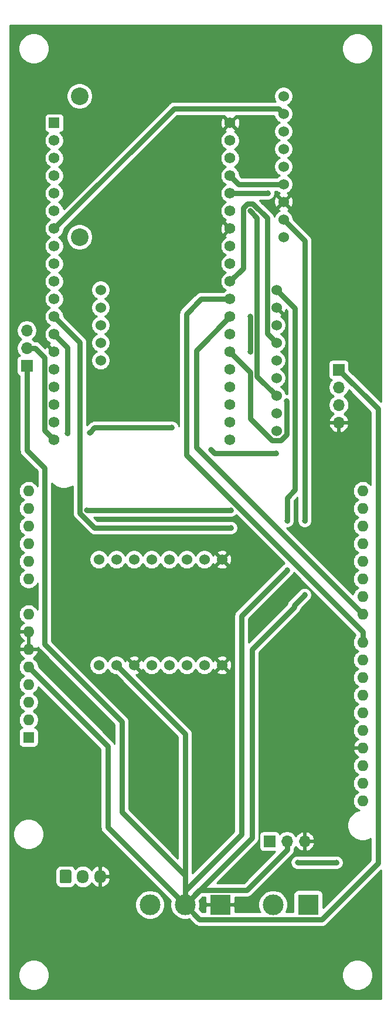
<source format=gbl>
G04 #@! TF.GenerationSoftware,KiCad,Pcbnew,5.1.6-c6e7f7d~87~ubuntu20.04.1*
G04 #@! TF.CreationDate,2020-08-06T14:16:39-04:00*
G04 #@! TF.ProjectId,Buoy_WithGSM,42756f79-5f57-4697-9468-47534d2e6b69,Leonardo Ward*
G04 #@! TF.SameCoordinates,Original*
G04 #@! TF.FileFunction,Copper,L2,Bot*
G04 #@! TF.FilePolarity,Positive*
%FSLAX46Y46*%
G04 Gerber Fmt 4.6, Leading zero omitted, Abs format (unit mm)*
G04 Created by KiCad (PCBNEW 5.1.6-c6e7f7d~87~ubuntu20.04.1) date 2020-08-06 14:16:39*
%MOMM*%
%LPD*%
G01*
G04 APERTURE LIST*
G04 #@! TA.AperFunction,ComponentPad*
%ADD10O,1.600000X1.600000*%
G04 #@! TD*
G04 #@! TA.AperFunction,ComponentPad*
%ADD11R,1.600000X1.600000*%
G04 #@! TD*
G04 #@! TA.AperFunction,ComponentPad*
%ADD12R,1.560000X1.560000*%
G04 #@! TD*
G04 #@! TA.AperFunction,ComponentPad*
%ADD13C,1.560000*%
G04 #@! TD*
G04 #@! TA.AperFunction,ComponentPad*
%ADD14C,2.540000*%
G04 #@! TD*
G04 #@! TA.AperFunction,ComponentPad*
%ADD15C,1.524000*%
G04 #@! TD*
G04 #@! TA.AperFunction,ComponentPad*
%ADD16O,1.700000X1.950000*%
G04 #@! TD*
G04 #@! TA.AperFunction,ComponentPad*
%ADD17R,3.000000X3.000000*%
G04 #@! TD*
G04 #@! TA.AperFunction,ComponentPad*
%ADD18C,3.000000*%
G04 #@! TD*
G04 #@! TA.AperFunction,ComponentPad*
%ADD19R,1.700000X1.700000*%
G04 #@! TD*
G04 #@! TA.AperFunction,ComponentPad*
%ADD20O,1.700000X1.700000*%
G04 #@! TD*
G04 #@! TA.AperFunction,ViaPad*
%ADD21C,0.800000*%
G04 #@! TD*
G04 #@! TA.AperFunction,Conductor*
%ADD22C,0.800000*%
G04 #@! TD*
G04 #@! TA.AperFunction,Conductor*
%ADD23C,0.254000*%
G04 #@! TD*
G04 APERTURE END LIST*
D10*
X155422600Y-146325400D03*
X155422600Y-143785400D03*
D11*
X107162600Y-137185400D03*
D10*
X155422600Y-106705400D03*
X107162600Y-134645400D03*
X155422600Y-109245400D03*
X107162600Y-132105400D03*
X155422600Y-111785400D03*
X107162600Y-129565400D03*
X155422600Y-114325400D03*
X107162600Y-127025400D03*
X155422600Y-116865400D03*
X107162600Y-124485400D03*
X155422600Y-119405400D03*
X107162600Y-121945400D03*
X155422600Y-123465400D03*
X107162600Y-119405400D03*
X155422600Y-126005400D03*
X107162600Y-114325400D03*
X155422600Y-128545400D03*
X107162600Y-111785400D03*
X155422600Y-131085400D03*
X107162600Y-109245400D03*
X155422600Y-133625400D03*
X107162600Y-106705400D03*
X155422600Y-136165400D03*
X107162600Y-104165400D03*
X155422600Y-138705400D03*
X107162600Y-101625400D03*
X155422600Y-141245400D03*
X155422600Y-101625400D03*
X155422600Y-104165400D03*
D12*
X110866601Y-48584401D03*
D13*
X110866601Y-51124401D03*
X110866601Y-94304401D03*
X110866601Y-53664401D03*
X110866601Y-56204401D03*
X110866601Y-58744401D03*
X110866601Y-61284401D03*
X110866601Y-63824401D03*
X110866601Y-66364401D03*
X110866601Y-68904401D03*
X110866601Y-71444401D03*
X110866601Y-73984401D03*
X110866601Y-76524401D03*
X110866601Y-79064401D03*
X110866601Y-81604401D03*
X110866601Y-84144401D03*
X110866601Y-86684401D03*
X110866601Y-89224401D03*
X110866601Y-91764401D03*
X136266601Y-48584401D03*
X136266601Y-51124401D03*
X136266601Y-53664401D03*
X136266601Y-56204401D03*
X136266601Y-58744401D03*
X136266601Y-61284401D03*
X136266601Y-63824401D03*
X136266601Y-66364401D03*
X136266601Y-68904401D03*
X136266601Y-71444401D03*
X136266601Y-73984401D03*
X136266601Y-76524401D03*
X136266601Y-79064401D03*
X136266601Y-81604401D03*
X136266601Y-84144401D03*
X136266601Y-86684401D03*
X136266601Y-89224401D03*
X136266601Y-91764401D03*
X136266601Y-94304401D03*
D14*
X114528600Y-44729400D03*
X114528600Y-65049400D03*
D15*
X143992600Y-65049400D03*
X143992600Y-62509400D03*
X143992600Y-59969400D03*
X143992600Y-57429400D03*
X143992600Y-54889400D03*
X143992600Y-52349400D03*
X143992600Y-49809400D03*
X143992600Y-47269400D03*
X143992600Y-44729400D03*
X142976600Y-72669400D03*
X142976600Y-75209400D03*
X142976600Y-77749400D03*
X142976600Y-80289400D03*
X142976600Y-82829400D03*
X142976600Y-85369400D03*
X142976600Y-87909400D03*
X142976600Y-90449400D03*
X142976600Y-92989400D03*
X117576600Y-82829400D03*
X117576600Y-80289400D03*
X117576600Y-77749400D03*
X117576600Y-75209400D03*
X117576600Y-72669400D03*
G04 #@! TA.AperFunction,ComponentPad*
G36*
G01*
X111646600Y-157976400D02*
X111646600Y-156526400D01*
G75*
G02*
X111896600Y-156276400I250000J0D01*
G01*
X113096600Y-156276400D01*
G75*
G02*
X113346600Y-156526400I0J-250000D01*
G01*
X113346600Y-157976400D01*
G75*
G02*
X113096600Y-158226400I-250000J0D01*
G01*
X111896600Y-158226400D01*
G75*
G02*
X111646600Y-157976400I0J250000D01*
G01*
G37*
G04 #@! TD.AperFunction*
D16*
X114996600Y-157251400D03*
X117496600Y-157251400D03*
D17*
X134848600Y-161315400D03*
D18*
X129768600Y-161315400D03*
X124688600Y-161315400D03*
D17*
X147548600Y-161315400D03*
D18*
X142468600Y-161315400D03*
D15*
X117322600Y-126771400D03*
X119862600Y-126771400D03*
X122402600Y-126771400D03*
X124942600Y-126771400D03*
X127482600Y-126771400D03*
X130022600Y-126771400D03*
X132562600Y-126771400D03*
X135102600Y-126771400D03*
X135102600Y-111531400D03*
X132562600Y-111531400D03*
X130022600Y-111531400D03*
X127482600Y-111531400D03*
X124942600Y-111531400D03*
X122402600Y-111531400D03*
X119862600Y-111531400D03*
X117322600Y-111531400D03*
D19*
X141960600Y-152171400D03*
D20*
X144500600Y-152171400D03*
X147040600Y-152171400D03*
X106908600Y-78511400D03*
X106908600Y-81051400D03*
D19*
X106908600Y-83591400D03*
X151968200Y-84175600D03*
D20*
X151968200Y-86715600D03*
X151968200Y-89255600D03*
X151968200Y-91795600D03*
D21*
X147040600Y-105943400D03*
X147040600Y-116611400D03*
X144500600Y-113055400D03*
X144500600Y-105943400D03*
X141706600Y-58699400D03*
X139166600Y-61239400D03*
X139166600Y-76479400D03*
X139166600Y-81559400D03*
X151612600Y-155219400D03*
X146024600Y-155219400D03*
X136372600Y-106959400D03*
X115544600Y-104419400D03*
X136372600Y-104419400D03*
X144449800Y-88696800D03*
X112826800Y-93319600D03*
X116001800Y-93243400D03*
X127889000Y-92532200D03*
X133527800Y-95732600D03*
X142951200Y-96266000D03*
D22*
X145608601Y-75301401D02*
X142976600Y-72669400D01*
X145608601Y-101517161D02*
X145608601Y-75301401D01*
X147040600Y-65557400D02*
X143992600Y-62509400D01*
X147040600Y-102387400D02*
X147040600Y-65557400D01*
X129768600Y-136677400D02*
X119862600Y-126771400D01*
X129768600Y-161315400D02*
X129768600Y-136677400D01*
X129768600Y-161315400D02*
X118592600Y-150139400D01*
X118592600Y-138455400D02*
X107162600Y-127025400D01*
X118592600Y-150139400D02*
X118592600Y-138455400D01*
X144500600Y-153373481D02*
X144500600Y-152171400D01*
X138658682Y-159215399D02*
X144500600Y-153373481D01*
X131868601Y-159215399D02*
X138658682Y-159215399D01*
X129768600Y-161315400D02*
X131868601Y-159215399D01*
X147040600Y-102387400D02*
X147040600Y-105943400D01*
X145516600Y-118373162D02*
X139420600Y-124469162D01*
X139420600Y-151663400D02*
X129768600Y-161315400D01*
X139420600Y-124469162D02*
X139420600Y-151663400D01*
X137896600Y-120167400D02*
X137896600Y-151155400D01*
X129768600Y-159283400D02*
X129768600Y-161315400D01*
X137896600Y-151155400D02*
X129768600Y-159283400D01*
X145516600Y-118135400D02*
X147040600Y-116611400D01*
X145516600Y-118373162D02*
X145516600Y-118135400D01*
X137896600Y-119659400D02*
X144500600Y-113055400D01*
X137896600Y-120167400D02*
X137896600Y-119659400D01*
X144500600Y-102625162D02*
X145608601Y-101517161D01*
X144500600Y-105943400D02*
X144500600Y-102625162D01*
X106908600Y-95783400D02*
X106908600Y-83591400D01*
X109486600Y-98361400D02*
X106908600Y-95783400D01*
X109486600Y-123761400D02*
X109486600Y-98361400D01*
X120624600Y-134899400D02*
X109486600Y-123761400D01*
X120624600Y-147967398D02*
X120624600Y-134899400D01*
X129768600Y-157111398D02*
X120624600Y-147967398D01*
X129768600Y-161315400D02*
X129768600Y-157111398D01*
X129768600Y-161315400D02*
X129768600Y-156565600D01*
X157622601Y-89830001D02*
X151968200Y-84175600D01*
X157622601Y-155321401D02*
X157622601Y-89830001D01*
X149528601Y-163415401D02*
X157622601Y-155321401D01*
X131868601Y-163415401D02*
X149528601Y-163415401D01*
X129768600Y-161315400D02*
X131868601Y-163415401D01*
X137491600Y-57429400D02*
X136266601Y-56204401D01*
X143992600Y-57429400D02*
X137491600Y-57429400D01*
X136311602Y-58699400D02*
X136266601Y-58744401D01*
X141706600Y-58699400D02*
X136311602Y-58699400D01*
X128183601Y-46507401D02*
X110866601Y-63824401D01*
X143230601Y-46507401D02*
X128183601Y-46507401D01*
X143992600Y-47269400D02*
X143230601Y-46507401D01*
X140166610Y-62239410D02*
X139166600Y-61239400D01*
X140166610Y-85099410D02*
X140166610Y-62239410D01*
X142976600Y-87909400D02*
X140166610Y-85099410D01*
X139166600Y-76479400D02*
X139166600Y-81559400D01*
X151612600Y-155219400D02*
X146024600Y-155219400D01*
X108110681Y-81051400D02*
X106908600Y-81051400D01*
X109486600Y-82427319D02*
X108110681Y-81051400D01*
X109486600Y-92924400D02*
X109486600Y-82427319D01*
X110866601Y-94304401D02*
X109486600Y-92924400D01*
X116670373Y-106959400D02*
X136372600Y-106959400D01*
X114544590Y-104833617D02*
X116670373Y-106959400D01*
X114544590Y-80202390D02*
X114544590Y-104833617D01*
X110866601Y-76524401D02*
X114544590Y-80202390D01*
X115544600Y-104419400D02*
X136372600Y-104419400D01*
X155422600Y-121945400D02*
X155422600Y-123465400D01*
X129946400Y-96469200D02*
X155422600Y-121945400D01*
X129946400Y-76123800D02*
X129946400Y-96469200D01*
X132085799Y-73984401D02*
X129946400Y-76123800D01*
X136266601Y-73984401D02*
X132085799Y-73984401D01*
X134886600Y-98869400D02*
X155422600Y-119405400D01*
X136266601Y-76524401D02*
X131394200Y-81396802D01*
X131394200Y-95377000D02*
X134886600Y-98869400D01*
X131394200Y-81396802D02*
X131394200Y-95377000D01*
X144449800Y-93531962D02*
X144449800Y-88696800D01*
X142322839Y-94351401D02*
X143630361Y-94351401D01*
X139166600Y-91195162D02*
X142322839Y-94351401D01*
X143630361Y-94351401D02*
X144449800Y-93531962D01*
X139166600Y-84504400D02*
X139166600Y-91195162D01*
X136266601Y-81604401D02*
X139166600Y-84504400D01*
X112826800Y-81024600D02*
X112826800Y-93319600D01*
X110866601Y-79064401D02*
X112826800Y-81024600D01*
X116713000Y-92532200D02*
X127889000Y-92532200D01*
X116001800Y-93243400D02*
X116713000Y-92532200D01*
X134061200Y-96266000D02*
X142951200Y-96266000D01*
X133527800Y-95732600D02*
X134061200Y-96266000D01*
X141614599Y-78927399D02*
X142976600Y-80289400D01*
X141614599Y-62273173D02*
X141614599Y-78927399D01*
X139580818Y-60239392D02*
X141614599Y-62273173D01*
X138752382Y-60239392D02*
X139580818Y-60239392D01*
X138166592Y-60825182D02*
X138752382Y-60239392D01*
X138166592Y-69544410D02*
X138166592Y-60825182D01*
X136266601Y-71444401D02*
X138166592Y-69544410D01*
D23*
G36*
X158064600Y-88808289D02*
G01*
X153456272Y-84199962D01*
X153456272Y-83325600D01*
X153444012Y-83201118D01*
X153407702Y-83081420D01*
X153348737Y-82971106D01*
X153269385Y-82874415D01*
X153172694Y-82795063D01*
X153062380Y-82736098D01*
X152942682Y-82699788D01*
X152818200Y-82687528D01*
X151118200Y-82687528D01*
X150993718Y-82699788D01*
X150874020Y-82736098D01*
X150763706Y-82795063D01*
X150667015Y-82874415D01*
X150587663Y-82971106D01*
X150528698Y-83081420D01*
X150492388Y-83201118D01*
X150480128Y-83325600D01*
X150480128Y-85025600D01*
X150492388Y-85150082D01*
X150528698Y-85269780D01*
X150587663Y-85380094D01*
X150667015Y-85476785D01*
X150763706Y-85556137D01*
X150874020Y-85615102D01*
X150946580Y-85637113D01*
X150814725Y-85768968D01*
X150652210Y-86012189D01*
X150540268Y-86282442D01*
X150483200Y-86569340D01*
X150483200Y-86861860D01*
X150540268Y-87148758D01*
X150652210Y-87419011D01*
X150814725Y-87662232D01*
X151021568Y-87869075D01*
X151195960Y-87985600D01*
X151021568Y-88102125D01*
X150814725Y-88308968D01*
X150652210Y-88552189D01*
X150540268Y-88822442D01*
X150483200Y-89109340D01*
X150483200Y-89401860D01*
X150540268Y-89688758D01*
X150652210Y-89959011D01*
X150814725Y-90202232D01*
X151021568Y-90409075D01*
X151203734Y-90530795D01*
X151086845Y-90600422D01*
X150870612Y-90795331D01*
X150696559Y-91028680D01*
X150571375Y-91291501D01*
X150526724Y-91438710D01*
X150648045Y-91668600D01*
X151841200Y-91668600D01*
X151841200Y-91648600D01*
X152095200Y-91648600D01*
X152095200Y-91668600D01*
X153288355Y-91668600D01*
X153409676Y-91438710D01*
X153365025Y-91291501D01*
X153239841Y-91028680D01*
X153065788Y-90795331D01*
X152849555Y-90600422D01*
X152732666Y-90530795D01*
X152914832Y-90409075D01*
X153121675Y-90202232D01*
X153284190Y-89959011D01*
X153396132Y-89688758D01*
X153453200Y-89401860D01*
X153453200Y-89109340D01*
X153396132Y-88822442D01*
X153284190Y-88552189D01*
X153121675Y-88308968D01*
X152914832Y-88102125D01*
X152740440Y-87985600D01*
X152914832Y-87869075D01*
X153121675Y-87662232D01*
X153284190Y-87419011D01*
X153396132Y-87148758D01*
X153409656Y-87080767D01*
X156587602Y-90258713D01*
X156587602Y-100786017D01*
X156537237Y-100710641D01*
X156337359Y-100510763D01*
X156102327Y-100353720D01*
X155841174Y-100245547D01*
X155563935Y-100190400D01*
X155281265Y-100190400D01*
X155004026Y-100245547D01*
X154742873Y-100353720D01*
X154507841Y-100510763D01*
X154307963Y-100710641D01*
X154150920Y-100945673D01*
X154042747Y-101206826D01*
X153987600Y-101484065D01*
X153987600Y-101766735D01*
X154042747Y-102043974D01*
X154150920Y-102305127D01*
X154307963Y-102540159D01*
X154507841Y-102740037D01*
X154740359Y-102895400D01*
X154507841Y-103050763D01*
X154307963Y-103250641D01*
X154150920Y-103485673D01*
X154042747Y-103746826D01*
X153987600Y-104024065D01*
X153987600Y-104306735D01*
X154042747Y-104583974D01*
X154150920Y-104845127D01*
X154307963Y-105080159D01*
X154507841Y-105280037D01*
X154740359Y-105435400D01*
X154507841Y-105590763D01*
X154307963Y-105790641D01*
X154150920Y-106025673D01*
X154042747Y-106286826D01*
X153987600Y-106564065D01*
X153987600Y-106846735D01*
X154042747Y-107123974D01*
X154150920Y-107385127D01*
X154307963Y-107620159D01*
X154507841Y-107820037D01*
X154740359Y-107975400D01*
X154507841Y-108130763D01*
X154307963Y-108330641D01*
X154150920Y-108565673D01*
X154042747Y-108826826D01*
X153987600Y-109104065D01*
X153987600Y-109386735D01*
X154042747Y-109663974D01*
X154150920Y-109925127D01*
X154307963Y-110160159D01*
X154507841Y-110360037D01*
X154740359Y-110515400D01*
X154507841Y-110670763D01*
X154307963Y-110870641D01*
X154150920Y-111105673D01*
X154042747Y-111366826D01*
X153987600Y-111644065D01*
X153987600Y-111926735D01*
X154042747Y-112203974D01*
X154150920Y-112465127D01*
X154307963Y-112700159D01*
X154507841Y-112900037D01*
X154740359Y-113055400D01*
X154507841Y-113210763D01*
X154307963Y-113410641D01*
X154150920Y-113645673D01*
X154042747Y-113906826D01*
X153987600Y-114184065D01*
X153987600Y-114466735D01*
X154042747Y-114743974D01*
X154150920Y-115005127D01*
X154307963Y-115240159D01*
X154507841Y-115440037D01*
X154740359Y-115595400D01*
X154507841Y-115750763D01*
X154307963Y-115950641D01*
X154150920Y-116185673D01*
X154042747Y-116446826D01*
X154023665Y-116542754D01*
X144460354Y-106979443D01*
X144500600Y-106983407D01*
X144551438Y-106978400D01*
X144602539Y-106978400D01*
X144652658Y-106968431D01*
X144703494Y-106963424D01*
X144752374Y-106948596D01*
X144802498Y-106938626D01*
X144849716Y-106919068D01*
X144898592Y-106904241D01*
X144943639Y-106880163D01*
X144990856Y-106860605D01*
X145033347Y-106832214D01*
X145078397Y-106808134D01*
X145117884Y-106775728D01*
X145160374Y-106747337D01*
X145196508Y-106711203D01*
X145235996Y-106678796D01*
X145268403Y-106639308D01*
X145304537Y-106603174D01*
X145332928Y-106560684D01*
X145365334Y-106521197D01*
X145389414Y-106476146D01*
X145417805Y-106433656D01*
X145437362Y-106386442D01*
X145461441Y-106341393D01*
X145476269Y-106292513D01*
X145495826Y-106245298D01*
X145505796Y-106195177D01*
X145520624Y-106146295D01*
X145525631Y-106095457D01*
X145535600Y-106045339D01*
X145535600Y-103053872D01*
X146005600Y-102583873D01*
X146005601Y-105841456D01*
X146005600Y-105841461D01*
X146005600Y-106045339D01*
X146015571Y-106095467D01*
X146020577Y-106146295D01*
X146035403Y-106195168D01*
X146045374Y-106245298D01*
X146064935Y-106292522D01*
X146079760Y-106341393D01*
X146103835Y-106386434D01*
X146123395Y-106433656D01*
X146151791Y-106476153D01*
X146175867Y-106521197D01*
X146208268Y-106560678D01*
X146236663Y-106603174D01*
X146272803Y-106639314D01*
X146305205Y-106678796D01*
X146344687Y-106711198D01*
X146380826Y-106747337D01*
X146423321Y-106775731D01*
X146462804Y-106808134D01*
X146507850Y-106832212D01*
X146550344Y-106860605D01*
X146597562Y-106880163D01*
X146642608Y-106904241D01*
X146691484Y-106919068D01*
X146738702Y-106938626D01*
X146788826Y-106948596D01*
X146837706Y-106963424D01*
X146888542Y-106968431D01*
X146938661Y-106978400D01*
X146989762Y-106978400D01*
X147040600Y-106983407D01*
X147091438Y-106978400D01*
X147142539Y-106978400D01*
X147192657Y-106968431D01*
X147243495Y-106963424D01*
X147292377Y-106948596D01*
X147342498Y-106938626D01*
X147389713Y-106919069D01*
X147438593Y-106904241D01*
X147483642Y-106880162D01*
X147530856Y-106860605D01*
X147573346Y-106832214D01*
X147618397Y-106808134D01*
X147657884Y-106775728D01*
X147700374Y-106747337D01*
X147736508Y-106711203D01*
X147775996Y-106678796D01*
X147808403Y-106639308D01*
X147844537Y-106603174D01*
X147872928Y-106560684D01*
X147905334Y-106521197D01*
X147929414Y-106476146D01*
X147957805Y-106433656D01*
X147977362Y-106386442D01*
X148001441Y-106341393D01*
X148016269Y-106292513D01*
X148035826Y-106245298D01*
X148045796Y-106195177D01*
X148060624Y-106146295D01*
X148065631Y-106095457D01*
X148075600Y-106045339D01*
X148075600Y-92152490D01*
X150526724Y-92152490D01*
X150571375Y-92299699D01*
X150696559Y-92562520D01*
X150870612Y-92795869D01*
X151086845Y-92990778D01*
X151336948Y-93139757D01*
X151611309Y-93237081D01*
X151841200Y-93116414D01*
X151841200Y-91922600D01*
X152095200Y-91922600D01*
X152095200Y-93116414D01*
X152325091Y-93237081D01*
X152599452Y-93139757D01*
X152849555Y-92990778D01*
X153065788Y-92795869D01*
X153239841Y-92562520D01*
X153365025Y-92299699D01*
X153409676Y-92152490D01*
X153288355Y-91922600D01*
X152095200Y-91922600D01*
X151841200Y-91922600D01*
X150648045Y-91922600D01*
X150526724Y-92152490D01*
X148075600Y-92152490D01*
X148075600Y-65608235D01*
X148080607Y-65557400D01*
X148075600Y-65506562D01*
X148060624Y-65354505D01*
X148001441Y-65159407D01*
X147918256Y-65003778D01*
X147905334Y-64979602D01*
X147808403Y-64861492D01*
X147775996Y-64822004D01*
X147736508Y-64789597D01*
X145389600Y-62442690D01*
X145389600Y-62371808D01*
X145335914Y-62101910D01*
X145230605Y-61847673D01*
X145077720Y-61618865D01*
X144883135Y-61424280D01*
X144654327Y-61271395D01*
X144582657Y-61241708D01*
X144595623Y-61237036D01*
X144711580Y-61175056D01*
X144778560Y-60934965D01*
X143992600Y-60149005D01*
X143206640Y-60934965D01*
X143273620Y-61175056D01*
X143409360Y-61238885D01*
X143330873Y-61271395D01*
X143102065Y-61424280D01*
X142907480Y-61618865D01*
X142754595Y-61847673D01*
X142649286Y-62101910D01*
X142641563Y-62140738D01*
X142634623Y-62070278D01*
X142575440Y-61875180D01*
X142527784Y-61786022D01*
X142479333Y-61695375D01*
X142382402Y-61577265D01*
X142349995Y-61537777D01*
X142310507Y-61505370D01*
X140846554Y-60041417D01*
X142590690Y-60041417D01*
X142631678Y-60313533D01*
X142724964Y-60572423D01*
X142786944Y-60688380D01*
X143027035Y-60755360D01*
X143812995Y-59969400D01*
X144172205Y-59969400D01*
X144958165Y-60755360D01*
X145198256Y-60688380D01*
X145315356Y-60439352D01*
X145381623Y-60172265D01*
X145394510Y-59897383D01*
X145353522Y-59625267D01*
X145260236Y-59366377D01*
X145198256Y-59250420D01*
X144958165Y-59183440D01*
X144172205Y-59969400D01*
X143812995Y-59969400D01*
X143027035Y-59183440D01*
X142786944Y-59250420D01*
X142669844Y-59499448D01*
X142603577Y-59766535D01*
X142590690Y-60041417D01*
X140846554Y-60041417D01*
X140539536Y-59734400D01*
X141808539Y-59734400D01*
X141858657Y-59724431D01*
X141909495Y-59719424D01*
X141958377Y-59704596D01*
X142008498Y-59694626D01*
X142055713Y-59675069D01*
X142104593Y-59660241D01*
X142149642Y-59636162D01*
X142196856Y-59616605D01*
X142239346Y-59588214D01*
X142284397Y-59564134D01*
X142323884Y-59531728D01*
X142366374Y-59503337D01*
X142402508Y-59467203D01*
X142441996Y-59434796D01*
X142474404Y-59395307D01*
X142510537Y-59359174D01*
X142538928Y-59316684D01*
X142571334Y-59277197D01*
X142595414Y-59232146D01*
X142623805Y-59189656D01*
X142643362Y-59142442D01*
X142667441Y-59097393D01*
X142682269Y-59048513D01*
X142701826Y-59001298D01*
X142711796Y-58951177D01*
X142726624Y-58902295D01*
X142731631Y-58851457D01*
X142741600Y-58801339D01*
X142741600Y-58750238D01*
X142746607Y-58699400D01*
X142741600Y-58648562D01*
X142741600Y-58597461D01*
X142731631Y-58547343D01*
X142726624Y-58496505D01*
X142716885Y-58464400D01*
X143051945Y-58464400D01*
X143102065Y-58514520D01*
X143330873Y-58667405D01*
X143402543Y-58697092D01*
X143389577Y-58701764D01*
X143273620Y-58763744D01*
X143206640Y-59003835D01*
X143992600Y-59789795D01*
X144778560Y-59003835D01*
X144711580Y-58763744D01*
X144575840Y-58699915D01*
X144654327Y-58667405D01*
X144883135Y-58514520D01*
X145077720Y-58319935D01*
X145230605Y-58091127D01*
X145335914Y-57836890D01*
X145389600Y-57566992D01*
X145389600Y-57291808D01*
X145335914Y-57021910D01*
X145230605Y-56767673D01*
X145077720Y-56538865D01*
X144883135Y-56344280D01*
X144654327Y-56191395D01*
X144577085Y-56159400D01*
X144654327Y-56127405D01*
X144883135Y-55974520D01*
X145077720Y-55779935D01*
X145230605Y-55551127D01*
X145335914Y-55296890D01*
X145389600Y-55026992D01*
X145389600Y-54751808D01*
X145335914Y-54481910D01*
X145230605Y-54227673D01*
X145077720Y-53998865D01*
X144883135Y-53804280D01*
X144654327Y-53651395D01*
X144577085Y-53619400D01*
X144654327Y-53587405D01*
X144883135Y-53434520D01*
X145077720Y-53239935D01*
X145230605Y-53011127D01*
X145335914Y-52756890D01*
X145389600Y-52486992D01*
X145389600Y-52211808D01*
X145335914Y-51941910D01*
X145230605Y-51687673D01*
X145077720Y-51458865D01*
X144883135Y-51264280D01*
X144654327Y-51111395D01*
X144577085Y-51079400D01*
X144654327Y-51047405D01*
X144883135Y-50894520D01*
X145077720Y-50699935D01*
X145230605Y-50471127D01*
X145335914Y-50216890D01*
X145389600Y-49946992D01*
X145389600Y-49671808D01*
X145335914Y-49401910D01*
X145230605Y-49147673D01*
X145077720Y-48918865D01*
X144883135Y-48724280D01*
X144654327Y-48571395D01*
X144577085Y-48539400D01*
X144654327Y-48507405D01*
X144883135Y-48354520D01*
X145077720Y-48159935D01*
X145230605Y-47931127D01*
X145335914Y-47676890D01*
X145389600Y-47406992D01*
X145389600Y-47131808D01*
X145335914Y-46861910D01*
X145230605Y-46607673D01*
X145077720Y-46378865D01*
X144883135Y-46184280D01*
X144654327Y-46031395D01*
X144577085Y-45999400D01*
X144654327Y-45967405D01*
X144883135Y-45814520D01*
X145077720Y-45619935D01*
X145230605Y-45391127D01*
X145335914Y-45136890D01*
X145389600Y-44866992D01*
X145389600Y-44591808D01*
X145335914Y-44321910D01*
X145230605Y-44067673D01*
X145077720Y-43838865D01*
X144883135Y-43644280D01*
X144654327Y-43491395D01*
X144400090Y-43386086D01*
X144130192Y-43332400D01*
X143855008Y-43332400D01*
X143585110Y-43386086D01*
X143330873Y-43491395D01*
X143102065Y-43644280D01*
X142907480Y-43838865D01*
X142754595Y-44067673D01*
X142649286Y-44321910D01*
X142595600Y-44591808D01*
X142595600Y-44866992D01*
X142649286Y-45136890D01*
X142754595Y-45391127D01*
X142808901Y-45472401D01*
X128234428Y-45472401D01*
X128183600Y-45467395D01*
X128132772Y-45472401D01*
X128132763Y-45472401D01*
X127980706Y-45487377D01*
X127785608Y-45546560D01*
X127701910Y-45591297D01*
X127605803Y-45642667D01*
X127487693Y-45739598D01*
X127448205Y-45772005D01*
X127415798Y-45811493D01*
X112248528Y-60978764D01*
X112227224Y-60871661D01*
X112120558Y-60614147D01*
X111965704Y-60382391D01*
X111768611Y-60185298D01*
X111536855Y-60030444D01*
X111498124Y-60014401D01*
X111536855Y-59998358D01*
X111768611Y-59843504D01*
X111965704Y-59646411D01*
X112120558Y-59414655D01*
X112227224Y-59157141D01*
X112281601Y-58883766D01*
X112281601Y-58605036D01*
X112227224Y-58331661D01*
X112120558Y-58074147D01*
X111965704Y-57842391D01*
X111768611Y-57645298D01*
X111536855Y-57490444D01*
X111498124Y-57474401D01*
X111536855Y-57458358D01*
X111768611Y-57303504D01*
X111965704Y-57106411D01*
X112120558Y-56874655D01*
X112227224Y-56617141D01*
X112281601Y-56343766D01*
X112281601Y-56065036D01*
X112227224Y-55791661D01*
X112120558Y-55534147D01*
X111965704Y-55302391D01*
X111768611Y-55105298D01*
X111536855Y-54950444D01*
X111498124Y-54934401D01*
X111536855Y-54918358D01*
X111768611Y-54763504D01*
X111965704Y-54566411D01*
X112120558Y-54334655D01*
X112227224Y-54077141D01*
X112281601Y-53803766D01*
X112281601Y-53525036D01*
X112227224Y-53251661D01*
X112120558Y-52994147D01*
X111965704Y-52762391D01*
X111768611Y-52565298D01*
X111536855Y-52410444D01*
X111498124Y-52394401D01*
X111536855Y-52378358D01*
X111768611Y-52223504D01*
X111965704Y-52026411D01*
X112120558Y-51794655D01*
X112227224Y-51537141D01*
X112281601Y-51263766D01*
X112281601Y-50985036D01*
X112227224Y-50711661D01*
X112120558Y-50454147D01*
X111965704Y-50222391D01*
X111768611Y-50025298D01*
X111723165Y-49994932D01*
X111771083Y-49990213D01*
X111890781Y-49953903D01*
X112001095Y-49894938D01*
X112097786Y-49815586D01*
X112177138Y-49718895D01*
X112236103Y-49608581D01*
X112272413Y-49488883D01*
X112284673Y-49364401D01*
X112284673Y-47804401D01*
X112272413Y-47679919D01*
X112236103Y-47560221D01*
X112177138Y-47449907D01*
X112097786Y-47353216D01*
X112001095Y-47273864D01*
X111890781Y-47214899D01*
X111771083Y-47178589D01*
X111646601Y-47166329D01*
X110086601Y-47166329D01*
X109962119Y-47178589D01*
X109842421Y-47214899D01*
X109732107Y-47273864D01*
X109635416Y-47353216D01*
X109556064Y-47449907D01*
X109497099Y-47560221D01*
X109460789Y-47679919D01*
X109448529Y-47804401D01*
X109448529Y-49364401D01*
X109460789Y-49488883D01*
X109497099Y-49608581D01*
X109556064Y-49718895D01*
X109635416Y-49815586D01*
X109732107Y-49894938D01*
X109842421Y-49953903D01*
X109962119Y-49990213D01*
X110010037Y-49994932D01*
X109964591Y-50025298D01*
X109767498Y-50222391D01*
X109612644Y-50454147D01*
X109505978Y-50711661D01*
X109451601Y-50985036D01*
X109451601Y-51263766D01*
X109505978Y-51537141D01*
X109612644Y-51794655D01*
X109767498Y-52026411D01*
X109964591Y-52223504D01*
X110196347Y-52378358D01*
X110235078Y-52394401D01*
X110196347Y-52410444D01*
X109964591Y-52565298D01*
X109767498Y-52762391D01*
X109612644Y-52994147D01*
X109505978Y-53251661D01*
X109451601Y-53525036D01*
X109451601Y-53803766D01*
X109505978Y-54077141D01*
X109612644Y-54334655D01*
X109767498Y-54566411D01*
X109964591Y-54763504D01*
X110196347Y-54918358D01*
X110235078Y-54934401D01*
X110196347Y-54950444D01*
X109964591Y-55105298D01*
X109767498Y-55302391D01*
X109612644Y-55534147D01*
X109505978Y-55791661D01*
X109451601Y-56065036D01*
X109451601Y-56343766D01*
X109505978Y-56617141D01*
X109612644Y-56874655D01*
X109767498Y-57106411D01*
X109964591Y-57303504D01*
X110196347Y-57458358D01*
X110235078Y-57474401D01*
X110196347Y-57490444D01*
X109964591Y-57645298D01*
X109767498Y-57842391D01*
X109612644Y-58074147D01*
X109505978Y-58331661D01*
X109451601Y-58605036D01*
X109451601Y-58883766D01*
X109505978Y-59157141D01*
X109612644Y-59414655D01*
X109767498Y-59646411D01*
X109964591Y-59843504D01*
X110196347Y-59998358D01*
X110235078Y-60014401D01*
X110196347Y-60030444D01*
X109964591Y-60185298D01*
X109767498Y-60382391D01*
X109612644Y-60614147D01*
X109505978Y-60871661D01*
X109451601Y-61145036D01*
X109451601Y-61423766D01*
X109505978Y-61697141D01*
X109612644Y-61954655D01*
X109767498Y-62186411D01*
X109964591Y-62383504D01*
X110196347Y-62538358D01*
X110235078Y-62554401D01*
X110196347Y-62570444D01*
X109964591Y-62725298D01*
X109767498Y-62922391D01*
X109612644Y-63154147D01*
X109505978Y-63411661D01*
X109451601Y-63685036D01*
X109451601Y-63963766D01*
X109505978Y-64237141D01*
X109612644Y-64494655D01*
X109767498Y-64726411D01*
X109964591Y-64923504D01*
X110196347Y-65078358D01*
X110235078Y-65094401D01*
X110196347Y-65110444D01*
X109964591Y-65265298D01*
X109767498Y-65462391D01*
X109612644Y-65694147D01*
X109505978Y-65951661D01*
X109451601Y-66225036D01*
X109451601Y-66503766D01*
X109505978Y-66777141D01*
X109612644Y-67034655D01*
X109767498Y-67266411D01*
X109964591Y-67463504D01*
X110196347Y-67618358D01*
X110235078Y-67634401D01*
X110196347Y-67650444D01*
X109964591Y-67805298D01*
X109767498Y-68002391D01*
X109612644Y-68234147D01*
X109505978Y-68491661D01*
X109451601Y-68765036D01*
X109451601Y-69043766D01*
X109505978Y-69317141D01*
X109612644Y-69574655D01*
X109767498Y-69806411D01*
X109964591Y-70003504D01*
X110196347Y-70158358D01*
X110235078Y-70174401D01*
X110196347Y-70190444D01*
X109964591Y-70345298D01*
X109767498Y-70542391D01*
X109612644Y-70774147D01*
X109505978Y-71031661D01*
X109451601Y-71305036D01*
X109451601Y-71583766D01*
X109505978Y-71857141D01*
X109612644Y-72114655D01*
X109767498Y-72346411D01*
X109964591Y-72543504D01*
X110196347Y-72698358D01*
X110235078Y-72714401D01*
X110196347Y-72730444D01*
X109964591Y-72885298D01*
X109767498Y-73082391D01*
X109612644Y-73314147D01*
X109505978Y-73571661D01*
X109451601Y-73845036D01*
X109451601Y-74123766D01*
X109505978Y-74397141D01*
X109612644Y-74654655D01*
X109767498Y-74886411D01*
X109964591Y-75083504D01*
X110196347Y-75238358D01*
X110235078Y-75254401D01*
X110196347Y-75270444D01*
X109964591Y-75425298D01*
X109767498Y-75622391D01*
X109612644Y-75854147D01*
X109505978Y-76111661D01*
X109451601Y-76385036D01*
X109451601Y-76663766D01*
X109505978Y-76937141D01*
X109612644Y-77194655D01*
X109767498Y-77426411D01*
X109964591Y-77623504D01*
X110196347Y-77778358D01*
X110235078Y-77794401D01*
X110196347Y-77810444D01*
X109964591Y-77965298D01*
X109767498Y-78162391D01*
X109612644Y-78394147D01*
X109505978Y-78651661D01*
X109451601Y-78925036D01*
X109451601Y-79203766D01*
X109505978Y-79477141D01*
X109612644Y-79734655D01*
X109767498Y-79966411D01*
X109964591Y-80163504D01*
X110196347Y-80318358D01*
X110232126Y-80333178D01*
X110136946Y-80384052D01*
X110067785Y-80625980D01*
X110866601Y-81424796D01*
X110880744Y-81410654D01*
X111060349Y-81590259D01*
X111046206Y-81604401D01*
X111060349Y-81618544D01*
X110880744Y-81798149D01*
X110866601Y-81784006D01*
X110852459Y-81798149D01*
X110672854Y-81618544D01*
X110686996Y-81604401D01*
X109888180Y-80805585D01*
X109646252Y-80874746D01*
X109566607Y-81043615D01*
X108878488Y-80355497D01*
X108846077Y-80316004D01*
X108688478Y-80186666D01*
X108508674Y-80090559D01*
X108313576Y-80031376D01*
X108161519Y-80016400D01*
X108161509Y-80016400D01*
X108110681Y-80011394D01*
X108059853Y-80016400D01*
X107973707Y-80016400D01*
X107855232Y-79897925D01*
X107680840Y-79781400D01*
X107855232Y-79664875D01*
X108062075Y-79458032D01*
X108224590Y-79214811D01*
X108336532Y-78944558D01*
X108393600Y-78657660D01*
X108393600Y-78365140D01*
X108336532Y-78078242D01*
X108224590Y-77807989D01*
X108062075Y-77564768D01*
X107855232Y-77357925D01*
X107612011Y-77195410D01*
X107341758Y-77083468D01*
X107054860Y-77026400D01*
X106762340Y-77026400D01*
X106475442Y-77083468D01*
X106205189Y-77195410D01*
X105961968Y-77357925D01*
X105755125Y-77564768D01*
X105592610Y-77807989D01*
X105480668Y-78078242D01*
X105423600Y-78365140D01*
X105423600Y-78657660D01*
X105480668Y-78944558D01*
X105592610Y-79214811D01*
X105755125Y-79458032D01*
X105961968Y-79664875D01*
X106136360Y-79781400D01*
X105961968Y-79897925D01*
X105755125Y-80104768D01*
X105592610Y-80347989D01*
X105480668Y-80618242D01*
X105423600Y-80905140D01*
X105423600Y-81197660D01*
X105480668Y-81484558D01*
X105592610Y-81754811D01*
X105755125Y-81998032D01*
X105886980Y-82129887D01*
X105814420Y-82151898D01*
X105704106Y-82210863D01*
X105607415Y-82290215D01*
X105528063Y-82386906D01*
X105469098Y-82497220D01*
X105432788Y-82616918D01*
X105420528Y-82741400D01*
X105420528Y-84441400D01*
X105432788Y-84565882D01*
X105469098Y-84685580D01*
X105528063Y-84795894D01*
X105607415Y-84892585D01*
X105704106Y-84971937D01*
X105814420Y-85030902D01*
X105873601Y-85048854D01*
X105873600Y-95732572D01*
X105868594Y-95783400D01*
X105873600Y-95834228D01*
X105873600Y-95834237D01*
X105888576Y-95986294D01*
X105947759Y-96181392D01*
X106043866Y-96361197D01*
X106173204Y-96518796D01*
X106212697Y-96551207D01*
X108451601Y-98790112D01*
X108451601Y-100987489D01*
X108434280Y-100945673D01*
X108277237Y-100710641D01*
X108077359Y-100510763D01*
X107842327Y-100353720D01*
X107581174Y-100245547D01*
X107303935Y-100190400D01*
X107021265Y-100190400D01*
X106744026Y-100245547D01*
X106482873Y-100353720D01*
X106247841Y-100510763D01*
X106047963Y-100710641D01*
X105890920Y-100945673D01*
X105782747Y-101206826D01*
X105727600Y-101484065D01*
X105727600Y-101766735D01*
X105782747Y-102043974D01*
X105890920Y-102305127D01*
X106047963Y-102540159D01*
X106247841Y-102740037D01*
X106480359Y-102895400D01*
X106247841Y-103050763D01*
X106047963Y-103250641D01*
X105890920Y-103485673D01*
X105782747Y-103746826D01*
X105727600Y-104024065D01*
X105727600Y-104306735D01*
X105782747Y-104583974D01*
X105890920Y-104845127D01*
X106047963Y-105080159D01*
X106247841Y-105280037D01*
X106480359Y-105435400D01*
X106247841Y-105590763D01*
X106047963Y-105790641D01*
X105890920Y-106025673D01*
X105782747Y-106286826D01*
X105727600Y-106564065D01*
X105727600Y-106846735D01*
X105782747Y-107123974D01*
X105890920Y-107385127D01*
X106047963Y-107620159D01*
X106247841Y-107820037D01*
X106480359Y-107975400D01*
X106247841Y-108130763D01*
X106047963Y-108330641D01*
X105890920Y-108565673D01*
X105782747Y-108826826D01*
X105727600Y-109104065D01*
X105727600Y-109386735D01*
X105782747Y-109663974D01*
X105890920Y-109925127D01*
X106047963Y-110160159D01*
X106247841Y-110360037D01*
X106480359Y-110515400D01*
X106247841Y-110670763D01*
X106047963Y-110870641D01*
X105890920Y-111105673D01*
X105782747Y-111366826D01*
X105727600Y-111644065D01*
X105727600Y-111926735D01*
X105782747Y-112203974D01*
X105890920Y-112465127D01*
X106047963Y-112700159D01*
X106247841Y-112900037D01*
X106480359Y-113055400D01*
X106247841Y-113210763D01*
X106047963Y-113410641D01*
X105890920Y-113645673D01*
X105782747Y-113906826D01*
X105727600Y-114184065D01*
X105727600Y-114466735D01*
X105782747Y-114743974D01*
X105890920Y-115005127D01*
X106047963Y-115240159D01*
X106247841Y-115440037D01*
X106482873Y-115597080D01*
X106744026Y-115705253D01*
X107021265Y-115760400D01*
X107303935Y-115760400D01*
X107581174Y-115705253D01*
X107842327Y-115597080D01*
X108077359Y-115440037D01*
X108277237Y-115240159D01*
X108434280Y-115005127D01*
X108451600Y-114963312D01*
X108451600Y-118767488D01*
X108434280Y-118725673D01*
X108277237Y-118490641D01*
X108077359Y-118290763D01*
X107842327Y-118133720D01*
X107581174Y-118025547D01*
X107303935Y-117970400D01*
X107021265Y-117970400D01*
X106744026Y-118025547D01*
X106482873Y-118133720D01*
X106247841Y-118290763D01*
X106047963Y-118490641D01*
X105890920Y-118725673D01*
X105782747Y-118986826D01*
X105727600Y-119264065D01*
X105727600Y-119546735D01*
X105782747Y-119823974D01*
X105890920Y-120085127D01*
X106047963Y-120320159D01*
X106247841Y-120520037D01*
X106482873Y-120677080D01*
X106493465Y-120681467D01*
X106307469Y-120793015D01*
X106099081Y-120981986D01*
X105931563Y-121207980D01*
X105811354Y-121462313D01*
X105770696Y-121596361D01*
X105892685Y-121818400D01*
X107035600Y-121818400D01*
X107035600Y-121798400D01*
X107289600Y-121798400D01*
X107289600Y-121818400D01*
X107309600Y-121818400D01*
X107309600Y-122072400D01*
X107289600Y-122072400D01*
X107289600Y-124358400D01*
X108432515Y-124358400D01*
X108533694Y-124174238D01*
X108621866Y-124339197D01*
X108751204Y-124496796D01*
X108790697Y-124529207D01*
X119589601Y-135328112D01*
X119589601Y-138176608D01*
X119553441Y-138057407D01*
X119505641Y-137967980D01*
X119457334Y-137877602D01*
X119360403Y-137759492D01*
X119327996Y-137720004D01*
X119288508Y-137687597D01*
X108597600Y-126996690D01*
X108597600Y-126884065D01*
X108542453Y-126606826D01*
X108434280Y-126345673D01*
X108277237Y-126110641D01*
X108077359Y-125910763D01*
X107842327Y-125753720D01*
X107831735Y-125749333D01*
X108017731Y-125637785D01*
X108226119Y-125448814D01*
X108393637Y-125222820D01*
X108513846Y-124968487D01*
X108554504Y-124834439D01*
X108432515Y-124612400D01*
X107289600Y-124612400D01*
X107289600Y-124632400D01*
X107035600Y-124632400D01*
X107035600Y-124612400D01*
X105892685Y-124612400D01*
X105770696Y-124834439D01*
X105811354Y-124968487D01*
X105931563Y-125222820D01*
X106099081Y-125448814D01*
X106307469Y-125637785D01*
X106493465Y-125749333D01*
X106482873Y-125753720D01*
X106247841Y-125910763D01*
X106047963Y-126110641D01*
X105890920Y-126345673D01*
X105782747Y-126606826D01*
X105727600Y-126884065D01*
X105727600Y-127166735D01*
X105782747Y-127443974D01*
X105890920Y-127705127D01*
X106047963Y-127940159D01*
X106247841Y-128140037D01*
X106480359Y-128295400D01*
X106247841Y-128450763D01*
X106047963Y-128650641D01*
X105890920Y-128885673D01*
X105782747Y-129146826D01*
X105727600Y-129424065D01*
X105727600Y-129706735D01*
X105782747Y-129983974D01*
X105890920Y-130245127D01*
X106047963Y-130480159D01*
X106247841Y-130680037D01*
X106480359Y-130835400D01*
X106247841Y-130990763D01*
X106047963Y-131190641D01*
X105890920Y-131425673D01*
X105782747Y-131686826D01*
X105727600Y-131964065D01*
X105727600Y-132246735D01*
X105782747Y-132523974D01*
X105890920Y-132785127D01*
X106047963Y-133020159D01*
X106247841Y-133220037D01*
X106480359Y-133375400D01*
X106247841Y-133530763D01*
X106047963Y-133730641D01*
X105890920Y-133965673D01*
X105782747Y-134226826D01*
X105727600Y-134504065D01*
X105727600Y-134786735D01*
X105782747Y-135063974D01*
X105890920Y-135325127D01*
X106047963Y-135560159D01*
X106246561Y-135758757D01*
X106238118Y-135759588D01*
X106118420Y-135795898D01*
X106008106Y-135854863D01*
X105911415Y-135934215D01*
X105832063Y-136030906D01*
X105773098Y-136141220D01*
X105736788Y-136260918D01*
X105724528Y-136385400D01*
X105724528Y-137985400D01*
X105736788Y-138109882D01*
X105773098Y-138229580D01*
X105832063Y-138339894D01*
X105911415Y-138436585D01*
X106008106Y-138515937D01*
X106118420Y-138574902D01*
X106238118Y-138611212D01*
X106362600Y-138623472D01*
X107962600Y-138623472D01*
X108087082Y-138611212D01*
X108206780Y-138574902D01*
X108317094Y-138515937D01*
X108413785Y-138436585D01*
X108493137Y-138339894D01*
X108552102Y-138229580D01*
X108588412Y-138109882D01*
X108600672Y-137985400D01*
X108600672Y-136385400D01*
X108588412Y-136260918D01*
X108552102Y-136141220D01*
X108493137Y-136030906D01*
X108413785Y-135934215D01*
X108317094Y-135854863D01*
X108206780Y-135795898D01*
X108087082Y-135759588D01*
X108078639Y-135758757D01*
X108277237Y-135560159D01*
X108434280Y-135325127D01*
X108542453Y-135063974D01*
X108597600Y-134786735D01*
X108597600Y-134504065D01*
X108542453Y-134226826D01*
X108434280Y-133965673D01*
X108277237Y-133730641D01*
X108077359Y-133530763D01*
X107844841Y-133375400D01*
X108077359Y-133220037D01*
X108277237Y-133020159D01*
X108434280Y-132785127D01*
X108542453Y-132523974D01*
X108597600Y-132246735D01*
X108597600Y-131964065D01*
X108542453Y-131686826D01*
X108434280Y-131425673D01*
X108277237Y-131190641D01*
X108077359Y-130990763D01*
X107844841Y-130835400D01*
X108077359Y-130680037D01*
X108277237Y-130480159D01*
X108434280Y-130245127D01*
X108542453Y-129983974D01*
X108561535Y-129888045D01*
X117557601Y-138884112D01*
X117557600Y-150088572D01*
X117552594Y-150139400D01*
X117557600Y-150190228D01*
X117557600Y-150190237D01*
X117572576Y-150342294D01*
X117631759Y-150537392D01*
X117727866Y-150717197D01*
X117857204Y-150874796D01*
X117896697Y-150907207D01*
X127710087Y-160720598D01*
X127633600Y-161105121D01*
X127633600Y-161525679D01*
X127715647Y-161938156D01*
X127876588Y-162326702D01*
X128110237Y-162676383D01*
X128407617Y-162973763D01*
X128757298Y-163207412D01*
X129145844Y-163368353D01*
X129558321Y-163450400D01*
X129978879Y-163450400D01*
X130363403Y-163373913D01*
X131100798Y-164111309D01*
X131133205Y-164150797D01*
X131172693Y-164183204D01*
X131290803Y-164280135D01*
X131386910Y-164331505D01*
X131470608Y-164376242D01*
X131665706Y-164435425D01*
X131817763Y-164450401D01*
X131817765Y-164450401D01*
X131868601Y-164455408D01*
X131919436Y-164450401D01*
X149477773Y-164450401D01*
X149528601Y-164455407D01*
X149579429Y-164450401D01*
X149579439Y-164450401D01*
X149731496Y-164435425D01*
X149926594Y-164376242D01*
X150106398Y-164280135D01*
X150263997Y-164150797D01*
X150296408Y-164111304D01*
X158064601Y-156343112D01*
X158064601Y-174879400D01*
X104520600Y-174879400D01*
X104520600Y-171255272D01*
X105689600Y-171255272D01*
X105689600Y-171695528D01*
X105775490Y-172127325D01*
X105943969Y-172534069D01*
X106188562Y-172900129D01*
X106499871Y-173211438D01*
X106865931Y-173456031D01*
X107272675Y-173624510D01*
X107704472Y-173710400D01*
X108144728Y-173710400D01*
X108576525Y-173624510D01*
X108983269Y-173456031D01*
X109349329Y-173211438D01*
X109660638Y-172900129D01*
X109905231Y-172534069D01*
X110073710Y-172127325D01*
X110159600Y-171695528D01*
X110159600Y-171255272D01*
X152425600Y-171255272D01*
X152425600Y-171695528D01*
X152511490Y-172127325D01*
X152679969Y-172534069D01*
X152924562Y-172900129D01*
X153235871Y-173211438D01*
X153601931Y-173456031D01*
X154008675Y-173624510D01*
X154440472Y-173710400D01*
X154880728Y-173710400D01*
X155312525Y-173624510D01*
X155719269Y-173456031D01*
X156085329Y-173211438D01*
X156396638Y-172900129D01*
X156641231Y-172534069D01*
X156809710Y-172127325D01*
X156895600Y-171695528D01*
X156895600Y-171255272D01*
X156809710Y-170823475D01*
X156641231Y-170416731D01*
X156396638Y-170050671D01*
X156085329Y-169739362D01*
X155719269Y-169494769D01*
X155312525Y-169326290D01*
X154880728Y-169240400D01*
X154440472Y-169240400D01*
X154008675Y-169326290D01*
X153601931Y-169494769D01*
X153235871Y-169739362D01*
X152924562Y-170050671D01*
X152679969Y-170416731D01*
X152511490Y-170823475D01*
X152425600Y-171255272D01*
X110159600Y-171255272D01*
X110073710Y-170823475D01*
X109905231Y-170416731D01*
X109660638Y-170050671D01*
X109349329Y-169739362D01*
X108983269Y-169494769D01*
X108576525Y-169326290D01*
X108144728Y-169240400D01*
X107704472Y-169240400D01*
X107272675Y-169326290D01*
X106865931Y-169494769D01*
X106499871Y-169739362D01*
X106188562Y-170050671D01*
X105943969Y-170416731D01*
X105775490Y-170823475D01*
X105689600Y-171255272D01*
X104520600Y-171255272D01*
X104520600Y-161105121D01*
X122553600Y-161105121D01*
X122553600Y-161525679D01*
X122635647Y-161938156D01*
X122796588Y-162326702D01*
X123030237Y-162676383D01*
X123327617Y-162973763D01*
X123677298Y-163207412D01*
X124065844Y-163368353D01*
X124478321Y-163450400D01*
X124898879Y-163450400D01*
X125311356Y-163368353D01*
X125699902Y-163207412D01*
X126049583Y-162973763D01*
X126346963Y-162676383D01*
X126580612Y-162326702D01*
X126741553Y-161938156D01*
X126823600Y-161525679D01*
X126823600Y-161105121D01*
X126741553Y-160692644D01*
X126580612Y-160304098D01*
X126346963Y-159954417D01*
X126049583Y-159657037D01*
X125699902Y-159423388D01*
X125311356Y-159262447D01*
X124898879Y-159180400D01*
X124478321Y-159180400D01*
X124065844Y-159262447D01*
X123677298Y-159423388D01*
X123327617Y-159657037D01*
X123030237Y-159954417D01*
X122796588Y-160304098D01*
X122635647Y-160692644D01*
X122553600Y-161105121D01*
X104520600Y-161105121D01*
X104520600Y-156526400D01*
X111008528Y-156526400D01*
X111008528Y-157976400D01*
X111025592Y-158149654D01*
X111076128Y-158316250D01*
X111158195Y-158469786D01*
X111268638Y-158604362D01*
X111403214Y-158714805D01*
X111556750Y-158796872D01*
X111723346Y-158847408D01*
X111896600Y-158864472D01*
X113096600Y-158864472D01*
X113269854Y-158847408D01*
X113436450Y-158796872D01*
X113589986Y-158714805D01*
X113724562Y-158604362D01*
X113835005Y-158469786D01*
X113889377Y-158368063D01*
X113941466Y-158431534D01*
X114167587Y-158617106D01*
X114425567Y-158754999D01*
X114705490Y-158839913D01*
X114996600Y-158868585D01*
X115287711Y-158839913D01*
X115567634Y-158754999D01*
X115825614Y-158617106D01*
X116051734Y-158431534D01*
X116237306Y-158205414D01*
X116251062Y-158179678D01*
X116407551Y-158385829D01*
X116625407Y-158578896D01*
X116876742Y-158725752D01*
X117139710Y-158817876D01*
X117369600Y-158696555D01*
X117369600Y-157378400D01*
X117623600Y-157378400D01*
X117623600Y-158696555D01*
X117853490Y-158817876D01*
X118116458Y-158725752D01*
X118367793Y-158578896D01*
X118585649Y-158385829D01*
X118761653Y-158153970D01*
X118889042Y-157892230D01*
X118962920Y-157610667D01*
X118822765Y-157378400D01*
X117623600Y-157378400D01*
X117369600Y-157378400D01*
X117349600Y-157378400D01*
X117349600Y-157124400D01*
X117369600Y-157124400D01*
X117369600Y-155806245D01*
X117623600Y-155806245D01*
X117623600Y-157124400D01*
X118822765Y-157124400D01*
X118962920Y-156892133D01*
X118889042Y-156610570D01*
X118761653Y-156348830D01*
X118585649Y-156116971D01*
X118367793Y-155923904D01*
X118116458Y-155777048D01*
X117853490Y-155684924D01*
X117623600Y-155806245D01*
X117369600Y-155806245D01*
X117139710Y-155684924D01*
X116876742Y-155777048D01*
X116625407Y-155923904D01*
X116407551Y-156116971D01*
X116251062Y-156323122D01*
X116237306Y-156297386D01*
X116051734Y-156071266D01*
X115825613Y-155885694D01*
X115567633Y-155747801D01*
X115287710Y-155662887D01*
X114996600Y-155634215D01*
X114705489Y-155662887D01*
X114425566Y-155747801D01*
X114167586Y-155885694D01*
X113941466Y-156071266D01*
X113889377Y-156134737D01*
X113835005Y-156033014D01*
X113724562Y-155898438D01*
X113589986Y-155787995D01*
X113436450Y-155705928D01*
X113269854Y-155655392D01*
X113096600Y-155638328D01*
X111896600Y-155638328D01*
X111723346Y-155655392D01*
X111556750Y-155705928D01*
X111403214Y-155787995D01*
X111268638Y-155898438D01*
X111158195Y-156033014D01*
X111076128Y-156186550D01*
X111025592Y-156353146D01*
X111008528Y-156526400D01*
X104520600Y-156526400D01*
X104520600Y-150935272D01*
X104927600Y-150935272D01*
X104927600Y-151375528D01*
X105013490Y-151807325D01*
X105181969Y-152214069D01*
X105426562Y-152580129D01*
X105737871Y-152891438D01*
X106103931Y-153136031D01*
X106510675Y-153304510D01*
X106942472Y-153390400D01*
X107382728Y-153390400D01*
X107814525Y-153304510D01*
X108221269Y-153136031D01*
X108587329Y-152891438D01*
X108898638Y-152580129D01*
X109143231Y-152214069D01*
X109311710Y-151807325D01*
X109397600Y-151375528D01*
X109397600Y-150935272D01*
X109311710Y-150503475D01*
X109143231Y-150096731D01*
X108898638Y-149730671D01*
X108587329Y-149419362D01*
X108221269Y-149174769D01*
X107814525Y-149006290D01*
X107382728Y-148920400D01*
X106942472Y-148920400D01*
X106510675Y-149006290D01*
X106103931Y-149174769D01*
X105737871Y-149419362D01*
X105426562Y-149730671D01*
X105181969Y-150096731D01*
X105013490Y-150503475D01*
X104927600Y-150935272D01*
X104520600Y-150935272D01*
X104520600Y-122294439D01*
X105770696Y-122294439D01*
X105811354Y-122428487D01*
X105931563Y-122682820D01*
X106099081Y-122908814D01*
X106307469Y-123097785D01*
X106503582Y-123215400D01*
X106307469Y-123333015D01*
X106099081Y-123521986D01*
X105931563Y-123747980D01*
X105811354Y-124002313D01*
X105770696Y-124136361D01*
X105892685Y-124358400D01*
X107035600Y-124358400D01*
X107035600Y-122072400D01*
X105892685Y-122072400D01*
X105770696Y-122294439D01*
X104520600Y-122294439D01*
X104520600Y-44541774D01*
X112623600Y-44541774D01*
X112623600Y-44917026D01*
X112696809Y-45285068D01*
X112840411Y-45631756D01*
X113048890Y-45943766D01*
X113314234Y-46209110D01*
X113626244Y-46417589D01*
X113972932Y-46561191D01*
X114340974Y-46634400D01*
X114716226Y-46634400D01*
X115084268Y-46561191D01*
X115430956Y-46417589D01*
X115742966Y-46209110D01*
X116008310Y-45943766D01*
X116216789Y-45631756D01*
X116360391Y-45285068D01*
X116433600Y-44917026D01*
X116433600Y-44541774D01*
X116360391Y-44173732D01*
X116216789Y-43827044D01*
X116008310Y-43515034D01*
X115742966Y-43249690D01*
X115430956Y-43041211D01*
X115084268Y-42897609D01*
X114716226Y-42824400D01*
X114340974Y-42824400D01*
X113972932Y-42897609D01*
X113626244Y-43041211D01*
X113314234Y-43249690D01*
X113048890Y-43515034D01*
X112840411Y-43827044D01*
X112696809Y-44173732D01*
X112623600Y-44541774D01*
X104520600Y-44541774D01*
X104520600Y-37651272D01*
X105689600Y-37651272D01*
X105689600Y-38091528D01*
X105775490Y-38523325D01*
X105943969Y-38930069D01*
X106188562Y-39296129D01*
X106499871Y-39607438D01*
X106865931Y-39852031D01*
X107272675Y-40020510D01*
X107704472Y-40106400D01*
X108144728Y-40106400D01*
X108576525Y-40020510D01*
X108983269Y-39852031D01*
X109349329Y-39607438D01*
X109660638Y-39296129D01*
X109905231Y-38930069D01*
X110073710Y-38523325D01*
X110159600Y-38091528D01*
X110159600Y-37651272D01*
X152425600Y-37651272D01*
X152425600Y-38091528D01*
X152511490Y-38523325D01*
X152679969Y-38930069D01*
X152924562Y-39296129D01*
X153235871Y-39607438D01*
X153601931Y-39852031D01*
X154008675Y-40020510D01*
X154440472Y-40106400D01*
X154880728Y-40106400D01*
X155312525Y-40020510D01*
X155719269Y-39852031D01*
X156085329Y-39607438D01*
X156396638Y-39296129D01*
X156641231Y-38930069D01*
X156809710Y-38523325D01*
X156895600Y-38091528D01*
X156895600Y-37651272D01*
X156809710Y-37219475D01*
X156641231Y-36812731D01*
X156396638Y-36446671D01*
X156085329Y-36135362D01*
X155719269Y-35890769D01*
X155312525Y-35722290D01*
X154880728Y-35636400D01*
X154440472Y-35636400D01*
X154008675Y-35722290D01*
X153601931Y-35890769D01*
X153235871Y-36135362D01*
X152924562Y-36446671D01*
X152679969Y-36812731D01*
X152511490Y-37219475D01*
X152425600Y-37651272D01*
X110159600Y-37651272D01*
X110073710Y-37219475D01*
X109905231Y-36812731D01*
X109660638Y-36446671D01*
X109349329Y-36135362D01*
X108983269Y-35890769D01*
X108576525Y-35722290D01*
X108144728Y-35636400D01*
X107704472Y-35636400D01*
X107272675Y-35722290D01*
X106865931Y-35890769D01*
X106499871Y-36135362D01*
X106188562Y-36446671D01*
X105943969Y-36812731D01*
X105775490Y-37219475D01*
X105689600Y-37651272D01*
X104520600Y-37651272D01*
X104520600Y-34467400D01*
X158064600Y-34467400D01*
X158064600Y-88808289D01*
G37*
X158064600Y-88808289D02*
X153456272Y-84199962D01*
X153456272Y-83325600D01*
X153444012Y-83201118D01*
X153407702Y-83081420D01*
X153348737Y-82971106D01*
X153269385Y-82874415D01*
X153172694Y-82795063D01*
X153062380Y-82736098D01*
X152942682Y-82699788D01*
X152818200Y-82687528D01*
X151118200Y-82687528D01*
X150993718Y-82699788D01*
X150874020Y-82736098D01*
X150763706Y-82795063D01*
X150667015Y-82874415D01*
X150587663Y-82971106D01*
X150528698Y-83081420D01*
X150492388Y-83201118D01*
X150480128Y-83325600D01*
X150480128Y-85025600D01*
X150492388Y-85150082D01*
X150528698Y-85269780D01*
X150587663Y-85380094D01*
X150667015Y-85476785D01*
X150763706Y-85556137D01*
X150874020Y-85615102D01*
X150946580Y-85637113D01*
X150814725Y-85768968D01*
X150652210Y-86012189D01*
X150540268Y-86282442D01*
X150483200Y-86569340D01*
X150483200Y-86861860D01*
X150540268Y-87148758D01*
X150652210Y-87419011D01*
X150814725Y-87662232D01*
X151021568Y-87869075D01*
X151195960Y-87985600D01*
X151021568Y-88102125D01*
X150814725Y-88308968D01*
X150652210Y-88552189D01*
X150540268Y-88822442D01*
X150483200Y-89109340D01*
X150483200Y-89401860D01*
X150540268Y-89688758D01*
X150652210Y-89959011D01*
X150814725Y-90202232D01*
X151021568Y-90409075D01*
X151203734Y-90530795D01*
X151086845Y-90600422D01*
X150870612Y-90795331D01*
X150696559Y-91028680D01*
X150571375Y-91291501D01*
X150526724Y-91438710D01*
X150648045Y-91668600D01*
X151841200Y-91668600D01*
X151841200Y-91648600D01*
X152095200Y-91648600D01*
X152095200Y-91668600D01*
X153288355Y-91668600D01*
X153409676Y-91438710D01*
X153365025Y-91291501D01*
X153239841Y-91028680D01*
X153065788Y-90795331D01*
X152849555Y-90600422D01*
X152732666Y-90530795D01*
X152914832Y-90409075D01*
X153121675Y-90202232D01*
X153284190Y-89959011D01*
X153396132Y-89688758D01*
X153453200Y-89401860D01*
X153453200Y-89109340D01*
X153396132Y-88822442D01*
X153284190Y-88552189D01*
X153121675Y-88308968D01*
X152914832Y-88102125D01*
X152740440Y-87985600D01*
X152914832Y-87869075D01*
X153121675Y-87662232D01*
X153284190Y-87419011D01*
X153396132Y-87148758D01*
X153409656Y-87080767D01*
X156587602Y-90258713D01*
X156587602Y-100786017D01*
X156537237Y-100710641D01*
X156337359Y-100510763D01*
X156102327Y-100353720D01*
X155841174Y-100245547D01*
X155563935Y-100190400D01*
X155281265Y-100190400D01*
X155004026Y-100245547D01*
X154742873Y-100353720D01*
X154507841Y-100510763D01*
X154307963Y-100710641D01*
X154150920Y-100945673D01*
X154042747Y-101206826D01*
X153987600Y-101484065D01*
X153987600Y-101766735D01*
X154042747Y-102043974D01*
X154150920Y-102305127D01*
X154307963Y-102540159D01*
X154507841Y-102740037D01*
X154740359Y-102895400D01*
X154507841Y-103050763D01*
X154307963Y-103250641D01*
X154150920Y-103485673D01*
X154042747Y-103746826D01*
X153987600Y-104024065D01*
X153987600Y-104306735D01*
X154042747Y-104583974D01*
X154150920Y-104845127D01*
X154307963Y-105080159D01*
X154507841Y-105280037D01*
X154740359Y-105435400D01*
X154507841Y-105590763D01*
X154307963Y-105790641D01*
X154150920Y-106025673D01*
X154042747Y-106286826D01*
X153987600Y-106564065D01*
X153987600Y-106846735D01*
X154042747Y-107123974D01*
X154150920Y-107385127D01*
X154307963Y-107620159D01*
X154507841Y-107820037D01*
X154740359Y-107975400D01*
X154507841Y-108130763D01*
X154307963Y-108330641D01*
X154150920Y-108565673D01*
X154042747Y-108826826D01*
X153987600Y-109104065D01*
X153987600Y-109386735D01*
X154042747Y-109663974D01*
X154150920Y-109925127D01*
X154307963Y-110160159D01*
X154507841Y-110360037D01*
X154740359Y-110515400D01*
X154507841Y-110670763D01*
X154307963Y-110870641D01*
X154150920Y-111105673D01*
X154042747Y-111366826D01*
X153987600Y-111644065D01*
X153987600Y-111926735D01*
X154042747Y-112203974D01*
X154150920Y-112465127D01*
X154307963Y-112700159D01*
X154507841Y-112900037D01*
X154740359Y-113055400D01*
X154507841Y-113210763D01*
X154307963Y-113410641D01*
X154150920Y-113645673D01*
X154042747Y-113906826D01*
X153987600Y-114184065D01*
X153987600Y-114466735D01*
X154042747Y-114743974D01*
X154150920Y-115005127D01*
X154307963Y-115240159D01*
X154507841Y-115440037D01*
X154740359Y-115595400D01*
X154507841Y-115750763D01*
X154307963Y-115950641D01*
X154150920Y-116185673D01*
X154042747Y-116446826D01*
X154023665Y-116542754D01*
X144460354Y-106979443D01*
X144500600Y-106983407D01*
X144551438Y-106978400D01*
X144602539Y-106978400D01*
X144652658Y-106968431D01*
X144703494Y-106963424D01*
X144752374Y-106948596D01*
X144802498Y-106938626D01*
X144849716Y-106919068D01*
X144898592Y-106904241D01*
X144943639Y-106880163D01*
X144990856Y-106860605D01*
X145033347Y-106832214D01*
X145078397Y-106808134D01*
X145117884Y-106775728D01*
X145160374Y-106747337D01*
X145196508Y-106711203D01*
X145235996Y-106678796D01*
X145268403Y-106639308D01*
X145304537Y-106603174D01*
X145332928Y-106560684D01*
X145365334Y-106521197D01*
X145389414Y-106476146D01*
X145417805Y-106433656D01*
X145437362Y-106386442D01*
X145461441Y-106341393D01*
X145476269Y-106292513D01*
X145495826Y-106245298D01*
X145505796Y-106195177D01*
X145520624Y-106146295D01*
X145525631Y-106095457D01*
X145535600Y-106045339D01*
X145535600Y-103053872D01*
X146005600Y-102583873D01*
X146005601Y-105841456D01*
X146005600Y-105841461D01*
X146005600Y-106045339D01*
X146015571Y-106095467D01*
X146020577Y-106146295D01*
X146035403Y-106195168D01*
X146045374Y-106245298D01*
X146064935Y-106292522D01*
X146079760Y-106341393D01*
X146103835Y-106386434D01*
X146123395Y-106433656D01*
X146151791Y-106476153D01*
X146175867Y-106521197D01*
X146208268Y-106560678D01*
X146236663Y-106603174D01*
X146272803Y-106639314D01*
X146305205Y-106678796D01*
X146344687Y-106711198D01*
X146380826Y-106747337D01*
X146423321Y-106775731D01*
X146462804Y-106808134D01*
X146507850Y-106832212D01*
X146550344Y-106860605D01*
X146597562Y-106880163D01*
X146642608Y-106904241D01*
X146691484Y-106919068D01*
X146738702Y-106938626D01*
X146788826Y-106948596D01*
X146837706Y-106963424D01*
X146888542Y-106968431D01*
X146938661Y-106978400D01*
X146989762Y-106978400D01*
X147040600Y-106983407D01*
X147091438Y-106978400D01*
X147142539Y-106978400D01*
X147192657Y-106968431D01*
X147243495Y-106963424D01*
X147292377Y-106948596D01*
X147342498Y-106938626D01*
X147389713Y-106919069D01*
X147438593Y-106904241D01*
X147483642Y-106880162D01*
X147530856Y-106860605D01*
X147573346Y-106832214D01*
X147618397Y-106808134D01*
X147657884Y-106775728D01*
X147700374Y-106747337D01*
X147736508Y-106711203D01*
X147775996Y-106678796D01*
X147808403Y-106639308D01*
X147844537Y-106603174D01*
X147872928Y-106560684D01*
X147905334Y-106521197D01*
X147929414Y-106476146D01*
X147957805Y-106433656D01*
X147977362Y-106386442D01*
X148001441Y-106341393D01*
X148016269Y-106292513D01*
X148035826Y-106245298D01*
X148045796Y-106195177D01*
X148060624Y-106146295D01*
X148065631Y-106095457D01*
X148075600Y-106045339D01*
X148075600Y-92152490D01*
X150526724Y-92152490D01*
X150571375Y-92299699D01*
X150696559Y-92562520D01*
X150870612Y-92795869D01*
X151086845Y-92990778D01*
X151336948Y-93139757D01*
X151611309Y-93237081D01*
X151841200Y-93116414D01*
X151841200Y-91922600D01*
X152095200Y-91922600D01*
X152095200Y-93116414D01*
X152325091Y-93237081D01*
X152599452Y-93139757D01*
X152849555Y-92990778D01*
X153065788Y-92795869D01*
X153239841Y-92562520D01*
X153365025Y-92299699D01*
X153409676Y-92152490D01*
X153288355Y-91922600D01*
X152095200Y-91922600D01*
X151841200Y-91922600D01*
X150648045Y-91922600D01*
X150526724Y-92152490D01*
X148075600Y-92152490D01*
X148075600Y-65608235D01*
X148080607Y-65557400D01*
X148075600Y-65506562D01*
X148060624Y-65354505D01*
X148001441Y-65159407D01*
X147918256Y-65003778D01*
X147905334Y-64979602D01*
X147808403Y-64861492D01*
X147775996Y-64822004D01*
X147736508Y-64789597D01*
X145389600Y-62442690D01*
X145389600Y-62371808D01*
X145335914Y-62101910D01*
X145230605Y-61847673D01*
X145077720Y-61618865D01*
X144883135Y-61424280D01*
X144654327Y-61271395D01*
X144582657Y-61241708D01*
X144595623Y-61237036D01*
X144711580Y-61175056D01*
X144778560Y-60934965D01*
X143992600Y-60149005D01*
X143206640Y-60934965D01*
X143273620Y-61175056D01*
X143409360Y-61238885D01*
X143330873Y-61271395D01*
X143102065Y-61424280D01*
X142907480Y-61618865D01*
X142754595Y-61847673D01*
X142649286Y-62101910D01*
X142641563Y-62140738D01*
X142634623Y-62070278D01*
X142575440Y-61875180D01*
X142527784Y-61786022D01*
X142479333Y-61695375D01*
X142382402Y-61577265D01*
X142349995Y-61537777D01*
X142310507Y-61505370D01*
X140846554Y-60041417D01*
X142590690Y-60041417D01*
X142631678Y-60313533D01*
X142724964Y-60572423D01*
X142786944Y-60688380D01*
X143027035Y-60755360D01*
X143812995Y-59969400D01*
X144172205Y-59969400D01*
X144958165Y-60755360D01*
X145198256Y-60688380D01*
X145315356Y-60439352D01*
X145381623Y-60172265D01*
X145394510Y-59897383D01*
X145353522Y-59625267D01*
X145260236Y-59366377D01*
X145198256Y-59250420D01*
X144958165Y-59183440D01*
X144172205Y-59969400D01*
X143812995Y-59969400D01*
X143027035Y-59183440D01*
X142786944Y-59250420D01*
X142669844Y-59499448D01*
X142603577Y-59766535D01*
X142590690Y-60041417D01*
X140846554Y-60041417D01*
X140539536Y-59734400D01*
X141808539Y-59734400D01*
X141858657Y-59724431D01*
X141909495Y-59719424D01*
X141958377Y-59704596D01*
X142008498Y-59694626D01*
X142055713Y-59675069D01*
X142104593Y-59660241D01*
X142149642Y-59636162D01*
X142196856Y-59616605D01*
X142239346Y-59588214D01*
X142284397Y-59564134D01*
X142323884Y-59531728D01*
X142366374Y-59503337D01*
X142402508Y-59467203D01*
X142441996Y-59434796D01*
X142474404Y-59395307D01*
X142510537Y-59359174D01*
X142538928Y-59316684D01*
X142571334Y-59277197D01*
X142595414Y-59232146D01*
X142623805Y-59189656D01*
X142643362Y-59142442D01*
X142667441Y-59097393D01*
X142682269Y-59048513D01*
X142701826Y-59001298D01*
X142711796Y-58951177D01*
X142726624Y-58902295D01*
X142731631Y-58851457D01*
X142741600Y-58801339D01*
X142741600Y-58750238D01*
X142746607Y-58699400D01*
X142741600Y-58648562D01*
X142741600Y-58597461D01*
X142731631Y-58547343D01*
X142726624Y-58496505D01*
X142716885Y-58464400D01*
X143051945Y-58464400D01*
X143102065Y-58514520D01*
X143330873Y-58667405D01*
X143402543Y-58697092D01*
X143389577Y-58701764D01*
X143273620Y-58763744D01*
X143206640Y-59003835D01*
X143992600Y-59789795D01*
X144778560Y-59003835D01*
X144711580Y-58763744D01*
X144575840Y-58699915D01*
X144654327Y-58667405D01*
X144883135Y-58514520D01*
X145077720Y-58319935D01*
X145230605Y-58091127D01*
X145335914Y-57836890D01*
X145389600Y-57566992D01*
X145389600Y-57291808D01*
X145335914Y-57021910D01*
X145230605Y-56767673D01*
X145077720Y-56538865D01*
X144883135Y-56344280D01*
X144654327Y-56191395D01*
X144577085Y-56159400D01*
X144654327Y-56127405D01*
X144883135Y-55974520D01*
X145077720Y-55779935D01*
X145230605Y-55551127D01*
X145335914Y-55296890D01*
X145389600Y-55026992D01*
X145389600Y-54751808D01*
X145335914Y-54481910D01*
X145230605Y-54227673D01*
X145077720Y-53998865D01*
X144883135Y-53804280D01*
X144654327Y-53651395D01*
X144577085Y-53619400D01*
X144654327Y-53587405D01*
X144883135Y-53434520D01*
X145077720Y-53239935D01*
X145230605Y-53011127D01*
X145335914Y-52756890D01*
X145389600Y-52486992D01*
X145389600Y-52211808D01*
X145335914Y-51941910D01*
X145230605Y-51687673D01*
X145077720Y-51458865D01*
X144883135Y-51264280D01*
X144654327Y-51111395D01*
X144577085Y-51079400D01*
X144654327Y-51047405D01*
X144883135Y-50894520D01*
X145077720Y-50699935D01*
X145230605Y-50471127D01*
X145335914Y-50216890D01*
X145389600Y-49946992D01*
X145389600Y-49671808D01*
X145335914Y-49401910D01*
X145230605Y-49147673D01*
X145077720Y-48918865D01*
X144883135Y-48724280D01*
X144654327Y-48571395D01*
X144577085Y-48539400D01*
X144654327Y-48507405D01*
X144883135Y-48354520D01*
X145077720Y-48159935D01*
X145230605Y-47931127D01*
X145335914Y-47676890D01*
X145389600Y-47406992D01*
X145389600Y-47131808D01*
X145335914Y-46861910D01*
X145230605Y-46607673D01*
X145077720Y-46378865D01*
X144883135Y-46184280D01*
X144654327Y-46031395D01*
X144577085Y-45999400D01*
X144654327Y-45967405D01*
X144883135Y-45814520D01*
X145077720Y-45619935D01*
X145230605Y-45391127D01*
X145335914Y-45136890D01*
X145389600Y-44866992D01*
X145389600Y-44591808D01*
X145335914Y-44321910D01*
X145230605Y-44067673D01*
X145077720Y-43838865D01*
X144883135Y-43644280D01*
X144654327Y-43491395D01*
X144400090Y-43386086D01*
X144130192Y-43332400D01*
X143855008Y-43332400D01*
X143585110Y-43386086D01*
X143330873Y-43491395D01*
X143102065Y-43644280D01*
X142907480Y-43838865D01*
X142754595Y-44067673D01*
X142649286Y-44321910D01*
X142595600Y-44591808D01*
X142595600Y-44866992D01*
X142649286Y-45136890D01*
X142754595Y-45391127D01*
X142808901Y-45472401D01*
X128234428Y-45472401D01*
X128183600Y-45467395D01*
X128132772Y-45472401D01*
X128132763Y-45472401D01*
X127980706Y-45487377D01*
X127785608Y-45546560D01*
X127701910Y-45591297D01*
X127605803Y-45642667D01*
X127487693Y-45739598D01*
X127448205Y-45772005D01*
X127415798Y-45811493D01*
X112248528Y-60978764D01*
X112227224Y-60871661D01*
X112120558Y-60614147D01*
X111965704Y-60382391D01*
X111768611Y-60185298D01*
X111536855Y-60030444D01*
X111498124Y-60014401D01*
X111536855Y-59998358D01*
X111768611Y-59843504D01*
X111965704Y-59646411D01*
X112120558Y-59414655D01*
X112227224Y-59157141D01*
X112281601Y-58883766D01*
X112281601Y-58605036D01*
X112227224Y-58331661D01*
X112120558Y-58074147D01*
X111965704Y-57842391D01*
X111768611Y-57645298D01*
X111536855Y-57490444D01*
X111498124Y-57474401D01*
X111536855Y-57458358D01*
X111768611Y-57303504D01*
X111965704Y-57106411D01*
X112120558Y-56874655D01*
X112227224Y-56617141D01*
X112281601Y-56343766D01*
X112281601Y-56065036D01*
X112227224Y-55791661D01*
X112120558Y-55534147D01*
X111965704Y-55302391D01*
X111768611Y-55105298D01*
X111536855Y-54950444D01*
X111498124Y-54934401D01*
X111536855Y-54918358D01*
X111768611Y-54763504D01*
X111965704Y-54566411D01*
X112120558Y-54334655D01*
X112227224Y-54077141D01*
X112281601Y-53803766D01*
X112281601Y-53525036D01*
X112227224Y-53251661D01*
X112120558Y-52994147D01*
X111965704Y-52762391D01*
X111768611Y-52565298D01*
X111536855Y-52410444D01*
X111498124Y-52394401D01*
X111536855Y-52378358D01*
X111768611Y-52223504D01*
X111965704Y-52026411D01*
X112120558Y-51794655D01*
X112227224Y-51537141D01*
X112281601Y-51263766D01*
X112281601Y-50985036D01*
X112227224Y-50711661D01*
X112120558Y-50454147D01*
X111965704Y-50222391D01*
X111768611Y-50025298D01*
X111723165Y-49994932D01*
X111771083Y-49990213D01*
X111890781Y-49953903D01*
X112001095Y-49894938D01*
X112097786Y-49815586D01*
X112177138Y-49718895D01*
X112236103Y-49608581D01*
X112272413Y-49488883D01*
X112284673Y-49364401D01*
X112284673Y-47804401D01*
X112272413Y-47679919D01*
X112236103Y-47560221D01*
X112177138Y-47449907D01*
X112097786Y-47353216D01*
X112001095Y-47273864D01*
X111890781Y-47214899D01*
X111771083Y-47178589D01*
X111646601Y-47166329D01*
X110086601Y-47166329D01*
X109962119Y-47178589D01*
X109842421Y-47214899D01*
X109732107Y-47273864D01*
X109635416Y-47353216D01*
X109556064Y-47449907D01*
X109497099Y-47560221D01*
X109460789Y-47679919D01*
X109448529Y-47804401D01*
X109448529Y-49364401D01*
X109460789Y-49488883D01*
X109497099Y-49608581D01*
X109556064Y-49718895D01*
X109635416Y-49815586D01*
X109732107Y-49894938D01*
X109842421Y-49953903D01*
X109962119Y-49990213D01*
X110010037Y-49994932D01*
X109964591Y-50025298D01*
X109767498Y-50222391D01*
X109612644Y-50454147D01*
X109505978Y-50711661D01*
X109451601Y-50985036D01*
X109451601Y-51263766D01*
X109505978Y-51537141D01*
X109612644Y-51794655D01*
X109767498Y-52026411D01*
X109964591Y-52223504D01*
X110196347Y-52378358D01*
X110235078Y-52394401D01*
X110196347Y-52410444D01*
X109964591Y-52565298D01*
X109767498Y-52762391D01*
X109612644Y-52994147D01*
X109505978Y-53251661D01*
X109451601Y-53525036D01*
X109451601Y-53803766D01*
X109505978Y-54077141D01*
X109612644Y-54334655D01*
X109767498Y-54566411D01*
X109964591Y-54763504D01*
X110196347Y-54918358D01*
X110235078Y-54934401D01*
X110196347Y-54950444D01*
X109964591Y-55105298D01*
X109767498Y-55302391D01*
X109612644Y-55534147D01*
X109505978Y-55791661D01*
X109451601Y-56065036D01*
X109451601Y-56343766D01*
X109505978Y-56617141D01*
X109612644Y-56874655D01*
X109767498Y-57106411D01*
X109964591Y-57303504D01*
X110196347Y-57458358D01*
X110235078Y-57474401D01*
X110196347Y-57490444D01*
X109964591Y-57645298D01*
X109767498Y-57842391D01*
X109612644Y-58074147D01*
X109505978Y-58331661D01*
X109451601Y-58605036D01*
X109451601Y-58883766D01*
X109505978Y-59157141D01*
X109612644Y-59414655D01*
X109767498Y-59646411D01*
X109964591Y-59843504D01*
X110196347Y-59998358D01*
X110235078Y-60014401D01*
X110196347Y-60030444D01*
X109964591Y-60185298D01*
X109767498Y-60382391D01*
X109612644Y-60614147D01*
X109505978Y-60871661D01*
X109451601Y-61145036D01*
X109451601Y-61423766D01*
X109505978Y-61697141D01*
X109612644Y-61954655D01*
X109767498Y-62186411D01*
X109964591Y-62383504D01*
X110196347Y-62538358D01*
X110235078Y-62554401D01*
X110196347Y-62570444D01*
X109964591Y-62725298D01*
X109767498Y-62922391D01*
X109612644Y-63154147D01*
X109505978Y-63411661D01*
X109451601Y-63685036D01*
X109451601Y-63963766D01*
X109505978Y-64237141D01*
X109612644Y-64494655D01*
X109767498Y-64726411D01*
X109964591Y-64923504D01*
X110196347Y-65078358D01*
X110235078Y-65094401D01*
X110196347Y-65110444D01*
X109964591Y-65265298D01*
X109767498Y-65462391D01*
X109612644Y-65694147D01*
X109505978Y-65951661D01*
X109451601Y-66225036D01*
X109451601Y-66503766D01*
X109505978Y-66777141D01*
X109612644Y-67034655D01*
X109767498Y-67266411D01*
X109964591Y-67463504D01*
X110196347Y-67618358D01*
X110235078Y-67634401D01*
X110196347Y-67650444D01*
X109964591Y-67805298D01*
X109767498Y-68002391D01*
X109612644Y-68234147D01*
X109505978Y-68491661D01*
X109451601Y-68765036D01*
X109451601Y-69043766D01*
X109505978Y-69317141D01*
X109612644Y-69574655D01*
X109767498Y-69806411D01*
X109964591Y-70003504D01*
X110196347Y-70158358D01*
X110235078Y-70174401D01*
X110196347Y-70190444D01*
X109964591Y-70345298D01*
X109767498Y-70542391D01*
X109612644Y-70774147D01*
X109505978Y-71031661D01*
X109451601Y-71305036D01*
X109451601Y-71583766D01*
X109505978Y-71857141D01*
X109612644Y-72114655D01*
X109767498Y-72346411D01*
X109964591Y-72543504D01*
X110196347Y-72698358D01*
X110235078Y-72714401D01*
X110196347Y-72730444D01*
X109964591Y-72885298D01*
X109767498Y-73082391D01*
X109612644Y-73314147D01*
X109505978Y-73571661D01*
X109451601Y-73845036D01*
X109451601Y-74123766D01*
X109505978Y-74397141D01*
X109612644Y-74654655D01*
X109767498Y-74886411D01*
X109964591Y-75083504D01*
X110196347Y-75238358D01*
X110235078Y-75254401D01*
X110196347Y-75270444D01*
X109964591Y-75425298D01*
X109767498Y-75622391D01*
X109612644Y-75854147D01*
X109505978Y-76111661D01*
X109451601Y-76385036D01*
X109451601Y-76663766D01*
X109505978Y-76937141D01*
X109612644Y-77194655D01*
X109767498Y-77426411D01*
X109964591Y-77623504D01*
X110196347Y-77778358D01*
X110235078Y-77794401D01*
X110196347Y-77810444D01*
X109964591Y-77965298D01*
X109767498Y-78162391D01*
X109612644Y-78394147D01*
X109505978Y-78651661D01*
X109451601Y-78925036D01*
X109451601Y-79203766D01*
X109505978Y-79477141D01*
X109612644Y-79734655D01*
X109767498Y-79966411D01*
X109964591Y-80163504D01*
X110196347Y-80318358D01*
X110232126Y-80333178D01*
X110136946Y-80384052D01*
X110067785Y-80625980D01*
X110866601Y-81424796D01*
X110880744Y-81410654D01*
X111060349Y-81590259D01*
X111046206Y-81604401D01*
X111060349Y-81618544D01*
X110880744Y-81798149D01*
X110866601Y-81784006D01*
X110852459Y-81798149D01*
X110672854Y-81618544D01*
X110686996Y-81604401D01*
X109888180Y-80805585D01*
X109646252Y-80874746D01*
X109566607Y-81043615D01*
X108878488Y-80355497D01*
X108846077Y-80316004D01*
X108688478Y-80186666D01*
X108508674Y-80090559D01*
X108313576Y-80031376D01*
X108161519Y-80016400D01*
X108161509Y-80016400D01*
X108110681Y-80011394D01*
X108059853Y-80016400D01*
X107973707Y-80016400D01*
X107855232Y-79897925D01*
X107680840Y-79781400D01*
X107855232Y-79664875D01*
X108062075Y-79458032D01*
X108224590Y-79214811D01*
X108336532Y-78944558D01*
X108393600Y-78657660D01*
X108393600Y-78365140D01*
X108336532Y-78078242D01*
X108224590Y-77807989D01*
X108062075Y-77564768D01*
X107855232Y-77357925D01*
X107612011Y-77195410D01*
X107341758Y-77083468D01*
X107054860Y-77026400D01*
X106762340Y-77026400D01*
X106475442Y-77083468D01*
X106205189Y-77195410D01*
X105961968Y-77357925D01*
X105755125Y-77564768D01*
X105592610Y-77807989D01*
X105480668Y-78078242D01*
X105423600Y-78365140D01*
X105423600Y-78657660D01*
X105480668Y-78944558D01*
X105592610Y-79214811D01*
X105755125Y-79458032D01*
X105961968Y-79664875D01*
X106136360Y-79781400D01*
X105961968Y-79897925D01*
X105755125Y-80104768D01*
X105592610Y-80347989D01*
X105480668Y-80618242D01*
X105423600Y-80905140D01*
X105423600Y-81197660D01*
X105480668Y-81484558D01*
X105592610Y-81754811D01*
X105755125Y-81998032D01*
X105886980Y-82129887D01*
X105814420Y-82151898D01*
X105704106Y-82210863D01*
X105607415Y-82290215D01*
X105528063Y-82386906D01*
X105469098Y-82497220D01*
X105432788Y-82616918D01*
X105420528Y-82741400D01*
X105420528Y-84441400D01*
X105432788Y-84565882D01*
X105469098Y-84685580D01*
X105528063Y-84795894D01*
X105607415Y-84892585D01*
X105704106Y-84971937D01*
X105814420Y-85030902D01*
X105873601Y-85048854D01*
X105873600Y-95732572D01*
X105868594Y-95783400D01*
X105873600Y-95834228D01*
X105873600Y-95834237D01*
X105888576Y-95986294D01*
X105947759Y-96181392D01*
X106043866Y-96361197D01*
X106173204Y-96518796D01*
X106212697Y-96551207D01*
X108451601Y-98790112D01*
X108451601Y-100987489D01*
X108434280Y-100945673D01*
X108277237Y-100710641D01*
X108077359Y-100510763D01*
X107842327Y-100353720D01*
X107581174Y-100245547D01*
X107303935Y-100190400D01*
X107021265Y-100190400D01*
X106744026Y-100245547D01*
X106482873Y-100353720D01*
X106247841Y-100510763D01*
X106047963Y-100710641D01*
X105890920Y-100945673D01*
X105782747Y-101206826D01*
X105727600Y-101484065D01*
X105727600Y-101766735D01*
X105782747Y-102043974D01*
X105890920Y-102305127D01*
X106047963Y-102540159D01*
X106247841Y-102740037D01*
X106480359Y-102895400D01*
X106247841Y-103050763D01*
X106047963Y-103250641D01*
X105890920Y-103485673D01*
X105782747Y-103746826D01*
X105727600Y-104024065D01*
X105727600Y-104306735D01*
X105782747Y-104583974D01*
X105890920Y-104845127D01*
X106047963Y-105080159D01*
X106247841Y-105280037D01*
X106480359Y-105435400D01*
X106247841Y-105590763D01*
X106047963Y-105790641D01*
X105890920Y-106025673D01*
X105782747Y-106286826D01*
X105727600Y-106564065D01*
X105727600Y-106846735D01*
X105782747Y-107123974D01*
X105890920Y-107385127D01*
X106047963Y-107620159D01*
X106247841Y-107820037D01*
X106480359Y-107975400D01*
X106247841Y-108130763D01*
X106047963Y-108330641D01*
X105890920Y-108565673D01*
X105782747Y-108826826D01*
X105727600Y-109104065D01*
X105727600Y-109386735D01*
X105782747Y-109663974D01*
X105890920Y-109925127D01*
X106047963Y-110160159D01*
X106247841Y-110360037D01*
X106480359Y-110515400D01*
X106247841Y-110670763D01*
X106047963Y-110870641D01*
X105890920Y-111105673D01*
X105782747Y-111366826D01*
X105727600Y-111644065D01*
X105727600Y-111926735D01*
X105782747Y-112203974D01*
X105890920Y-112465127D01*
X106047963Y-112700159D01*
X106247841Y-112900037D01*
X106480359Y-113055400D01*
X106247841Y-113210763D01*
X106047963Y-113410641D01*
X105890920Y-113645673D01*
X105782747Y-113906826D01*
X105727600Y-114184065D01*
X105727600Y-114466735D01*
X105782747Y-114743974D01*
X105890920Y-115005127D01*
X106047963Y-115240159D01*
X106247841Y-115440037D01*
X106482873Y-115597080D01*
X106744026Y-115705253D01*
X107021265Y-115760400D01*
X107303935Y-115760400D01*
X107581174Y-115705253D01*
X107842327Y-115597080D01*
X108077359Y-115440037D01*
X108277237Y-115240159D01*
X108434280Y-115005127D01*
X108451600Y-114963312D01*
X108451600Y-118767488D01*
X108434280Y-118725673D01*
X108277237Y-118490641D01*
X108077359Y-118290763D01*
X107842327Y-118133720D01*
X107581174Y-118025547D01*
X107303935Y-117970400D01*
X107021265Y-117970400D01*
X106744026Y-118025547D01*
X106482873Y-118133720D01*
X106247841Y-118290763D01*
X106047963Y-118490641D01*
X105890920Y-118725673D01*
X105782747Y-118986826D01*
X105727600Y-119264065D01*
X105727600Y-119546735D01*
X105782747Y-119823974D01*
X105890920Y-120085127D01*
X106047963Y-120320159D01*
X106247841Y-120520037D01*
X106482873Y-120677080D01*
X106493465Y-120681467D01*
X106307469Y-120793015D01*
X106099081Y-120981986D01*
X105931563Y-121207980D01*
X105811354Y-121462313D01*
X105770696Y-121596361D01*
X105892685Y-121818400D01*
X107035600Y-121818400D01*
X107035600Y-121798400D01*
X107289600Y-121798400D01*
X107289600Y-121818400D01*
X107309600Y-121818400D01*
X107309600Y-122072400D01*
X107289600Y-122072400D01*
X107289600Y-124358400D01*
X108432515Y-124358400D01*
X108533694Y-124174238D01*
X108621866Y-124339197D01*
X108751204Y-124496796D01*
X108790697Y-124529207D01*
X119589601Y-135328112D01*
X119589601Y-138176608D01*
X119553441Y-138057407D01*
X119505641Y-137967980D01*
X119457334Y-137877602D01*
X119360403Y-137759492D01*
X119327996Y-137720004D01*
X119288508Y-137687597D01*
X108597600Y-126996690D01*
X108597600Y-126884065D01*
X108542453Y-126606826D01*
X108434280Y-126345673D01*
X108277237Y-126110641D01*
X108077359Y-125910763D01*
X107842327Y-125753720D01*
X107831735Y-125749333D01*
X108017731Y-125637785D01*
X108226119Y-125448814D01*
X108393637Y-125222820D01*
X108513846Y-124968487D01*
X108554504Y-124834439D01*
X108432515Y-124612400D01*
X107289600Y-124612400D01*
X107289600Y-124632400D01*
X107035600Y-124632400D01*
X107035600Y-124612400D01*
X105892685Y-124612400D01*
X105770696Y-124834439D01*
X105811354Y-124968487D01*
X105931563Y-125222820D01*
X106099081Y-125448814D01*
X106307469Y-125637785D01*
X106493465Y-125749333D01*
X106482873Y-125753720D01*
X106247841Y-125910763D01*
X106047963Y-126110641D01*
X105890920Y-126345673D01*
X105782747Y-126606826D01*
X105727600Y-126884065D01*
X105727600Y-127166735D01*
X105782747Y-127443974D01*
X105890920Y-127705127D01*
X106047963Y-127940159D01*
X106247841Y-128140037D01*
X106480359Y-128295400D01*
X106247841Y-128450763D01*
X106047963Y-128650641D01*
X105890920Y-128885673D01*
X105782747Y-129146826D01*
X105727600Y-129424065D01*
X105727600Y-129706735D01*
X105782747Y-129983974D01*
X105890920Y-130245127D01*
X106047963Y-130480159D01*
X106247841Y-130680037D01*
X106480359Y-130835400D01*
X106247841Y-130990763D01*
X106047963Y-131190641D01*
X105890920Y-131425673D01*
X105782747Y-131686826D01*
X105727600Y-131964065D01*
X105727600Y-132246735D01*
X105782747Y-132523974D01*
X105890920Y-132785127D01*
X106047963Y-133020159D01*
X106247841Y-133220037D01*
X106480359Y-133375400D01*
X106247841Y-133530763D01*
X106047963Y-133730641D01*
X105890920Y-133965673D01*
X105782747Y-134226826D01*
X105727600Y-134504065D01*
X105727600Y-134786735D01*
X105782747Y-135063974D01*
X105890920Y-135325127D01*
X106047963Y-135560159D01*
X106246561Y-135758757D01*
X106238118Y-135759588D01*
X106118420Y-135795898D01*
X106008106Y-135854863D01*
X105911415Y-135934215D01*
X105832063Y-136030906D01*
X105773098Y-136141220D01*
X105736788Y-136260918D01*
X105724528Y-136385400D01*
X105724528Y-137985400D01*
X105736788Y-138109882D01*
X105773098Y-138229580D01*
X105832063Y-138339894D01*
X105911415Y-138436585D01*
X106008106Y-138515937D01*
X106118420Y-138574902D01*
X106238118Y-138611212D01*
X106362600Y-138623472D01*
X107962600Y-138623472D01*
X108087082Y-138611212D01*
X108206780Y-138574902D01*
X108317094Y-138515937D01*
X108413785Y-138436585D01*
X108493137Y-138339894D01*
X108552102Y-138229580D01*
X108588412Y-138109882D01*
X108600672Y-137985400D01*
X108600672Y-136385400D01*
X108588412Y-136260918D01*
X108552102Y-136141220D01*
X108493137Y-136030906D01*
X108413785Y-135934215D01*
X108317094Y-135854863D01*
X108206780Y-135795898D01*
X108087082Y-135759588D01*
X108078639Y-135758757D01*
X108277237Y-135560159D01*
X108434280Y-135325127D01*
X108542453Y-135063974D01*
X108597600Y-134786735D01*
X108597600Y-134504065D01*
X108542453Y-134226826D01*
X108434280Y-133965673D01*
X108277237Y-133730641D01*
X108077359Y-133530763D01*
X107844841Y-133375400D01*
X108077359Y-133220037D01*
X108277237Y-133020159D01*
X108434280Y-132785127D01*
X108542453Y-132523974D01*
X108597600Y-132246735D01*
X108597600Y-131964065D01*
X108542453Y-131686826D01*
X108434280Y-131425673D01*
X108277237Y-131190641D01*
X108077359Y-130990763D01*
X107844841Y-130835400D01*
X108077359Y-130680037D01*
X108277237Y-130480159D01*
X108434280Y-130245127D01*
X108542453Y-129983974D01*
X108561535Y-129888045D01*
X117557601Y-138884112D01*
X117557600Y-150088572D01*
X117552594Y-150139400D01*
X117557600Y-150190228D01*
X117557600Y-150190237D01*
X117572576Y-150342294D01*
X117631759Y-150537392D01*
X117727866Y-150717197D01*
X117857204Y-150874796D01*
X117896697Y-150907207D01*
X127710087Y-160720598D01*
X127633600Y-161105121D01*
X127633600Y-161525679D01*
X127715647Y-161938156D01*
X127876588Y-162326702D01*
X128110237Y-162676383D01*
X128407617Y-162973763D01*
X128757298Y-163207412D01*
X129145844Y-163368353D01*
X129558321Y-163450400D01*
X129978879Y-163450400D01*
X130363403Y-163373913D01*
X131100798Y-164111309D01*
X131133205Y-164150797D01*
X131172693Y-164183204D01*
X131290803Y-164280135D01*
X131386910Y-164331505D01*
X131470608Y-164376242D01*
X131665706Y-164435425D01*
X131817763Y-164450401D01*
X131817765Y-164450401D01*
X131868601Y-164455408D01*
X131919436Y-164450401D01*
X149477773Y-164450401D01*
X149528601Y-164455407D01*
X149579429Y-164450401D01*
X149579439Y-164450401D01*
X149731496Y-164435425D01*
X149926594Y-164376242D01*
X150106398Y-164280135D01*
X150263997Y-164150797D01*
X150296408Y-164111304D01*
X158064601Y-156343112D01*
X158064601Y-174879400D01*
X104520600Y-174879400D01*
X104520600Y-171255272D01*
X105689600Y-171255272D01*
X105689600Y-171695528D01*
X105775490Y-172127325D01*
X105943969Y-172534069D01*
X106188562Y-172900129D01*
X106499871Y-173211438D01*
X106865931Y-173456031D01*
X107272675Y-173624510D01*
X107704472Y-173710400D01*
X108144728Y-173710400D01*
X108576525Y-173624510D01*
X108983269Y-173456031D01*
X109349329Y-173211438D01*
X109660638Y-172900129D01*
X109905231Y-172534069D01*
X110073710Y-172127325D01*
X110159600Y-171695528D01*
X110159600Y-171255272D01*
X152425600Y-171255272D01*
X152425600Y-171695528D01*
X152511490Y-172127325D01*
X152679969Y-172534069D01*
X152924562Y-172900129D01*
X153235871Y-173211438D01*
X153601931Y-173456031D01*
X154008675Y-173624510D01*
X154440472Y-173710400D01*
X154880728Y-173710400D01*
X155312525Y-173624510D01*
X155719269Y-173456031D01*
X156085329Y-173211438D01*
X156396638Y-172900129D01*
X156641231Y-172534069D01*
X156809710Y-172127325D01*
X156895600Y-171695528D01*
X156895600Y-171255272D01*
X156809710Y-170823475D01*
X156641231Y-170416731D01*
X156396638Y-170050671D01*
X156085329Y-169739362D01*
X155719269Y-169494769D01*
X155312525Y-169326290D01*
X154880728Y-169240400D01*
X154440472Y-169240400D01*
X154008675Y-169326290D01*
X153601931Y-169494769D01*
X153235871Y-169739362D01*
X152924562Y-170050671D01*
X152679969Y-170416731D01*
X152511490Y-170823475D01*
X152425600Y-171255272D01*
X110159600Y-171255272D01*
X110073710Y-170823475D01*
X109905231Y-170416731D01*
X109660638Y-170050671D01*
X109349329Y-169739362D01*
X108983269Y-169494769D01*
X108576525Y-169326290D01*
X108144728Y-169240400D01*
X107704472Y-169240400D01*
X107272675Y-169326290D01*
X106865931Y-169494769D01*
X106499871Y-169739362D01*
X106188562Y-170050671D01*
X105943969Y-170416731D01*
X105775490Y-170823475D01*
X105689600Y-171255272D01*
X104520600Y-171255272D01*
X104520600Y-161105121D01*
X122553600Y-161105121D01*
X122553600Y-161525679D01*
X122635647Y-161938156D01*
X122796588Y-162326702D01*
X123030237Y-162676383D01*
X123327617Y-162973763D01*
X123677298Y-163207412D01*
X124065844Y-163368353D01*
X124478321Y-163450400D01*
X124898879Y-163450400D01*
X125311356Y-163368353D01*
X125699902Y-163207412D01*
X126049583Y-162973763D01*
X126346963Y-162676383D01*
X126580612Y-162326702D01*
X126741553Y-161938156D01*
X126823600Y-161525679D01*
X126823600Y-161105121D01*
X126741553Y-160692644D01*
X126580612Y-160304098D01*
X126346963Y-159954417D01*
X126049583Y-159657037D01*
X125699902Y-159423388D01*
X125311356Y-159262447D01*
X124898879Y-159180400D01*
X124478321Y-159180400D01*
X124065844Y-159262447D01*
X123677298Y-159423388D01*
X123327617Y-159657037D01*
X123030237Y-159954417D01*
X122796588Y-160304098D01*
X122635647Y-160692644D01*
X122553600Y-161105121D01*
X104520600Y-161105121D01*
X104520600Y-156526400D01*
X111008528Y-156526400D01*
X111008528Y-157976400D01*
X111025592Y-158149654D01*
X111076128Y-158316250D01*
X111158195Y-158469786D01*
X111268638Y-158604362D01*
X111403214Y-158714805D01*
X111556750Y-158796872D01*
X111723346Y-158847408D01*
X111896600Y-158864472D01*
X113096600Y-158864472D01*
X113269854Y-158847408D01*
X113436450Y-158796872D01*
X113589986Y-158714805D01*
X113724562Y-158604362D01*
X113835005Y-158469786D01*
X113889377Y-158368063D01*
X113941466Y-158431534D01*
X114167587Y-158617106D01*
X114425567Y-158754999D01*
X114705490Y-158839913D01*
X114996600Y-158868585D01*
X115287711Y-158839913D01*
X115567634Y-158754999D01*
X115825614Y-158617106D01*
X116051734Y-158431534D01*
X116237306Y-158205414D01*
X116251062Y-158179678D01*
X116407551Y-158385829D01*
X116625407Y-158578896D01*
X116876742Y-158725752D01*
X117139710Y-158817876D01*
X117369600Y-158696555D01*
X117369600Y-157378400D01*
X117623600Y-157378400D01*
X117623600Y-158696555D01*
X117853490Y-158817876D01*
X118116458Y-158725752D01*
X118367793Y-158578896D01*
X118585649Y-158385829D01*
X118761653Y-158153970D01*
X118889042Y-157892230D01*
X118962920Y-157610667D01*
X118822765Y-157378400D01*
X117623600Y-157378400D01*
X117369600Y-157378400D01*
X117349600Y-157378400D01*
X117349600Y-157124400D01*
X117369600Y-157124400D01*
X117369600Y-155806245D01*
X117623600Y-155806245D01*
X117623600Y-157124400D01*
X118822765Y-157124400D01*
X118962920Y-156892133D01*
X118889042Y-156610570D01*
X118761653Y-156348830D01*
X118585649Y-156116971D01*
X118367793Y-155923904D01*
X118116458Y-155777048D01*
X117853490Y-155684924D01*
X117623600Y-155806245D01*
X117369600Y-155806245D01*
X117139710Y-155684924D01*
X116876742Y-155777048D01*
X116625407Y-155923904D01*
X116407551Y-156116971D01*
X116251062Y-156323122D01*
X116237306Y-156297386D01*
X116051734Y-156071266D01*
X115825613Y-155885694D01*
X115567633Y-155747801D01*
X115287710Y-155662887D01*
X114996600Y-155634215D01*
X114705489Y-155662887D01*
X114425566Y-155747801D01*
X114167586Y-155885694D01*
X113941466Y-156071266D01*
X113889377Y-156134737D01*
X113835005Y-156033014D01*
X113724562Y-155898438D01*
X113589986Y-155787995D01*
X113436450Y-155705928D01*
X113269854Y-155655392D01*
X113096600Y-155638328D01*
X111896600Y-155638328D01*
X111723346Y-155655392D01*
X111556750Y-155705928D01*
X111403214Y-155787995D01*
X111268638Y-155898438D01*
X111158195Y-156033014D01*
X111076128Y-156186550D01*
X111025592Y-156353146D01*
X111008528Y-156526400D01*
X104520600Y-156526400D01*
X104520600Y-150935272D01*
X104927600Y-150935272D01*
X104927600Y-151375528D01*
X105013490Y-151807325D01*
X105181969Y-152214069D01*
X105426562Y-152580129D01*
X105737871Y-152891438D01*
X106103931Y-153136031D01*
X106510675Y-153304510D01*
X106942472Y-153390400D01*
X107382728Y-153390400D01*
X107814525Y-153304510D01*
X108221269Y-153136031D01*
X108587329Y-152891438D01*
X108898638Y-152580129D01*
X109143231Y-152214069D01*
X109311710Y-151807325D01*
X109397600Y-151375528D01*
X109397600Y-150935272D01*
X109311710Y-150503475D01*
X109143231Y-150096731D01*
X108898638Y-149730671D01*
X108587329Y-149419362D01*
X108221269Y-149174769D01*
X107814525Y-149006290D01*
X107382728Y-148920400D01*
X106942472Y-148920400D01*
X106510675Y-149006290D01*
X106103931Y-149174769D01*
X105737871Y-149419362D01*
X105426562Y-149730671D01*
X105181969Y-150096731D01*
X105013490Y-150503475D01*
X104927600Y-150935272D01*
X104520600Y-150935272D01*
X104520600Y-122294439D01*
X105770696Y-122294439D01*
X105811354Y-122428487D01*
X105931563Y-122682820D01*
X106099081Y-122908814D01*
X106307469Y-123097785D01*
X106503582Y-123215400D01*
X106307469Y-123333015D01*
X106099081Y-123521986D01*
X105931563Y-123747980D01*
X105811354Y-124002313D01*
X105770696Y-124136361D01*
X105892685Y-124358400D01*
X107035600Y-124358400D01*
X107035600Y-122072400D01*
X105892685Y-122072400D01*
X105770696Y-122294439D01*
X104520600Y-122294439D01*
X104520600Y-44541774D01*
X112623600Y-44541774D01*
X112623600Y-44917026D01*
X112696809Y-45285068D01*
X112840411Y-45631756D01*
X113048890Y-45943766D01*
X113314234Y-46209110D01*
X113626244Y-46417589D01*
X113972932Y-46561191D01*
X114340974Y-46634400D01*
X114716226Y-46634400D01*
X115084268Y-46561191D01*
X115430956Y-46417589D01*
X115742966Y-46209110D01*
X116008310Y-45943766D01*
X116216789Y-45631756D01*
X116360391Y-45285068D01*
X116433600Y-44917026D01*
X116433600Y-44541774D01*
X116360391Y-44173732D01*
X116216789Y-43827044D01*
X116008310Y-43515034D01*
X115742966Y-43249690D01*
X115430956Y-43041211D01*
X115084268Y-42897609D01*
X114716226Y-42824400D01*
X114340974Y-42824400D01*
X113972932Y-42897609D01*
X113626244Y-43041211D01*
X113314234Y-43249690D01*
X113048890Y-43515034D01*
X112840411Y-43827044D01*
X112696809Y-44173732D01*
X112623600Y-44541774D01*
X104520600Y-44541774D01*
X104520600Y-37651272D01*
X105689600Y-37651272D01*
X105689600Y-38091528D01*
X105775490Y-38523325D01*
X105943969Y-38930069D01*
X106188562Y-39296129D01*
X106499871Y-39607438D01*
X106865931Y-39852031D01*
X107272675Y-40020510D01*
X107704472Y-40106400D01*
X108144728Y-40106400D01*
X108576525Y-40020510D01*
X108983269Y-39852031D01*
X109349329Y-39607438D01*
X109660638Y-39296129D01*
X109905231Y-38930069D01*
X110073710Y-38523325D01*
X110159600Y-38091528D01*
X110159600Y-37651272D01*
X152425600Y-37651272D01*
X152425600Y-38091528D01*
X152511490Y-38523325D01*
X152679969Y-38930069D01*
X152924562Y-39296129D01*
X153235871Y-39607438D01*
X153601931Y-39852031D01*
X154008675Y-40020510D01*
X154440472Y-40106400D01*
X154880728Y-40106400D01*
X155312525Y-40020510D01*
X155719269Y-39852031D01*
X156085329Y-39607438D01*
X156396638Y-39296129D01*
X156641231Y-38930069D01*
X156809710Y-38523325D01*
X156895600Y-38091528D01*
X156895600Y-37651272D01*
X156809710Y-37219475D01*
X156641231Y-36812731D01*
X156396638Y-36446671D01*
X156085329Y-36135362D01*
X155719269Y-35890769D01*
X155312525Y-35722290D01*
X154880728Y-35636400D01*
X154440472Y-35636400D01*
X154008675Y-35722290D01*
X153601931Y-35890769D01*
X153235871Y-36135362D01*
X152924562Y-36446671D01*
X152679969Y-36812731D01*
X152511490Y-37219475D01*
X152425600Y-37651272D01*
X110159600Y-37651272D01*
X110073710Y-37219475D01*
X109905231Y-36812731D01*
X109660638Y-36446671D01*
X109349329Y-36135362D01*
X108983269Y-35890769D01*
X108576525Y-35722290D01*
X108144728Y-35636400D01*
X107704472Y-35636400D01*
X107272675Y-35722290D01*
X106865931Y-35890769D01*
X106499871Y-36135362D01*
X106188562Y-36446671D01*
X105943969Y-36812731D01*
X105775490Y-37219475D01*
X105689600Y-37651272D01*
X104520600Y-37651272D01*
X104520600Y-34467400D01*
X158064600Y-34467400D01*
X158064600Y-88808289D01*
G36*
X154387600Y-122374111D02*
G01*
X154387600Y-122471004D01*
X154307963Y-122550641D01*
X154150920Y-122785673D01*
X154042747Y-123046826D01*
X153987600Y-123324065D01*
X153987600Y-123606735D01*
X154042747Y-123883974D01*
X154150920Y-124145127D01*
X154307963Y-124380159D01*
X154507841Y-124580037D01*
X154740359Y-124735400D01*
X154507841Y-124890763D01*
X154307963Y-125090641D01*
X154150920Y-125325673D01*
X154042747Y-125586826D01*
X153987600Y-125864065D01*
X153987600Y-126146735D01*
X154042747Y-126423974D01*
X154150920Y-126685127D01*
X154307963Y-126920159D01*
X154507841Y-127120037D01*
X154740359Y-127275400D01*
X154507841Y-127430763D01*
X154307963Y-127630641D01*
X154150920Y-127865673D01*
X154042747Y-128126826D01*
X153987600Y-128404065D01*
X153987600Y-128686735D01*
X154042747Y-128963974D01*
X154150920Y-129225127D01*
X154307963Y-129460159D01*
X154507841Y-129660037D01*
X154740359Y-129815400D01*
X154507841Y-129970763D01*
X154307963Y-130170641D01*
X154150920Y-130405673D01*
X154042747Y-130666826D01*
X153987600Y-130944065D01*
X153987600Y-131226735D01*
X154042747Y-131503974D01*
X154150920Y-131765127D01*
X154307963Y-132000159D01*
X154507841Y-132200037D01*
X154740359Y-132355400D01*
X154507841Y-132510763D01*
X154307963Y-132710641D01*
X154150920Y-132945673D01*
X154042747Y-133206826D01*
X153987600Y-133484065D01*
X153987600Y-133766735D01*
X154042747Y-134043974D01*
X154150920Y-134305127D01*
X154307963Y-134540159D01*
X154507841Y-134740037D01*
X154740359Y-134895400D01*
X154507841Y-135050763D01*
X154307963Y-135250641D01*
X154150920Y-135485673D01*
X154042747Y-135746826D01*
X153987600Y-136024065D01*
X153987600Y-136306735D01*
X154042747Y-136583974D01*
X154150920Y-136845127D01*
X154307963Y-137080159D01*
X154507841Y-137280037D01*
X154742873Y-137437080D01*
X154753465Y-137441467D01*
X154567469Y-137553015D01*
X154359081Y-137741986D01*
X154191563Y-137967980D01*
X154071354Y-138222313D01*
X154030696Y-138356361D01*
X154152685Y-138578400D01*
X155295600Y-138578400D01*
X155295600Y-138558400D01*
X155549600Y-138558400D01*
X155549600Y-138578400D01*
X155569600Y-138578400D01*
X155569600Y-138832400D01*
X155549600Y-138832400D01*
X155549600Y-138852400D01*
X155295600Y-138852400D01*
X155295600Y-138832400D01*
X154152685Y-138832400D01*
X154030696Y-139054439D01*
X154071354Y-139188487D01*
X154191563Y-139442820D01*
X154359081Y-139668814D01*
X154567469Y-139857785D01*
X154753465Y-139969333D01*
X154742873Y-139973720D01*
X154507841Y-140130763D01*
X154307963Y-140330641D01*
X154150920Y-140565673D01*
X154042747Y-140826826D01*
X153987600Y-141104065D01*
X153987600Y-141386735D01*
X154042747Y-141663974D01*
X154150920Y-141925127D01*
X154307963Y-142160159D01*
X154507841Y-142360037D01*
X154740359Y-142515400D01*
X154507841Y-142670763D01*
X154307963Y-142870641D01*
X154150920Y-143105673D01*
X154042747Y-143366826D01*
X153987600Y-143644065D01*
X153987600Y-143926735D01*
X154042747Y-144203974D01*
X154150920Y-144465127D01*
X154307963Y-144700159D01*
X154507841Y-144900037D01*
X154740359Y-145055400D01*
X154507841Y-145210763D01*
X154307963Y-145410641D01*
X154150920Y-145645673D01*
X154042747Y-145906826D01*
X153987600Y-146184065D01*
X153987600Y-146466735D01*
X154042747Y-146743974D01*
X154150920Y-147005127D01*
X154307963Y-147240159D01*
X154507841Y-147440037D01*
X154742873Y-147597080D01*
X154978942Y-147694863D01*
X154770675Y-147736290D01*
X154363931Y-147904769D01*
X153997871Y-148149362D01*
X153686562Y-148460671D01*
X153441969Y-148826731D01*
X153273490Y-149233475D01*
X153187600Y-149665272D01*
X153187600Y-150105528D01*
X153273490Y-150537325D01*
X153441969Y-150944069D01*
X153686562Y-151310129D01*
X153997871Y-151621438D01*
X154363931Y-151866031D01*
X154770675Y-152034510D01*
X155202472Y-152120400D01*
X155642728Y-152120400D01*
X156074525Y-152034510D01*
X156481269Y-151866031D01*
X156587601Y-151794982D01*
X156587601Y-154892690D01*
X149686672Y-161793620D01*
X149686672Y-159815400D01*
X149674412Y-159690918D01*
X149638102Y-159571220D01*
X149579137Y-159460906D01*
X149499785Y-159364215D01*
X149403094Y-159284863D01*
X149292780Y-159225898D01*
X149173082Y-159189588D01*
X149048600Y-159177328D01*
X146048600Y-159177328D01*
X145924118Y-159189588D01*
X145804420Y-159225898D01*
X145694106Y-159284863D01*
X145597415Y-159364215D01*
X145518063Y-159460906D01*
X145459098Y-159571220D01*
X145422788Y-159690918D01*
X145410528Y-159815400D01*
X145410528Y-162380401D01*
X144324732Y-162380401D01*
X144360612Y-162326702D01*
X144521553Y-161938156D01*
X144603600Y-161525679D01*
X144603600Y-161105121D01*
X144521553Y-160692644D01*
X144360612Y-160304098D01*
X144126963Y-159954417D01*
X143829583Y-159657037D01*
X143479902Y-159423388D01*
X143091356Y-159262447D01*
X142678879Y-159180400D01*
X142258321Y-159180400D01*
X141845844Y-159262447D01*
X141457298Y-159423388D01*
X141107617Y-159657037D01*
X140810237Y-159954417D01*
X140576588Y-160304098D01*
X140415647Y-160692644D01*
X140333600Y-161105121D01*
X140333600Y-161525679D01*
X140415647Y-161938156D01*
X140576588Y-162326702D01*
X140612468Y-162380401D01*
X136985571Y-162380401D01*
X136983600Y-161601150D01*
X136824850Y-161442400D01*
X134975600Y-161442400D01*
X134975600Y-161462400D01*
X134721600Y-161462400D01*
X134721600Y-161442400D01*
X132872350Y-161442400D01*
X132713600Y-161601150D01*
X132711629Y-162380401D01*
X132297312Y-162380401D01*
X131827113Y-161910203D01*
X131903600Y-161525679D01*
X131903600Y-161105121D01*
X131827113Y-160720597D01*
X132297312Y-160250399D01*
X132711629Y-160250399D01*
X132713600Y-161029650D01*
X132872350Y-161188400D01*
X134721600Y-161188400D01*
X134721600Y-161168400D01*
X134975600Y-161168400D01*
X134975600Y-161188400D01*
X136824850Y-161188400D01*
X136983600Y-161029650D01*
X136985571Y-160250399D01*
X138607854Y-160250399D01*
X138658682Y-160255405D01*
X138709510Y-160250399D01*
X138709520Y-160250399D01*
X138861577Y-160235423D01*
X139056675Y-160176240D01*
X139236479Y-160080133D01*
X139394078Y-159950795D01*
X139426489Y-159911302D01*
X144118391Y-155219400D01*
X144984593Y-155219400D01*
X144989600Y-155270238D01*
X144989600Y-155321339D01*
X144999569Y-155371457D01*
X145004576Y-155422295D01*
X145019404Y-155471177D01*
X145029374Y-155521298D01*
X145048931Y-155568513D01*
X145063759Y-155617393D01*
X145087838Y-155662442D01*
X145107395Y-155709656D01*
X145135786Y-155752146D01*
X145159866Y-155797197D01*
X145192272Y-155836684D01*
X145220663Y-155879174D01*
X145256797Y-155915308D01*
X145289204Y-155954796D01*
X145328692Y-155987203D01*
X145364826Y-156023337D01*
X145407316Y-156051728D01*
X145446803Y-156084134D01*
X145491854Y-156108214D01*
X145534344Y-156136605D01*
X145581558Y-156156162D01*
X145626607Y-156180241D01*
X145675487Y-156195069D01*
X145722702Y-156214626D01*
X145772823Y-156224596D01*
X145821705Y-156239424D01*
X145872543Y-156244431D01*
X145922661Y-156254400D01*
X151714539Y-156254400D01*
X151764657Y-156244431D01*
X151815495Y-156239424D01*
X151864377Y-156224596D01*
X151914498Y-156214626D01*
X151961713Y-156195069D01*
X152010593Y-156180241D01*
X152055642Y-156156162D01*
X152102856Y-156136605D01*
X152145346Y-156108214D01*
X152190397Y-156084134D01*
X152229884Y-156051728D01*
X152272374Y-156023337D01*
X152308508Y-155987203D01*
X152347996Y-155954796D01*
X152380403Y-155915308D01*
X152416537Y-155879174D01*
X152444928Y-155836684D01*
X152477334Y-155797197D01*
X152501414Y-155752146D01*
X152529805Y-155709656D01*
X152549362Y-155662442D01*
X152573441Y-155617393D01*
X152588269Y-155568513D01*
X152607826Y-155521298D01*
X152617796Y-155471177D01*
X152632624Y-155422295D01*
X152637631Y-155371457D01*
X152647600Y-155321339D01*
X152647600Y-155270238D01*
X152652607Y-155219400D01*
X152647600Y-155168562D01*
X152647600Y-155117461D01*
X152637631Y-155067343D01*
X152632624Y-155016505D01*
X152617796Y-154967623D01*
X152607826Y-154917502D01*
X152588269Y-154870287D01*
X152573441Y-154821407D01*
X152549362Y-154776358D01*
X152529805Y-154729144D01*
X152501414Y-154686654D01*
X152477334Y-154641603D01*
X152444928Y-154602116D01*
X152416537Y-154559626D01*
X152380403Y-154523492D01*
X152347996Y-154484004D01*
X152308508Y-154451597D01*
X152272374Y-154415463D01*
X152229884Y-154387072D01*
X152190397Y-154354666D01*
X152145346Y-154330586D01*
X152102856Y-154302195D01*
X152055642Y-154282638D01*
X152010593Y-154258559D01*
X151961713Y-154243731D01*
X151914498Y-154224174D01*
X151864377Y-154214204D01*
X151815495Y-154199376D01*
X151764657Y-154194369D01*
X151714539Y-154184400D01*
X145922661Y-154184400D01*
X145872543Y-154194369D01*
X145821705Y-154199376D01*
X145772823Y-154214204D01*
X145722702Y-154224174D01*
X145675487Y-154243731D01*
X145626607Y-154258559D01*
X145581558Y-154282638D01*
X145534344Y-154302195D01*
X145491854Y-154330586D01*
X145446803Y-154354666D01*
X145407316Y-154387072D01*
X145364826Y-154415463D01*
X145328692Y-154451597D01*
X145289204Y-154484004D01*
X145256797Y-154523492D01*
X145220663Y-154559626D01*
X145192272Y-154602116D01*
X145159866Y-154641603D01*
X145135786Y-154686654D01*
X145107395Y-154729144D01*
X145087838Y-154776358D01*
X145063759Y-154821407D01*
X145048931Y-154870287D01*
X145029374Y-154917502D01*
X145019404Y-154967623D01*
X145004576Y-155016505D01*
X144999569Y-155067343D01*
X144989600Y-155117461D01*
X144989600Y-155168562D01*
X144984593Y-155219400D01*
X144118391Y-155219400D01*
X145196508Y-154141284D01*
X145235996Y-154108877D01*
X145268403Y-154069389D01*
X145365334Y-153951279D01*
X145461440Y-153771475D01*
X145461441Y-153771474D01*
X145520624Y-153576376D01*
X145535600Y-153424319D01*
X145535600Y-153424316D01*
X145540607Y-153373481D01*
X145535600Y-153322646D01*
X145535600Y-153236507D01*
X145654075Y-153118032D01*
X145775795Y-152935866D01*
X145845422Y-153052755D01*
X146040331Y-153268988D01*
X146273680Y-153443041D01*
X146536501Y-153568225D01*
X146683710Y-153612876D01*
X146913600Y-153491555D01*
X146913600Y-152298400D01*
X147167600Y-152298400D01*
X147167600Y-153491555D01*
X147397490Y-153612876D01*
X147544699Y-153568225D01*
X147807520Y-153443041D01*
X148040869Y-153268988D01*
X148235778Y-153052755D01*
X148384757Y-152802652D01*
X148482081Y-152528291D01*
X148361414Y-152298400D01*
X147167600Y-152298400D01*
X146913600Y-152298400D01*
X146893600Y-152298400D01*
X146893600Y-152044400D01*
X146913600Y-152044400D01*
X146913600Y-150851245D01*
X147167600Y-150851245D01*
X147167600Y-152044400D01*
X148361414Y-152044400D01*
X148482081Y-151814509D01*
X148384757Y-151540148D01*
X148235778Y-151290045D01*
X148040869Y-151073812D01*
X147807520Y-150899759D01*
X147544699Y-150774575D01*
X147397490Y-150729924D01*
X147167600Y-150851245D01*
X146913600Y-150851245D01*
X146683710Y-150729924D01*
X146536501Y-150774575D01*
X146273680Y-150899759D01*
X146040331Y-151073812D01*
X145845422Y-151290045D01*
X145775795Y-151406934D01*
X145654075Y-151224768D01*
X145447232Y-151017925D01*
X145204011Y-150855410D01*
X144933758Y-150743468D01*
X144646860Y-150686400D01*
X144354340Y-150686400D01*
X144067442Y-150743468D01*
X143797189Y-150855410D01*
X143553968Y-151017925D01*
X143422113Y-151149780D01*
X143400102Y-151077220D01*
X143341137Y-150966906D01*
X143261785Y-150870215D01*
X143165094Y-150790863D01*
X143054780Y-150731898D01*
X142935082Y-150695588D01*
X142810600Y-150683328D01*
X141110600Y-150683328D01*
X140986118Y-150695588D01*
X140866420Y-150731898D01*
X140756106Y-150790863D01*
X140659415Y-150870215D01*
X140580063Y-150966906D01*
X140521098Y-151077220D01*
X140484788Y-151196918D01*
X140472528Y-151321400D01*
X140472528Y-153021400D01*
X140484788Y-153145882D01*
X140521098Y-153265580D01*
X140580063Y-153375894D01*
X140659415Y-153472585D01*
X140756106Y-153551937D01*
X140866420Y-153610902D01*
X140986118Y-153647212D01*
X141110600Y-153659472D01*
X142750898Y-153659472D01*
X138229972Y-158180399D01*
X134367311Y-158180399D01*
X140116508Y-152431203D01*
X140155996Y-152398796D01*
X140193204Y-152353458D01*
X140285334Y-152241198D01*
X140336704Y-152145091D01*
X140381441Y-152061393D01*
X140440624Y-151866295D01*
X140455600Y-151714238D01*
X140455600Y-151714229D01*
X140460606Y-151663401D01*
X140455600Y-151612573D01*
X140455600Y-124897872D01*
X146212508Y-119140965D01*
X146251996Y-119108558D01*
X146284403Y-119069070D01*
X146381334Y-118950960D01*
X146432704Y-118854853D01*
X146477441Y-118771155D01*
X146535305Y-118580405D01*
X147808403Y-117307308D01*
X147844537Y-117271174D01*
X147872928Y-117228684D01*
X147905333Y-117189198D01*
X147929412Y-117144149D01*
X147957805Y-117101656D01*
X147977363Y-117054439D01*
X148001440Y-117009394D01*
X148016266Y-116960519D01*
X148035826Y-116913298D01*
X148045797Y-116863171D01*
X148060623Y-116814296D01*
X148065629Y-116763466D01*
X148075600Y-116713339D01*
X148075600Y-116662229D01*
X148080606Y-116611401D01*
X148075600Y-116560573D01*
X148075600Y-116509461D01*
X148065629Y-116459332D01*
X148060623Y-116408506D01*
X148045798Y-116359634D01*
X148035826Y-116309502D01*
X148016265Y-116262277D01*
X148001440Y-116213407D01*
X147977365Y-116168366D01*
X147957805Y-116121144D01*
X147929409Y-116078647D01*
X147905333Y-116033603D01*
X147872933Y-115994123D01*
X147844537Y-115951626D01*
X147808394Y-115915483D01*
X147775995Y-115876005D01*
X147736517Y-115843606D01*
X147700374Y-115807463D01*
X147657877Y-115779067D01*
X147618397Y-115746667D01*
X147573353Y-115722591D01*
X147530856Y-115694195D01*
X147483634Y-115674635D01*
X147438593Y-115650560D01*
X147389723Y-115635735D01*
X147342498Y-115616174D01*
X147292366Y-115606202D01*
X147243494Y-115591377D01*
X147192668Y-115586371D01*
X147142539Y-115576400D01*
X147091427Y-115576400D01*
X147040599Y-115571394D01*
X146989771Y-115576400D01*
X146938661Y-115576400D01*
X146888534Y-115586371D01*
X146837704Y-115591377D01*
X146788829Y-115606203D01*
X146738702Y-115616174D01*
X146691481Y-115635734D01*
X146642606Y-115650560D01*
X146597561Y-115674637D01*
X146550344Y-115694195D01*
X146507851Y-115722588D01*
X146462802Y-115746667D01*
X146423316Y-115779072D01*
X146380826Y-115807463D01*
X146344692Y-115843597D01*
X144820692Y-117367598D01*
X144781205Y-117400004D01*
X144651866Y-117557603D01*
X144555759Y-117737407D01*
X144497895Y-117928156D01*
X138931600Y-123494452D01*
X138931600Y-120088110D01*
X145268403Y-113751308D01*
X145304537Y-113715174D01*
X145332925Y-113672688D01*
X145365334Y-113633198D01*
X145389416Y-113588144D01*
X145417805Y-113545656D01*
X145437362Y-113498441D01*
X145461440Y-113453394D01*
X145462707Y-113449218D01*
X154387600Y-122374111D01*
G37*
X154387600Y-122374111D02*
X154387600Y-122471004D01*
X154307963Y-122550641D01*
X154150920Y-122785673D01*
X154042747Y-123046826D01*
X153987600Y-123324065D01*
X153987600Y-123606735D01*
X154042747Y-123883974D01*
X154150920Y-124145127D01*
X154307963Y-124380159D01*
X154507841Y-124580037D01*
X154740359Y-124735400D01*
X154507841Y-124890763D01*
X154307963Y-125090641D01*
X154150920Y-125325673D01*
X154042747Y-125586826D01*
X153987600Y-125864065D01*
X153987600Y-126146735D01*
X154042747Y-126423974D01*
X154150920Y-126685127D01*
X154307963Y-126920159D01*
X154507841Y-127120037D01*
X154740359Y-127275400D01*
X154507841Y-127430763D01*
X154307963Y-127630641D01*
X154150920Y-127865673D01*
X154042747Y-128126826D01*
X153987600Y-128404065D01*
X153987600Y-128686735D01*
X154042747Y-128963974D01*
X154150920Y-129225127D01*
X154307963Y-129460159D01*
X154507841Y-129660037D01*
X154740359Y-129815400D01*
X154507841Y-129970763D01*
X154307963Y-130170641D01*
X154150920Y-130405673D01*
X154042747Y-130666826D01*
X153987600Y-130944065D01*
X153987600Y-131226735D01*
X154042747Y-131503974D01*
X154150920Y-131765127D01*
X154307963Y-132000159D01*
X154507841Y-132200037D01*
X154740359Y-132355400D01*
X154507841Y-132510763D01*
X154307963Y-132710641D01*
X154150920Y-132945673D01*
X154042747Y-133206826D01*
X153987600Y-133484065D01*
X153987600Y-133766735D01*
X154042747Y-134043974D01*
X154150920Y-134305127D01*
X154307963Y-134540159D01*
X154507841Y-134740037D01*
X154740359Y-134895400D01*
X154507841Y-135050763D01*
X154307963Y-135250641D01*
X154150920Y-135485673D01*
X154042747Y-135746826D01*
X153987600Y-136024065D01*
X153987600Y-136306735D01*
X154042747Y-136583974D01*
X154150920Y-136845127D01*
X154307963Y-137080159D01*
X154507841Y-137280037D01*
X154742873Y-137437080D01*
X154753465Y-137441467D01*
X154567469Y-137553015D01*
X154359081Y-137741986D01*
X154191563Y-137967980D01*
X154071354Y-138222313D01*
X154030696Y-138356361D01*
X154152685Y-138578400D01*
X155295600Y-138578400D01*
X155295600Y-138558400D01*
X155549600Y-138558400D01*
X155549600Y-138578400D01*
X155569600Y-138578400D01*
X155569600Y-138832400D01*
X155549600Y-138832400D01*
X155549600Y-138852400D01*
X155295600Y-138852400D01*
X155295600Y-138832400D01*
X154152685Y-138832400D01*
X154030696Y-139054439D01*
X154071354Y-139188487D01*
X154191563Y-139442820D01*
X154359081Y-139668814D01*
X154567469Y-139857785D01*
X154753465Y-139969333D01*
X154742873Y-139973720D01*
X154507841Y-140130763D01*
X154307963Y-140330641D01*
X154150920Y-140565673D01*
X154042747Y-140826826D01*
X153987600Y-141104065D01*
X153987600Y-141386735D01*
X154042747Y-141663974D01*
X154150920Y-141925127D01*
X154307963Y-142160159D01*
X154507841Y-142360037D01*
X154740359Y-142515400D01*
X154507841Y-142670763D01*
X154307963Y-142870641D01*
X154150920Y-143105673D01*
X154042747Y-143366826D01*
X153987600Y-143644065D01*
X153987600Y-143926735D01*
X154042747Y-144203974D01*
X154150920Y-144465127D01*
X154307963Y-144700159D01*
X154507841Y-144900037D01*
X154740359Y-145055400D01*
X154507841Y-145210763D01*
X154307963Y-145410641D01*
X154150920Y-145645673D01*
X154042747Y-145906826D01*
X153987600Y-146184065D01*
X153987600Y-146466735D01*
X154042747Y-146743974D01*
X154150920Y-147005127D01*
X154307963Y-147240159D01*
X154507841Y-147440037D01*
X154742873Y-147597080D01*
X154978942Y-147694863D01*
X154770675Y-147736290D01*
X154363931Y-147904769D01*
X153997871Y-148149362D01*
X153686562Y-148460671D01*
X153441969Y-148826731D01*
X153273490Y-149233475D01*
X153187600Y-149665272D01*
X153187600Y-150105528D01*
X153273490Y-150537325D01*
X153441969Y-150944069D01*
X153686562Y-151310129D01*
X153997871Y-151621438D01*
X154363931Y-151866031D01*
X154770675Y-152034510D01*
X155202472Y-152120400D01*
X155642728Y-152120400D01*
X156074525Y-152034510D01*
X156481269Y-151866031D01*
X156587601Y-151794982D01*
X156587601Y-154892690D01*
X149686672Y-161793620D01*
X149686672Y-159815400D01*
X149674412Y-159690918D01*
X149638102Y-159571220D01*
X149579137Y-159460906D01*
X149499785Y-159364215D01*
X149403094Y-159284863D01*
X149292780Y-159225898D01*
X149173082Y-159189588D01*
X149048600Y-159177328D01*
X146048600Y-159177328D01*
X145924118Y-159189588D01*
X145804420Y-159225898D01*
X145694106Y-159284863D01*
X145597415Y-159364215D01*
X145518063Y-159460906D01*
X145459098Y-159571220D01*
X145422788Y-159690918D01*
X145410528Y-159815400D01*
X145410528Y-162380401D01*
X144324732Y-162380401D01*
X144360612Y-162326702D01*
X144521553Y-161938156D01*
X144603600Y-161525679D01*
X144603600Y-161105121D01*
X144521553Y-160692644D01*
X144360612Y-160304098D01*
X144126963Y-159954417D01*
X143829583Y-159657037D01*
X143479902Y-159423388D01*
X143091356Y-159262447D01*
X142678879Y-159180400D01*
X142258321Y-159180400D01*
X141845844Y-159262447D01*
X141457298Y-159423388D01*
X141107617Y-159657037D01*
X140810237Y-159954417D01*
X140576588Y-160304098D01*
X140415647Y-160692644D01*
X140333600Y-161105121D01*
X140333600Y-161525679D01*
X140415647Y-161938156D01*
X140576588Y-162326702D01*
X140612468Y-162380401D01*
X136985571Y-162380401D01*
X136983600Y-161601150D01*
X136824850Y-161442400D01*
X134975600Y-161442400D01*
X134975600Y-161462400D01*
X134721600Y-161462400D01*
X134721600Y-161442400D01*
X132872350Y-161442400D01*
X132713600Y-161601150D01*
X132711629Y-162380401D01*
X132297312Y-162380401D01*
X131827113Y-161910203D01*
X131903600Y-161525679D01*
X131903600Y-161105121D01*
X131827113Y-160720597D01*
X132297312Y-160250399D01*
X132711629Y-160250399D01*
X132713600Y-161029650D01*
X132872350Y-161188400D01*
X134721600Y-161188400D01*
X134721600Y-161168400D01*
X134975600Y-161168400D01*
X134975600Y-161188400D01*
X136824850Y-161188400D01*
X136983600Y-161029650D01*
X136985571Y-160250399D01*
X138607854Y-160250399D01*
X138658682Y-160255405D01*
X138709510Y-160250399D01*
X138709520Y-160250399D01*
X138861577Y-160235423D01*
X139056675Y-160176240D01*
X139236479Y-160080133D01*
X139394078Y-159950795D01*
X139426489Y-159911302D01*
X144118391Y-155219400D01*
X144984593Y-155219400D01*
X144989600Y-155270238D01*
X144989600Y-155321339D01*
X144999569Y-155371457D01*
X145004576Y-155422295D01*
X145019404Y-155471177D01*
X145029374Y-155521298D01*
X145048931Y-155568513D01*
X145063759Y-155617393D01*
X145087838Y-155662442D01*
X145107395Y-155709656D01*
X145135786Y-155752146D01*
X145159866Y-155797197D01*
X145192272Y-155836684D01*
X145220663Y-155879174D01*
X145256797Y-155915308D01*
X145289204Y-155954796D01*
X145328692Y-155987203D01*
X145364826Y-156023337D01*
X145407316Y-156051728D01*
X145446803Y-156084134D01*
X145491854Y-156108214D01*
X145534344Y-156136605D01*
X145581558Y-156156162D01*
X145626607Y-156180241D01*
X145675487Y-156195069D01*
X145722702Y-156214626D01*
X145772823Y-156224596D01*
X145821705Y-156239424D01*
X145872543Y-156244431D01*
X145922661Y-156254400D01*
X151714539Y-156254400D01*
X151764657Y-156244431D01*
X151815495Y-156239424D01*
X151864377Y-156224596D01*
X151914498Y-156214626D01*
X151961713Y-156195069D01*
X152010593Y-156180241D01*
X152055642Y-156156162D01*
X152102856Y-156136605D01*
X152145346Y-156108214D01*
X152190397Y-156084134D01*
X152229884Y-156051728D01*
X152272374Y-156023337D01*
X152308508Y-155987203D01*
X152347996Y-155954796D01*
X152380403Y-155915308D01*
X152416537Y-155879174D01*
X152444928Y-155836684D01*
X152477334Y-155797197D01*
X152501414Y-155752146D01*
X152529805Y-155709656D01*
X152549362Y-155662442D01*
X152573441Y-155617393D01*
X152588269Y-155568513D01*
X152607826Y-155521298D01*
X152617796Y-155471177D01*
X152632624Y-155422295D01*
X152637631Y-155371457D01*
X152647600Y-155321339D01*
X152647600Y-155270238D01*
X152652607Y-155219400D01*
X152647600Y-155168562D01*
X152647600Y-155117461D01*
X152637631Y-155067343D01*
X152632624Y-155016505D01*
X152617796Y-154967623D01*
X152607826Y-154917502D01*
X152588269Y-154870287D01*
X152573441Y-154821407D01*
X152549362Y-154776358D01*
X152529805Y-154729144D01*
X152501414Y-154686654D01*
X152477334Y-154641603D01*
X152444928Y-154602116D01*
X152416537Y-154559626D01*
X152380403Y-154523492D01*
X152347996Y-154484004D01*
X152308508Y-154451597D01*
X152272374Y-154415463D01*
X152229884Y-154387072D01*
X152190397Y-154354666D01*
X152145346Y-154330586D01*
X152102856Y-154302195D01*
X152055642Y-154282638D01*
X152010593Y-154258559D01*
X151961713Y-154243731D01*
X151914498Y-154224174D01*
X151864377Y-154214204D01*
X151815495Y-154199376D01*
X151764657Y-154194369D01*
X151714539Y-154184400D01*
X145922661Y-154184400D01*
X145872543Y-154194369D01*
X145821705Y-154199376D01*
X145772823Y-154214204D01*
X145722702Y-154224174D01*
X145675487Y-154243731D01*
X145626607Y-154258559D01*
X145581558Y-154282638D01*
X145534344Y-154302195D01*
X145491854Y-154330586D01*
X145446803Y-154354666D01*
X145407316Y-154387072D01*
X145364826Y-154415463D01*
X145328692Y-154451597D01*
X145289204Y-154484004D01*
X145256797Y-154523492D01*
X145220663Y-154559626D01*
X145192272Y-154602116D01*
X145159866Y-154641603D01*
X145135786Y-154686654D01*
X145107395Y-154729144D01*
X145087838Y-154776358D01*
X145063759Y-154821407D01*
X145048931Y-154870287D01*
X145029374Y-154917502D01*
X145019404Y-154967623D01*
X145004576Y-155016505D01*
X144999569Y-155067343D01*
X144989600Y-155117461D01*
X144989600Y-155168562D01*
X144984593Y-155219400D01*
X144118391Y-155219400D01*
X145196508Y-154141284D01*
X145235996Y-154108877D01*
X145268403Y-154069389D01*
X145365334Y-153951279D01*
X145461440Y-153771475D01*
X145461441Y-153771474D01*
X145520624Y-153576376D01*
X145535600Y-153424319D01*
X145535600Y-153424316D01*
X145540607Y-153373481D01*
X145535600Y-153322646D01*
X145535600Y-153236507D01*
X145654075Y-153118032D01*
X145775795Y-152935866D01*
X145845422Y-153052755D01*
X146040331Y-153268988D01*
X146273680Y-153443041D01*
X146536501Y-153568225D01*
X146683710Y-153612876D01*
X146913600Y-153491555D01*
X146913600Y-152298400D01*
X147167600Y-152298400D01*
X147167600Y-153491555D01*
X147397490Y-153612876D01*
X147544699Y-153568225D01*
X147807520Y-153443041D01*
X148040869Y-153268988D01*
X148235778Y-153052755D01*
X148384757Y-152802652D01*
X148482081Y-152528291D01*
X148361414Y-152298400D01*
X147167600Y-152298400D01*
X146913600Y-152298400D01*
X146893600Y-152298400D01*
X146893600Y-152044400D01*
X146913600Y-152044400D01*
X146913600Y-150851245D01*
X147167600Y-150851245D01*
X147167600Y-152044400D01*
X148361414Y-152044400D01*
X148482081Y-151814509D01*
X148384757Y-151540148D01*
X148235778Y-151290045D01*
X148040869Y-151073812D01*
X147807520Y-150899759D01*
X147544699Y-150774575D01*
X147397490Y-150729924D01*
X147167600Y-150851245D01*
X146913600Y-150851245D01*
X146683710Y-150729924D01*
X146536501Y-150774575D01*
X146273680Y-150899759D01*
X146040331Y-151073812D01*
X145845422Y-151290045D01*
X145775795Y-151406934D01*
X145654075Y-151224768D01*
X145447232Y-151017925D01*
X145204011Y-150855410D01*
X144933758Y-150743468D01*
X144646860Y-150686400D01*
X144354340Y-150686400D01*
X144067442Y-150743468D01*
X143797189Y-150855410D01*
X143553968Y-151017925D01*
X143422113Y-151149780D01*
X143400102Y-151077220D01*
X143341137Y-150966906D01*
X143261785Y-150870215D01*
X143165094Y-150790863D01*
X143054780Y-150731898D01*
X142935082Y-150695588D01*
X142810600Y-150683328D01*
X141110600Y-150683328D01*
X140986118Y-150695588D01*
X140866420Y-150731898D01*
X140756106Y-150790863D01*
X140659415Y-150870215D01*
X140580063Y-150966906D01*
X140521098Y-151077220D01*
X140484788Y-151196918D01*
X140472528Y-151321400D01*
X140472528Y-153021400D01*
X140484788Y-153145882D01*
X140521098Y-153265580D01*
X140580063Y-153375894D01*
X140659415Y-153472585D01*
X140756106Y-153551937D01*
X140866420Y-153610902D01*
X140986118Y-153647212D01*
X141110600Y-153659472D01*
X142750898Y-153659472D01*
X138229972Y-158180399D01*
X134367311Y-158180399D01*
X140116508Y-152431203D01*
X140155996Y-152398796D01*
X140193204Y-152353458D01*
X140285334Y-152241198D01*
X140336704Y-152145091D01*
X140381441Y-152061393D01*
X140440624Y-151866295D01*
X140455600Y-151714238D01*
X140455600Y-151714229D01*
X140460606Y-151663401D01*
X140455600Y-151612573D01*
X140455600Y-124897872D01*
X146212508Y-119140965D01*
X146251996Y-119108558D01*
X146284403Y-119069070D01*
X146381334Y-118950960D01*
X146432704Y-118854853D01*
X146477441Y-118771155D01*
X146535305Y-118580405D01*
X147808403Y-117307308D01*
X147844537Y-117271174D01*
X147872928Y-117228684D01*
X147905333Y-117189198D01*
X147929412Y-117144149D01*
X147957805Y-117101656D01*
X147977363Y-117054439D01*
X148001440Y-117009394D01*
X148016266Y-116960519D01*
X148035826Y-116913298D01*
X148045797Y-116863171D01*
X148060623Y-116814296D01*
X148065629Y-116763466D01*
X148075600Y-116713339D01*
X148075600Y-116662229D01*
X148080606Y-116611401D01*
X148075600Y-116560573D01*
X148075600Y-116509461D01*
X148065629Y-116459332D01*
X148060623Y-116408506D01*
X148045798Y-116359634D01*
X148035826Y-116309502D01*
X148016265Y-116262277D01*
X148001440Y-116213407D01*
X147977365Y-116168366D01*
X147957805Y-116121144D01*
X147929409Y-116078647D01*
X147905333Y-116033603D01*
X147872933Y-115994123D01*
X147844537Y-115951626D01*
X147808394Y-115915483D01*
X147775995Y-115876005D01*
X147736517Y-115843606D01*
X147700374Y-115807463D01*
X147657877Y-115779067D01*
X147618397Y-115746667D01*
X147573353Y-115722591D01*
X147530856Y-115694195D01*
X147483634Y-115674635D01*
X147438593Y-115650560D01*
X147389723Y-115635735D01*
X147342498Y-115616174D01*
X147292366Y-115606202D01*
X147243494Y-115591377D01*
X147192668Y-115586371D01*
X147142539Y-115576400D01*
X147091427Y-115576400D01*
X147040599Y-115571394D01*
X146989771Y-115576400D01*
X146938661Y-115576400D01*
X146888534Y-115586371D01*
X146837704Y-115591377D01*
X146788829Y-115606203D01*
X146738702Y-115616174D01*
X146691481Y-115635734D01*
X146642606Y-115650560D01*
X146597561Y-115674637D01*
X146550344Y-115694195D01*
X146507851Y-115722588D01*
X146462802Y-115746667D01*
X146423316Y-115779072D01*
X146380826Y-115807463D01*
X146344692Y-115843597D01*
X144820692Y-117367598D01*
X144781205Y-117400004D01*
X144651866Y-117557603D01*
X144555759Y-117737407D01*
X144497895Y-117928156D01*
X138931600Y-123494452D01*
X138931600Y-120088110D01*
X145268403Y-113751308D01*
X145304537Y-113715174D01*
X145332925Y-113672688D01*
X145365334Y-113633198D01*
X145389416Y-113588144D01*
X145417805Y-113545656D01*
X145437362Y-113498441D01*
X145461440Y-113453394D01*
X145462707Y-113449218D01*
X154387600Y-122374111D01*
G36*
X110817871Y-100821438D02*
G01*
X111183931Y-101066031D01*
X111590675Y-101234510D01*
X112022472Y-101320400D01*
X112462728Y-101320400D01*
X112894525Y-101234510D01*
X113301269Y-101066031D01*
X113509591Y-100926835D01*
X113509591Y-104782779D01*
X113504584Y-104833617D01*
X113524567Y-105036512D01*
X113583750Y-105231610D01*
X113679856Y-105411414D01*
X113776787Y-105529524D01*
X113809195Y-105569013D01*
X113848682Y-105601419D01*
X115902570Y-107655308D01*
X115934977Y-107694796D01*
X115974465Y-107727203D01*
X116092575Y-107824134D01*
X116170054Y-107865547D01*
X116272380Y-107920241D01*
X116467478Y-107979424D01*
X116619535Y-107994400D01*
X116619544Y-107994400D01*
X116670372Y-107999406D01*
X116721200Y-107994400D01*
X136474539Y-107994400D01*
X136524657Y-107984431D01*
X136575495Y-107979424D01*
X136624377Y-107964596D01*
X136674498Y-107954626D01*
X136721713Y-107935069D01*
X136770593Y-107920241D01*
X136815642Y-107896162D01*
X136862856Y-107876605D01*
X136905346Y-107848214D01*
X136950397Y-107824134D01*
X136989884Y-107791728D01*
X137032374Y-107763337D01*
X137068508Y-107727203D01*
X137107996Y-107694796D01*
X137140403Y-107655308D01*
X137176537Y-107619174D01*
X137204928Y-107576684D01*
X137237334Y-107537197D01*
X137261414Y-107492146D01*
X137289805Y-107449656D01*
X137309362Y-107402442D01*
X137333441Y-107357393D01*
X137348269Y-107308513D01*
X137367826Y-107261298D01*
X137377796Y-107211177D01*
X137392624Y-107162295D01*
X137397631Y-107111457D01*
X137407600Y-107061339D01*
X137407600Y-107010238D01*
X137412607Y-106959400D01*
X137407600Y-106908562D01*
X137407600Y-106857461D01*
X137397631Y-106807343D01*
X137392624Y-106756505D01*
X137377796Y-106707623D01*
X137367826Y-106657502D01*
X137348269Y-106610287D01*
X137333441Y-106561407D01*
X137309362Y-106516358D01*
X137289805Y-106469144D01*
X137261414Y-106426654D01*
X137237334Y-106381603D01*
X137204928Y-106342116D01*
X137176537Y-106299626D01*
X137140403Y-106263492D01*
X137107996Y-106224004D01*
X137068508Y-106191597D01*
X137032374Y-106155463D01*
X136989884Y-106127072D01*
X136950397Y-106094666D01*
X136905346Y-106070586D01*
X136862856Y-106042195D01*
X136815642Y-106022638D01*
X136770593Y-105998559D01*
X136721713Y-105983731D01*
X136674498Y-105964174D01*
X136624377Y-105954204D01*
X136575495Y-105939376D01*
X136524657Y-105934369D01*
X136474539Y-105924400D01*
X117099084Y-105924400D01*
X116629084Y-105454400D01*
X136474539Y-105454400D01*
X136524657Y-105444431D01*
X136575495Y-105439424D01*
X136624377Y-105424596D01*
X136674498Y-105414626D01*
X136721713Y-105395069D01*
X136770593Y-105380241D01*
X136815642Y-105356162D01*
X136862856Y-105336605D01*
X136905346Y-105308214D01*
X136950397Y-105284134D01*
X136989884Y-105251728D01*
X137032374Y-105223337D01*
X137068508Y-105187203D01*
X137107996Y-105154796D01*
X137135172Y-105121682D01*
X144106782Y-112093293D01*
X144102606Y-112094560D01*
X144057559Y-112118638D01*
X144010344Y-112138195D01*
X143967856Y-112166584D01*
X143922802Y-112190666D01*
X143883312Y-112223075D01*
X143840826Y-112251463D01*
X143804692Y-112287597D01*
X137200693Y-118891597D01*
X137161205Y-118924004D01*
X137128798Y-118963492D01*
X137128797Y-118963493D01*
X137031866Y-119081603D01*
X136996710Y-119147376D01*
X136935759Y-119261407D01*
X136876576Y-119456505D01*
X136861600Y-119608562D01*
X136861600Y-119608572D01*
X136856594Y-119659400D01*
X136861600Y-119710228D01*
X136861600Y-120116563D01*
X136861601Y-150726688D01*
X130803600Y-156784690D01*
X130803600Y-136728235D01*
X130808607Y-136677400D01*
X130803600Y-136626562D01*
X130788624Y-136474505D01*
X130729441Y-136279407D01*
X130729441Y-136279406D01*
X130633334Y-136099602D01*
X130536403Y-135981492D01*
X130503996Y-135942004D01*
X130464508Y-135909597D01*
X122695021Y-128140111D01*
X122746733Y-128132322D01*
X123005623Y-128039036D01*
X123121580Y-127977056D01*
X123188560Y-127736965D01*
X122402600Y-126951005D01*
X122388458Y-126965148D01*
X122208853Y-126785543D01*
X122222995Y-126771400D01*
X122582205Y-126771400D01*
X123368165Y-127557360D01*
X123608256Y-127490380D01*
X123672085Y-127354640D01*
X123704595Y-127433127D01*
X123857480Y-127661935D01*
X124052065Y-127856520D01*
X124280873Y-128009405D01*
X124535110Y-128114714D01*
X124805008Y-128168400D01*
X125080192Y-128168400D01*
X125350090Y-128114714D01*
X125604327Y-128009405D01*
X125833135Y-127856520D01*
X126027720Y-127661935D01*
X126180605Y-127433127D01*
X126212600Y-127355885D01*
X126244595Y-127433127D01*
X126397480Y-127661935D01*
X126592065Y-127856520D01*
X126820873Y-128009405D01*
X127075110Y-128114714D01*
X127345008Y-128168400D01*
X127620192Y-128168400D01*
X127890090Y-128114714D01*
X128144327Y-128009405D01*
X128373135Y-127856520D01*
X128567720Y-127661935D01*
X128720605Y-127433127D01*
X128752600Y-127355885D01*
X128784595Y-127433127D01*
X128937480Y-127661935D01*
X129132065Y-127856520D01*
X129360873Y-128009405D01*
X129615110Y-128114714D01*
X129885008Y-128168400D01*
X130160192Y-128168400D01*
X130430090Y-128114714D01*
X130684327Y-128009405D01*
X130913135Y-127856520D01*
X131107720Y-127661935D01*
X131260605Y-127433127D01*
X131292600Y-127355885D01*
X131324595Y-127433127D01*
X131477480Y-127661935D01*
X131672065Y-127856520D01*
X131900873Y-128009405D01*
X132155110Y-128114714D01*
X132425008Y-128168400D01*
X132700192Y-128168400D01*
X132970090Y-128114714D01*
X133224327Y-128009405D01*
X133453135Y-127856520D01*
X133572690Y-127736965D01*
X134316640Y-127736965D01*
X134383620Y-127977056D01*
X134632648Y-128094156D01*
X134899735Y-128160423D01*
X135174617Y-128173310D01*
X135446733Y-128132322D01*
X135705623Y-128039036D01*
X135821580Y-127977056D01*
X135888560Y-127736965D01*
X135102600Y-126951005D01*
X134316640Y-127736965D01*
X133572690Y-127736965D01*
X133647720Y-127661935D01*
X133800605Y-127433127D01*
X133830292Y-127361457D01*
X133834964Y-127374423D01*
X133896944Y-127490380D01*
X134137035Y-127557360D01*
X134922995Y-126771400D01*
X135282205Y-126771400D01*
X136068165Y-127557360D01*
X136308256Y-127490380D01*
X136425356Y-127241352D01*
X136491623Y-126974265D01*
X136504510Y-126699383D01*
X136463522Y-126427267D01*
X136370236Y-126168377D01*
X136308256Y-126052420D01*
X136068165Y-125985440D01*
X135282205Y-126771400D01*
X134922995Y-126771400D01*
X134137035Y-125985440D01*
X133896944Y-126052420D01*
X133833115Y-126188160D01*
X133800605Y-126109673D01*
X133647720Y-125880865D01*
X133572690Y-125805835D01*
X134316640Y-125805835D01*
X135102600Y-126591795D01*
X135888560Y-125805835D01*
X135821580Y-125565744D01*
X135572552Y-125448644D01*
X135305465Y-125382377D01*
X135030583Y-125369490D01*
X134758467Y-125410478D01*
X134499577Y-125503764D01*
X134383620Y-125565744D01*
X134316640Y-125805835D01*
X133572690Y-125805835D01*
X133453135Y-125686280D01*
X133224327Y-125533395D01*
X132970090Y-125428086D01*
X132700192Y-125374400D01*
X132425008Y-125374400D01*
X132155110Y-125428086D01*
X131900873Y-125533395D01*
X131672065Y-125686280D01*
X131477480Y-125880865D01*
X131324595Y-126109673D01*
X131292600Y-126186915D01*
X131260605Y-126109673D01*
X131107720Y-125880865D01*
X130913135Y-125686280D01*
X130684327Y-125533395D01*
X130430090Y-125428086D01*
X130160192Y-125374400D01*
X129885008Y-125374400D01*
X129615110Y-125428086D01*
X129360873Y-125533395D01*
X129132065Y-125686280D01*
X128937480Y-125880865D01*
X128784595Y-126109673D01*
X128752600Y-126186915D01*
X128720605Y-126109673D01*
X128567720Y-125880865D01*
X128373135Y-125686280D01*
X128144327Y-125533395D01*
X127890090Y-125428086D01*
X127620192Y-125374400D01*
X127345008Y-125374400D01*
X127075110Y-125428086D01*
X126820873Y-125533395D01*
X126592065Y-125686280D01*
X126397480Y-125880865D01*
X126244595Y-126109673D01*
X126212600Y-126186915D01*
X126180605Y-126109673D01*
X126027720Y-125880865D01*
X125833135Y-125686280D01*
X125604327Y-125533395D01*
X125350090Y-125428086D01*
X125080192Y-125374400D01*
X124805008Y-125374400D01*
X124535110Y-125428086D01*
X124280873Y-125533395D01*
X124052065Y-125686280D01*
X123857480Y-125880865D01*
X123704595Y-126109673D01*
X123674908Y-126181343D01*
X123670236Y-126168377D01*
X123608256Y-126052420D01*
X123368165Y-125985440D01*
X122582205Y-126771400D01*
X122222995Y-126771400D01*
X121437035Y-125985440D01*
X121196944Y-126052420D01*
X121133115Y-126188160D01*
X121100605Y-126109673D01*
X120947720Y-125880865D01*
X120872690Y-125805835D01*
X121616640Y-125805835D01*
X122402600Y-126591795D01*
X123188560Y-125805835D01*
X123121580Y-125565744D01*
X122872552Y-125448644D01*
X122605465Y-125382377D01*
X122330583Y-125369490D01*
X122058467Y-125410478D01*
X121799577Y-125503764D01*
X121683620Y-125565744D01*
X121616640Y-125805835D01*
X120872690Y-125805835D01*
X120753135Y-125686280D01*
X120524327Y-125533395D01*
X120270090Y-125428086D01*
X120000192Y-125374400D01*
X119725008Y-125374400D01*
X119455110Y-125428086D01*
X119200873Y-125533395D01*
X118972065Y-125686280D01*
X118777480Y-125880865D01*
X118624595Y-126109673D01*
X118592600Y-126186915D01*
X118560605Y-126109673D01*
X118407720Y-125880865D01*
X118213135Y-125686280D01*
X117984327Y-125533395D01*
X117730090Y-125428086D01*
X117460192Y-125374400D01*
X117185008Y-125374400D01*
X116915110Y-125428086D01*
X116660873Y-125533395D01*
X116432065Y-125686280D01*
X116237480Y-125880865D01*
X116084595Y-126109673D01*
X115979286Y-126363910D01*
X115925600Y-126633808D01*
X115925600Y-126908992D01*
X115979286Y-127178890D01*
X116084595Y-127433127D01*
X116237480Y-127661935D01*
X116432065Y-127856520D01*
X116660873Y-128009405D01*
X116915110Y-128114714D01*
X117185008Y-128168400D01*
X117460192Y-128168400D01*
X117730090Y-128114714D01*
X117984327Y-128009405D01*
X118213135Y-127856520D01*
X118407720Y-127661935D01*
X118560605Y-127433127D01*
X118592600Y-127355885D01*
X118624595Y-127433127D01*
X118777480Y-127661935D01*
X118972065Y-127856520D01*
X119200873Y-128009405D01*
X119455110Y-128114714D01*
X119725008Y-128168400D01*
X119795890Y-128168400D01*
X128733601Y-137106112D01*
X128733600Y-154612687D01*
X121659600Y-147538688D01*
X121659600Y-134950235D01*
X121664607Y-134899400D01*
X121659600Y-134848562D01*
X121644624Y-134696505D01*
X121585441Y-134501407D01*
X121540704Y-134417709D01*
X121489334Y-134321602D01*
X121392403Y-134203492D01*
X121359996Y-134164004D01*
X121320508Y-134131597D01*
X110521600Y-123332690D01*
X110521600Y-111393808D01*
X115925600Y-111393808D01*
X115925600Y-111668992D01*
X115979286Y-111938890D01*
X116084595Y-112193127D01*
X116237480Y-112421935D01*
X116432065Y-112616520D01*
X116660873Y-112769405D01*
X116915110Y-112874714D01*
X117185008Y-112928400D01*
X117460192Y-112928400D01*
X117730090Y-112874714D01*
X117984327Y-112769405D01*
X118213135Y-112616520D01*
X118407720Y-112421935D01*
X118560605Y-112193127D01*
X118592600Y-112115885D01*
X118624595Y-112193127D01*
X118777480Y-112421935D01*
X118972065Y-112616520D01*
X119200873Y-112769405D01*
X119455110Y-112874714D01*
X119725008Y-112928400D01*
X120000192Y-112928400D01*
X120270090Y-112874714D01*
X120524327Y-112769405D01*
X120753135Y-112616520D01*
X120947720Y-112421935D01*
X121100605Y-112193127D01*
X121132600Y-112115885D01*
X121164595Y-112193127D01*
X121317480Y-112421935D01*
X121512065Y-112616520D01*
X121740873Y-112769405D01*
X121995110Y-112874714D01*
X122265008Y-112928400D01*
X122540192Y-112928400D01*
X122810090Y-112874714D01*
X123064327Y-112769405D01*
X123293135Y-112616520D01*
X123487720Y-112421935D01*
X123640605Y-112193127D01*
X123672600Y-112115885D01*
X123704595Y-112193127D01*
X123857480Y-112421935D01*
X124052065Y-112616520D01*
X124280873Y-112769405D01*
X124535110Y-112874714D01*
X124805008Y-112928400D01*
X125080192Y-112928400D01*
X125350090Y-112874714D01*
X125604327Y-112769405D01*
X125833135Y-112616520D01*
X126027720Y-112421935D01*
X126180605Y-112193127D01*
X126212600Y-112115885D01*
X126244595Y-112193127D01*
X126397480Y-112421935D01*
X126592065Y-112616520D01*
X126820873Y-112769405D01*
X127075110Y-112874714D01*
X127345008Y-112928400D01*
X127620192Y-112928400D01*
X127890090Y-112874714D01*
X128144327Y-112769405D01*
X128373135Y-112616520D01*
X128567720Y-112421935D01*
X128720605Y-112193127D01*
X128752600Y-112115885D01*
X128784595Y-112193127D01*
X128937480Y-112421935D01*
X129132065Y-112616520D01*
X129360873Y-112769405D01*
X129615110Y-112874714D01*
X129885008Y-112928400D01*
X130160192Y-112928400D01*
X130430090Y-112874714D01*
X130684327Y-112769405D01*
X130913135Y-112616520D01*
X131107720Y-112421935D01*
X131260605Y-112193127D01*
X131292600Y-112115885D01*
X131324595Y-112193127D01*
X131477480Y-112421935D01*
X131672065Y-112616520D01*
X131900873Y-112769405D01*
X132155110Y-112874714D01*
X132425008Y-112928400D01*
X132700192Y-112928400D01*
X132970090Y-112874714D01*
X133224327Y-112769405D01*
X133453135Y-112616520D01*
X133572690Y-112496965D01*
X134316640Y-112496965D01*
X134383620Y-112737056D01*
X134632648Y-112854156D01*
X134899735Y-112920423D01*
X135174617Y-112933310D01*
X135446733Y-112892322D01*
X135705623Y-112799036D01*
X135821580Y-112737056D01*
X135888560Y-112496965D01*
X135102600Y-111711005D01*
X134316640Y-112496965D01*
X133572690Y-112496965D01*
X133647720Y-112421935D01*
X133800605Y-112193127D01*
X133830292Y-112121457D01*
X133834964Y-112134423D01*
X133896944Y-112250380D01*
X134137035Y-112317360D01*
X134922995Y-111531400D01*
X135282205Y-111531400D01*
X136068165Y-112317360D01*
X136308256Y-112250380D01*
X136425356Y-112001352D01*
X136491623Y-111734265D01*
X136504510Y-111459383D01*
X136463522Y-111187267D01*
X136370236Y-110928377D01*
X136308256Y-110812420D01*
X136068165Y-110745440D01*
X135282205Y-111531400D01*
X134922995Y-111531400D01*
X134137035Y-110745440D01*
X133896944Y-110812420D01*
X133833115Y-110948160D01*
X133800605Y-110869673D01*
X133647720Y-110640865D01*
X133572690Y-110565835D01*
X134316640Y-110565835D01*
X135102600Y-111351795D01*
X135888560Y-110565835D01*
X135821580Y-110325744D01*
X135572552Y-110208644D01*
X135305465Y-110142377D01*
X135030583Y-110129490D01*
X134758467Y-110170478D01*
X134499577Y-110263764D01*
X134383620Y-110325744D01*
X134316640Y-110565835D01*
X133572690Y-110565835D01*
X133453135Y-110446280D01*
X133224327Y-110293395D01*
X132970090Y-110188086D01*
X132700192Y-110134400D01*
X132425008Y-110134400D01*
X132155110Y-110188086D01*
X131900873Y-110293395D01*
X131672065Y-110446280D01*
X131477480Y-110640865D01*
X131324595Y-110869673D01*
X131292600Y-110946915D01*
X131260605Y-110869673D01*
X131107720Y-110640865D01*
X130913135Y-110446280D01*
X130684327Y-110293395D01*
X130430090Y-110188086D01*
X130160192Y-110134400D01*
X129885008Y-110134400D01*
X129615110Y-110188086D01*
X129360873Y-110293395D01*
X129132065Y-110446280D01*
X128937480Y-110640865D01*
X128784595Y-110869673D01*
X128752600Y-110946915D01*
X128720605Y-110869673D01*
X128567720Y-110640865D01*
X128373135Y-110446280D01*
X128144327Y-110293395D01*
X127890090Y-110188086D01*
X127620192Y-110134400D01*
X127345008Y-110134400D01*
X127075110Y-110188086D01*
X126820873Y-110293395D01*
X126592065Y-110446280D01*
X126397480Y-110640865D01*
X126244595Y-110869673D01*
X126212600Y-110946915D01*
X126180605Y-110869673D01*
X126027720Y-110640865D01*
X125833135Y-110446280D01*
X125604327Y-110293395D01*
X125350090Y-110188086D01*
X125080192Y-110134400D01*
X124805008Y-110134400D01*
X124535110Y-110188086D01*
X124280873Y-110293395D01*
X124052065Y-110446280D01*
X123857480Y-110640865D01*
X123704595Y-110869673D01*
X123672600Y-110946915D01*
X123640605Y-110869673D01*
X123487720Y-110640865D01*
X123293135Y-110446280D01*
X123064327Y-110293395D01*
X122810090Y-110188086D01*
X122540192Y-110134400D01*
X122265008Y-110134400D01*
X121995110Y-110188086D01*
X121740873Y-110293395D01*
X121512065Y-110446280D01*
X121317480Y-110640865D01*
X121164595Y-110869673D01*
X121132600Y-110946915D01*
X121100605Y-110869673D01*
X120947720Y-110640865D01*
X120753135Y-110446280D01*
X120524327Y-110293395D01*
X120270090Y-110188086D01*
X120000192Y-110134400D01*
X119725008Y-110134400D01*
X119455110Y-110188086D01*
X119200873Y-110293395D01*
X118972065Y-110446280D01*
X118777480Y-110640865D01*
X118624595Y-110869673D01*
X118592600Y-110946915D01*
X118560605Y-110869673D01*
X118407720Y-110640865D01*
X118213135Y-110446280D01*
X117984327Y-110293395D01*
X117730090Y-110188086D01*
X117460192Y-110134400D01*
X117185008Y-110134400D01*
X116915110Y-110188086D01*
X116660873Y-110293395D01*
X116432065Y-110446280D01*
X116237480Y-110640865D01*
X116084595Y-110869673D01*
X115979286Y-111123910D01*
X115925600Y-111393808D01*
X110521600Y-111393808D01*
X110521600Y-100525167D01*
X110817871Y-100821438D01*
G37*
X110817871Y-100821438D02*
X111183931Y-101066031D01*
X111590675Y-101234510D01*
X112022472Y-101320400D01*
X112462728Y-101320400D01*
X112894525Y-101234510D01*
X113301269Y-101066031D01*
X113509591Y-100926835D01*
X113509591Y-104782779D01*
X113504584Y-104833617D01*
X113524567Y-105036512D01*
X113583750Y-105231610D01*
X113679856Y-105411414D01*
X113776787Y-105529524D01*
X113809195Y-105569013D01*
X113848682Y-105601419D01*
X115902570Y-107655308D01*
X115934977Y-107694796D01*
X115974465Y-107727203D01*
X116092575Y-107824134D01*
X116170054Y-107865547D01*
X116272380Y-107920241D01*
X116467478Y-107979424D01*
X116619535Y-107994400D01*
X116619544Y-107994400D01*
X116670372Y-107999406D01*
X116721200Y-107994400D01*
X136474539Y-107994400D01*
X136524657Y-107984431D01*
X136575495Y-107979424D01*
X136624377Y-107964596D01*
X136674498Y-107954626D01*
X136721713Y-107935069D01*
X136770593Y-107920241D01*
X136815642Y-107896162D01*
X136862856Y-107876605D01*
X136905346Y-107848214D01*
X136950397Y-107824134D01*
X136989884Y-107791728D01*
X137032374Y-107763337D01*
X137068508Y-107727203D01*
X137107996Y-107694796D01*
X137140403Y-107655308D01*
X137176537Y-107619174D01*
X137204928Y-107576684D01*
X137237334Y-107537197D01*
X137261414Y-107492146D01*
X137289805Y-107449656D01*
X137309362Y-107402442D01*
X137333441Y-107357393D01*
X137348269Y-107308513D01*
X137367826Y-107261298D01*
X137377796Y-107211177D01*
X137392624Y-107162295D01*
X137397631Y-107111457D01*
X137407600Y-107061339D01*
X137407600Y-107010238D01*
X137412607Y-106959400D01*
X137407600Y-106908562D01*
X137407600Y-106857461D01*
X137397631Y-106807343D01*
X137392624Y-106756505D01*
X137377796Y-106707623D01*
X137367826Y-106657502D01*
X137348269Y-106610287D01*
X137333441Y-106561407D01*
X137309362Y-106516358D01*
X137289805Y-106469144D01*
X137261414Y-106426654D01*
X137237334Y-106381603D01*
X137204928Y-106342116D01*
X137176537Y-106299626D01*
X137140403Y-106263492D01*
X137107996Y-106224004D01*
X137068508Y-106191597D01*
X137032374Y-106155463D01*
X136989884Y-106127072D01*
X136950397Y-106094666D01*
X136905346Y-106070586D01*
X136862856Y-106042195D01*
X136815642Y-106022638D01*
X136770593Y-105998559D01*
X136721713Y-105983731D01*
X136674498Y-105964174D01*
X136624377Y-105954204D01*
X136575495Y-105939376D01*
X136524657Y-105934369D01*
X136474539Y-105924400D01*
X117099084Y-105924400D01*
X116629084Y-105454400D01*
X136474539Y-105454400D01*
X136524657Y-105444431D01*
X136575495Y-105439424D01*
X136624377Y-105424596D01*
X136674498Y-105414626D01*
X136721713Y-105395069D01*
X136770593Y-105380241D01*
X136815642Y-105356162D01*
X136862856Y-105336605D01*
X136905346Y-105308214D01*
X136950397Y-105284134D01*
X136989884Y-105251728D01*
X137032374Y-105223337D01*
X137068508Y-105187203D01*
X137107996Y-105154796D01*
X137135172Y-105121682D01*
X144106782Y-112093293D01*
X144102606Y-112094560D01*
X144057559Y-112118638D01*
X144010344Y-112138195D01*
X143967856Y-112166584D01*
X143922802Y-112190666D01*
X143883312Y-112223075D01*
X143840826Y-112251463D01*
X143804692Y-112287597D01*
X137200693Y-118891597D01*
X137161205Y-118924004D01*
X137128798Y-118963492D01*
X137128797Y-118963493D01*
X137031866Y-119081603D01*
X136996710Y-119147376D01*
X136935759Y-119261407D01*
X136876576Y-119456505D01*
X136861600Y-119608562D01*
X136861600Y-119608572D01*
X136856594Y-119659400D01*
X136861600Y-119710228D01*
X136861600Y-120116563D01*
X136861601Y-150726688D01*
X130803600Y-156784690D01*
X130803600Y-136728235D01*
X130808607Y-136677400D01*
X130803600Y-136626562D01*
X130788624Y-136474505D01*
X130729441Y-136279407D01*
X130729441Y-136279406D01*
X130633334Y-136099602D01*
X130536403Y-135981492D01*
X130503996Y-135942004D01*
X130464508Y-135909597D01*
X122695021Y-128140111D01*
X122746733Y-128132322D01*
X123005623Y-128039036D01*
X123121580Y-127977056D01*
X123188560Y-127736965D01*
X122402600Y-126951005D01*
X122388458Y-126965148D01*
X122208853Y-126785543D01*
X122222995Y-126771400D01*
X122582205Y-126771400D01*
X123368165Y-127557360D01*
X123608256Y-127490380D01*
X123672085Y-127354640D01*
X123704595Y-127433127D01*
X123857480Y-127661935D01*
X124052065Y-127856520D01*
X124280873Y-128009405D01*
X124535110Y-128114714D01*
X124805008Y-128168400D01*
X125080192Y-128168400D01*
X125350090Y-128114714D01*
X125604327Y-128009405D01*
X125833135Y-127856520D01*
X126027720Y-127661935D01*
X126180605Y-127433127D01*
X126212600Y-127355885D01*
X126244595Y-127433127D01*
X126397480Y-127661935D01*
X126592065Y-127856520D01*
X126820873Y-128009405D01*
X127075110Y-128114714D01*
X127345008Y-128168400D01*
X127620192Y-128168400D01*
X127890090Y-128114714D01*
X128144327Y-128009405D01*
X128373135Y-127856520D01*
X128567720Y-127661935D01*
X128720605Y-127433127D01*
X128752600Y-127355885D01*
X128784595Y-127433127D01*
X128937480Y-127661935D01*
X129132065Y-127856520D01*
X129360873Y-128009405D01*
X129615110Y-128114714D01*
X129885008Y-128168400D01*
X130160192Y-128168400D01*
X130430090Y-128114714D01*
X130684327Y-128009405D01*
X130913135Y-127856520D01*
X131107720Y-127661935D01*
X131260605Y-127433127D01*
X131292600Y-127355885D01*
X131324595Y-127433127D01*
X131477480Y-127661935D01*
X131672065Y-127856520D01*
X131900873Y-128009405D01*
X132155110Y-128114714D01*
X132425008Y-128168400D01*
X132700192Y-128168400D01*
X132970090Y-128114714D01*
X133224327Y-128009405D01*
X133453135Y-127856520D01*
X133572690Y-127736965D01*
X134316640Y-127736965D01*
X134383620Y-127977056D01*
X134632648Y-128094156D01*
X134899735Y-128160423D01*
X135174617Y-128173310D01*
X135446733Y-128132322D01*
X135705623Y-128039036D01*
X135821580Y-127977056D01*
X135888560Y-127736965D01*
X135102600Y-126951005D01*
X134316640Y-127736965D01*
X133572690Y-127736965D01*
X133647720Y-127661935D01*
X133800605Y-127433127D01*
X133830292Y-127361457D01*
X133834964Y-127374423D01*
X133896944Y-127490380D01*
X134137035Y-127557360D01*
X134922995Y-126771400D01*
X135282205Y-126771400D01*
X136068165Y-127557360D01*
X136308256Y-127490380D01*
X136425356Y-127241352D01*
X136491623Y-126974265D01*
X136504510Y-126699383D01*
X136463522Y-126427267D01*
X136370236Y-126168377D01*
X136308256Y-126052420D01*
X136068165Y-125985440D01*
X135282205Y-126771400D01*
X134922995Y-126771400D01*
X134137035Y-125985440D01*
X133896944Y-126052420D01*
X133833115Y-126188160D01*
X133800605Y-126109673D01*
X133647720Y-125880865D01*
X133572690Y-125805835D01*
X134316640Y-125805835D01*
X135102600Y-126591795D01*
X135888560Y-125805835D01*
X135821580Y-125565744D01*
X135572552Y-125448644D01*
X135305465Y-125382377D01*
X135030583Y-125369490D01*
X134758467Y-125410478D01*
X134499577Y-125503764D01*
X134383620Y-125565744D01*
X134316640Y-125805835D01*
X133572690Y-125805835D01*
X133453135Y-125686280D01*
X133224327Y-125533395D01*
X132970090Y-125428086D01*
X132700192Y-125374400D01*
X132425008Y-125374400D01*
X132155110Y-125428086D01*
X131900873Y-125533395D01*
X131672065Y-125686280D01*
X131477480Y-125880865D01*
X131324595Y-126109673D01*
X131292600Y-126186915D01*
X131260605Y-126109673D01*
X131107720Y-125880865D01*
X130913135Y-125686280D01*
X130684327Y-125533395D01*
X130430090Y-125428086D01*
X130160192Y-125374400D01*
X129885008Y-125374400D01*
X129615110Y-125428086D01*
X129360873Y-125533395D01*
X129132065Y-125686280D01*
X128937480Y-125880865D01*
X128784595Y-126109673D01*
X128752600Y-126186915D01*
X128720605Y-126109673D01*
X128567720Y-125880865D01*
X128373135Y-125686280D01*
X128144327Y-125533395D01*
X127890090Y-125428086D01*
X127620192Y-125374400D01*
X127345008Y-125374400D01*
X127075110Y-125428086D01*
X126820873Y-125533395D01*
X126592065Y-125686280D01*
X126397480Y-125880865D01*
X126244595Y-126109673D01*
X126212600Y-126186915D01*
X126180605Y-126109673D01*
X126027720Y-125880865D01*
X125833135Y-125686280D01*
X125604327Y-125533395D01*
X125350090Y-125428086D01*
X125080192Y-125374400D01*
X124805008Y-125374400D01*
X124535110Y-125428086D01*
X124280873Y-125533395D01*
X124052065Y-125686280D01*
X123857480Y-125880865D01*
X123704595Y-126109673D01*
X123674908Y-126181343D01*
X123670236Y-126168377D01*
X123608256Y-126052420D01*
X123368165Y-125985440D01*
X122582205Y-126771400D01*
X122222995Y-126771400D01*
X121437035Y-125985440D01*
X121196944Y-126052420D01*
X121133115Y-126188160D01*
X121100605Y-126109673D01*
X120947720Y-125880865D01*
X120872690Y-125805835D01*
X121616640Y-125805835D01*
X122402600Y-126591795D01*
X123188560Y-125805835D01*
X123121580Y-125565744D01*
X122872552Y-125448644D01*
X122605465Y-125382377D01*
X122330583Y-125369490D01*
X122058467Y-125410478D01*
X121799577Y-125503764D01*
X121683620Y-125565744D01*
X121616640Y-125805835D01*
X120872690Y-125805835D01*
X120753135Y-125686280D01*
X120524327Y-125533395D01*
X120270090Y-125428086D01*
X120000192Y-125374400D01*
X119725008Y-125374400D01*
X119455110Y-125428086D01*
X119200873Y-125533395D01*
X118972065Y-125686280D01*
X118777480Y-125880865D01*
X118624595Y-126109673D01*
X118592600Y-126186915D01*
X118560605Y-126109673D01*
X118407720Y-125880865D01*
X118213135Y-125686280D01*
X117984327Y-125533395D01*
X117730090Y-125428086D01*
X117460192Y-125374400D01*
X117185008Y-125374400D01*
X116915110Y-125428086D01*
X116660873Y-125533395D01*
X116432065Y-125686280D01*
X116237480Y-125880865D01*
X116084595Y-126109673D01*
X115979286Y-126363910D01*
X115925600Y-126633808D01*
X115925600Y-126908992D01*
X115979286Y-127178890D01*
X116084595Y-127433127D01*
X116237480Y-127661935D01*
X116432065Y-127856520D01*
X116660873Y-128009405D01*
X116915110Y-128114714D01*
X117185008Y-128168400D01*
X117460192Y-128168400D01*
X117730090Y-128114714D01*
X117984327Y-128009405D01*
X118213135Y-127856520D01*
X118407720Y-127661935D01*
X118560605Y-127433127D01*
X118592600Y-127355885D01*
X118624595Y-127433127D01*
X118777480Y-127661935D01*
X118972065Y-127856520D01*
X119200873Y-128009405D01*
X119455110Y-128114714D01*
X119725008Y-128168400D01*
X119795890Y-128168400D01*
X128733601Y-137106112D01*
X128733600Y-154612687D01*
X121659600Y-147538688D01*
X121659600Y-134950235D01*
X121664607Y-134899400D01*
X121659600Y-134848562D01*
X121644624Y-134696505D01*
X121585441Y-134501407D01*
X121540704Y-134417709D01*
X121489334Y-134321602D01*
X121392403Y-134203492D01*
X121359996Y-134164004D01*
X121320508Y-134131597D01*
X110521600Y-123332690D01*
X110521600Y-111393808D01*
X115925600Y-111393808D01*
X115925600Y-111668992D01*
X115979286Y-111938890D01*
X116084595Y-112193127D01*
X116237480Y-112421935D01*
X116432065Y-112616520D01*
X116660873Y-112769405D01*
X116915110Y-112874714D01*
X117185008Y-112928400D01*
X117460192Y-112928400D01*
X117730090Y-112874714D01*
X117984327Y-112769405D01*
X118213135Y-112616520D01*
X118407720Y-112421935D01*
X118560605Y-112193127D01*
X118592600Y-112115885D01*
X118624595Y-112193127D01*
X118777480Y-112421935D01*
X118972065Y-112616520D01*
X119200873Y-112769405D01*
X119455110Y-112874714D01*
X119725008Y-112928400D01*
X120000192Y-112928400D01*
X120270090Y-112874714D01*
X120524327Y-112769405D01*
X120753135Y-112616520D01*
X120947720Y-112421935D01*
X121100605Y-112193127D01*
X121132600Y-112115885D01*
X121164595Y-112193127D01*
X121317480Y-112421935D01*
X121512065Y-112616520D01*
X121740873Y-112769405D01*
X121995110Y-112874714D01*
X122265008Y-112928400D01*
X122540192Y-112928400D01*
X122810090Y-112874714D01*
X123064327Y-112769405D01*
X123293135Y-112616520D01*
X123487720Y-112421935D01*
X123640605Y-112193127D01*
X123672600Y-112115885D01*
X123704595Y-112193127D01*
X123857480Y-112421935D01*
X124052065Y-112616520D01*
X124280873Y-112769405D01*
X124535110Y-112874714D01*
X124805008Y-112928400D01*
X125080192Y-112928400D01*
X125350090Y-112874714D01*
X125604327Y-112769405D01*
X125833135Y-112616520D01*
X126027720Y-112421935D01*
X126180605Y-112193127D01*
X126212600Y-112115885D01*
X126244595Y-112193127D01*
X126397480Y-112421935D01*
X126592065Y-112616520D01*
X126820873Y-112769405D01*
X127075110Y-112874714D01*
X127345008Y-112928400D01*
X127620192Y-112928400D01*
X127890090Y-112874714D01*
X128144327Y-112769405D01*
X128373135Y-112616520D01*
X128567720Y-112421935D01*
X128720605Y-112193127D01*
X128752600Y-112115885D01*
X128784595Y-112193127D01*
X128937480Y-112421935D01*
X129132065Y-112616520D01*
X129360873Y-112769405D01*
X129615110Y-112874714D01*
X129885008Y-112928400D01*
X130160192Y-112928400D01*
X130430090Y-112874714D01*
X130684327Y-112769405D01*
X130913135Y-112616520D01*
X131107720Y-112421935D01*
X131260605Y-112193127D01*
X131292600Y-112115885D01*
X131324595Y-112193127D01*
X131477480Y-112421935D01*
X131672065Y-112616520D01*
X131900873Y-112769405D01*
X132155110Y-112874714D01*
X132425008Y-112928400D01*
X132700192Y-112928400D01*
X132970090Y-112874714D01*
X133224327Y-112769405D01*
X133453135Y-112616520D01*
X133572690Y-112496965D01*
X134316640Y-112496965D01*
X134383620Y-112737056D01*
X134632648Y-112854156D01*
X134899735Y-112920423D01*
X135174617Y-112933310D01*
X135446733Y-112892322D01*
X135705623Y-112799036D01*
X135821580Y-112737056D01*
X135888560Y-112496965D01*
X135102600Y-111711005D01*
X134316640Y-112496965D01*
X133572690Y-112496965D01*
X133647720Y-112421935D01*
X133800605Y-112193127D01*
X133830292Y-112121457D01*
X133834964Y-112134423D01*
X133896944Y-112250380D01*
X134137035Y-112317360D01*
X134922995Y-111531400D01*
X135282205Y-111531400D01*
X136068165Y-112317360D01*
X136308256Y-112250380D01*
X136425356Y-112001352D01*
X136491623Y-111734265D01*
X136504510Y-111459383D01*
X136463522Y-111187267D01*
X136370236Y-110928377D01*
X136308256Y-110812420D01*
X136068165Y-110745440D01*
X135282205Y-111531400D01*
X134922995Y-111531400D01*
X134137035Y-110745440D01*
X133896944Y-110812420D01*
X133833115Y-110948160D01*
X133800605Y-110869673D01*
X133647720Y-110640865D01*
X133572690Y-110565835D01*
X134316640Y-110565835D01*
X135102600Y-111351795D01*
X135888560Y-110565835D01*
X135821580Y-110325744D01*
X135572552Y-110208644D01*
X135305465Y-110142377D01*
X135030583Y-110129490D01*
X134758467Y-110170478D01*
X134499577Y-110263764D01*
X134383620Y-110325744D01*
X134316640Y-110565835D01*
X133572690Y-110565835D01*
X133453135Y-110446280D01*
X133224327Y-110293395D01*
X132970090Y-110188086D01*
X132700192Y-110134400D01*
X132425008Y-110134400D01*
X132155110Y-110188086D01*
X131900873Y-110293395D01*
X131672065Y-110446280D01*
X131477480Y-110640865D01*
X131324595Y-110869673D01*
X131292600Y-110946915D01*
X131260605Y-110869673D01*
X131107720Y-110640865D01*
X130913135Y-110446280D01*
X130684327Y-110293395D01*
X130430090Y-110188086D01*
X130160192Y-110134400D01*
X129885008Y-110134400D01*
X129615110Y-110188086D01*
X129360873Y-110293395D01*
X129132065Y-110446280D01*
X128937480Y-110640865D01*
X128784595Y-110869673D01*
X128752600Y-110946915D01*
X128720605Y-110869673D01*
X128567720Y-110640865D01*
X128373135Y-110446280D01*
X128144327Y-110293395D01*
X127890090Y-110188086D01*
X127620192Y-110134400D01*
X127345008Y-110134400D01*
X127075110Y-110188086D01*
X126820873Y-110293395D01*
X126592065Y-110446280D01*
X126397480Y-110640865D01*
X126244595Y-110869673D01*
X126212600Y-110946915D01*
X126180605Y-110869673D01*
X126027720Y-110640865D01*
X125833135Y-110446280D01*
X125604327Y-110293395D01*
X125350090Y-110188086D01*
X125080192Y-110134400D01*
X124805008Y-110134400D01*
X124535110Y-110188086D01*
X124280873Y-110293395D01*
X124052065Y-110446280D01*
X123857480Y-110640865D01*
X123704595Y-110869673D01*
X123672600Y-110946915D01*
X123640605Y-110869673D01*
X123487720Y-110640865D01*
X123293135Y-110446280D01*
X123064327Y-110293395D01*
X122810090Y-110188086D01*
X122540192Y-110134400D01*
X122265008Y-110134400D01*
X121995110Y-110188086D01*
X121740873Y-110293395D01*
X121512065Y-110446280D01*
X121317480Y-110640865D01*
X121164595Y-110869673D01*
X121132600Y-110946915D01*
X121100605Y-110869673D01*
X120947720Y-110640865D01*
X120753135Y-110446280D01*
X120524327Y-110293395D01*
X120270090Y-110188086D01*
X120000192Y-110134400D01*
X119725008Y-110134400D01*
X119455110Y-110188086D01*
X119200873Y-110293395D01*
X118972065Y-110446280D01*
X118777480Y-110640865D01*
X118624595Y-110869673D01*
X118592600Y-110946915D01*
X118560605Y-110869673D01*
X118407720Y-110640865D01*
X118213135Y-110446280D01*
X117984327Y-110293395D01*
X117730090Y-110188086D01*
X117460192Y-110134400D01*
X117185008Y-110134400D01*
X116915110Y-110188086D01*
X116660873Y-110293395D01*
X116432065Y-110446280D01*
X116237480Y-110640865D01*
X116084595Y-110869673D01*
X115979286Y-111123910D01*
X115925600Y-111393808D01*
X110521600Y-111393808D01*
X110521600Y-100525167D01*
X110817871Y-100821438D01*
G36*
X135467785Y-47605980D02*
G01*
X136266601Y-48404796D01*
X137065417Y-47605980D01*
X137047241Y-47542401D01*
X142622534Y-47542401D01*
X142649286Y-47676890D01*
X142754595Y-47931127D01*
X142907480Y-48159935D01*
X143102065Y-48354520D01*
X143330873Y-48507405D01*
X143408115Y-48539400D01*
X143330873Y-48571395D01*
X143102065Y-48724280D01*
X142907480Y-48918865D01*
X142754595Y-49147673D01*
X142649286Y-49401910D01*
X142595600Y-49671808D01*
X142595600Y-49946992D01*
X142649286Y-50216890D01*
X142754595Y-50471127D01*
X142907480Y-50699935D01*
X143102065Y-50894520D01*
X143330873Y-51047405D01*
X143408115Y-51079400D01*
X143330873Y-51111395D01*
X143102065Y-51264280D01*
X142907480Y-51458865D01*
X142754595Y-51687673D01*
X142649286Y-51941910D01*
X142595600Y-52211808D01*
X142595600Y-52486992D01*
X142649286Y-52756890D01*
X142754595Y-53011127D01*
X142907480Y-53239935D01*
X143102065Y-53434520D01*
X143330873Y-53587405D01*
X143408115Y-53619400D01*
X143330873Y-53651395D01*
X143102065Y-53804280D01*
X142907480Y-53998865D01*
X142754595Y-54227673D01*
X142649286Y-54481910D01*
X142595600Y-54751808D01*
X142595600Y-55026992D01*
X142649286Y-55296890D01*
X142754595Y-55551127D01*
X142907480Y-55779935D01*
X143102065Y-55974520D01*
X143330873Y-56127405D01*
X143408115Y-56159400D01*
X143330873Y-56191395D01*
X143102065Y-56344280D01*
X143051945Y-56394400D01*
X137920311Y-56394400D01*
X137681601Y-56155690D01*
X137681601Y-56065036D01*
X137627224Y-55791661D01*
X137520558Y-55534147D01*
X137365704Y-55302391D01*
X137168611Y-55105298D01*
X136936855Y-54950444D01*
X136898124Y-54934401D01*
X136936855Y-54918358D01*
X137168611Y-54763504D01*
X137365704Y-54566411D01*
X137520558Y-54334655D01*
X137627224Y-54077141D01*
X137681601Y-53803766D01*
X137681601Y-53525036D01*
X137627224Y-53251661D01*
X137520558Y-52994147D01*
X137365704Y-52762391D01*
X137168611Y-52565298D01*
X136936855Y-52410444D01*
X136898124Y-52394401D01*
X136936855Y-52378358D01*
X137168611Y-52223504D01*
X137365704Y-52026411D01*
X137520558Y-51794655D01*
X137627224Y-51537141D01*
X137681601Y-51263766D01*
X137681601Y-50985036D01*
X137627224Y-50711661D01*
X137520558Y-50454147D01*
X137365704Y-50222391D01*
X137168611Y-50025298D01*
X136936855Y-49870444D01*
X136901076Y-49855624D01*
X136996256Y-49804750D01*
X137065417Y-49562822D01*
X136266601Y-48764006D01*
X135467785Y-49562822D01*
X135536946Y-49804750D01*
X135638880Y-49852826D01*
X135596347Y-49870444D01*
X135364591Y-50025298D01*
X135167498Y-50222391D01*
X135012644Y-50454147D01*
X134905978Y-50711661D01*
X134851601Y-50985036D01*
X134851601Y-51263766D01*
X134905978Y-51537141D01*
X135012644Y-51794655D01*
X135167498Y-52026411D01*
X135364591Y-52223504D01*
X135596347Y-52378358D01*
X135635078Y-52394401D01*
X135596347Y-52410444D01*
X135364591Y-52565298D01*
X135167498Y-52762391D01*
X135012644Y-52994147D01*
X134905978Y-53251661D01*
X134851601Y-53525036D01*
X134851601Y-53803766D01*
X134905978Y-54077141D01*
X135012644Y-54334655D01*
X135167498Y-54566411D01*
X135364591Y-54763504D01*
X135596347Y-54918358D01*
X135635078Y-54934401D01*
X135596347Y-54950444D01*
X135364591Y-55105298D01*
X135167498Y-55302391D01*
X135012644Y-55534147D01*
X134905978Y-55791661D01*
X134851601Y-56065036D01*
X134851601Y-56343766D01*
X134905978Y-56617141D01*
X135012644Y-56874655D01*
X135167498Y-57106411D01*
X135364591Y-57303504D01*
X135596347Y-57458358D01*
X135635078Y-57474401D01*
X135596347Y-57490444D01*
X135364591Y-57645298D01*
X135167498Y-57842391D01*
X135012644Y-58074147D01*
X134905978Y-58331661D01*
X134851601Y-58605036D01*
X134851601Y-58883766D01*
X134905978Y-59157141D01*
X135012644Y-59414655D01*
X135167498Y-59646411D01*
X135364591Y-59843504D01*
X135596347Y-59998358D01*
X135635078Y-60014401D01*
X135596347Y-60030444D01*
X135364591Y-60185298D01*
X135167498Y-60382391D01*
X135012644Y-60614147D01*
X134905978Y-60871661D01*
X134851601Y-61145036D01*
X134851601Y-61423766D01*
X134905978Y-61697141D01*
X135012644Y-61954655D01*
X135167498Y-62186411D01*
X135364591Y-62383504D01*
X135596347Y-62538358D01*
X135632126Y-62553178D01*
X135536946Y-62604052D01*
X135467785Y-62845980D01*
X136266601Y-63644796D01*
X136280744Y-63630654D01*
X136460349Y-63810259D01*
X136446206Y-63824401D01*
X136460349Y-63838544D01*
X136280744Y-64018149D01*
X136266601Y-64004006D01*
X135467785Y-64802822D01*
X135536946Y-65044750D01*
X135638880Y-65092826D01*
X135596347Y-65110444D01*
X135364591Y-65265298D01*
X135167498Y-65462391D01*
X135012644Y-65694147D01*
X134905978Y-65951661D01*
X134851601Y-66225036D01*
X134851601Y-66503766D01*
X134905978Y-66777141D01*
X135012644Y-67034655D01*
X135167498Y-67266411D01*
X135364591Y-67463504D01*
X135596347Y-67618358D01*
X135635078Y-67634401D01*
X135596347Y-67650444D01*
X135364591Y-67805298D01*
X135167498Y-68002391D01*
X135012644Y-68234147D01*
X134905978Y-68491661D01*
X134851601Y-68765036D01*
X134851601Y-69043766D01*
X134905978Y-69317141D01*
X135012644Y-69574655D01*
X135167498Y-69806411D01*
X135364591Y-70003504D01*
X135596347Y-70158358D01*
X135635078Y-70174401D01*
X135596347Y-70190444D01*
X135364591Y-70345298D01*
X135167498Y-70542391D01*
X135012644Y-70774147D01*
X134905978Y-71031661D01*
X134851601Y-71305036D01*
X134851601Y-71583766D01*
X134905978Y-71857141D01*
X135012644Y-72114655D01*
X135167498Y-72346411D01*
X135364591Y-72543504D01*
X135596347Y-72698358D01*
X135635078Y-72714401D01*
X135596347Y-72730444D01*
X135364591Y-72885298D01*
X135300488Y-72949401D01*
X132136626Y-72949401D01*
X132085798Y-72944395D01*
X132034970Y-72949401D01*
X132034961Y-72949401D01*
X131882904Y-72964377D01*
X131687806Y-73023560D01*
X131605800Y-73067393D01*
X131508001Y-73119667D01*
X131389891Y-73216598D01*
X131350403Y-73249005D01*
X131317996Y-73288493D01*
X129250497Y-75355993D01*
X129211004Y-75388404D01*
X129081666Y-75546003D01*
X128985559Y-75725808D01*
X128926376Y-75920906D01*
X128911400Y-76072963D01*
X128911400Y-76072972D01*
X128906394Y-76123800D01*
X128911400Y-76174628D01*
X128911401Y-92353438D01*
X128909024Y-92329305D01*
X128894196Y-92280423D01*
X128884226Y-92230302D01*
X128864669Y-92183087D01*
X128849841Y-92134207D01*
X128825762Y-92089158D01*
X128806205Y-92041944D01*
X128777814Y-91999454D01*
X128753734Y-91954403D01*
X128721328Y-91914916D01*
X128692937Y-91872426D01*
X128656803Y-91836292D01*
X128624396Y-91796804D01*
X128584908Y-91764397D01*
X128548774Y-91728263D01*
X128506284Y-91699872D01*
X128466797Y-91667466D01*
X128421746Y-91643386D01*
X128379256Y-91614995D01*
X128332042Y-91595438D01*
X128286993Y-91571359D01*
X128238113Y-91556531D01*
X128190898Y-91536974D01*
X128140777Y-91527004D01*
X128091895Y-91512176D01*
X128041057Y-91507169D01*
X127990939Y-91497200D01*
X116763835Y-91497200D01*
X116713000Y-91492193D01*
X116662165Y-91497200D01*
X116662162Y-91497200D01*
X116510105Y-91512176D01*
X116315007Y-91571359D01*
X116233370Y-91614995D01*
X116135202Y-91667466D01*
X116032935Y-91751395D01*
X115977604Y-91796804D01*
X115945197Y-91836292D01*
X115579590Y-92201900D01*
X115579590Y-80253225D01*
X115584597Y-80202390D01*
X115574982Y-80104768D01*
X115564614Y-79999495D01*
X115505431Y-79804397D01*
X115430855Y-79664875D01*
X115409324Y-79624592D01*
X115312393Y-79506482D01*
X115279986Y-79466994D01*
X115240498Y-79434587D01*
X112281601Y-76475691D01*
X112281601Y-76385036D01*
X112227224Y-76111661D01*
X112120558Y-75854147D01*
X111965704Y-75622391D01*
X111768611Y-75425298D01*
X111536855Y-75270444D01*
X111498124Y-75254401D01*
X111536855Y-75238358D01*
X111768611Y-75083504D01*
X111965704Y-74886411D01*
X112120558Y-74654655D01*
X112227224Y-74397141D01*
X112281601Y-74123766D01*
X112281601Y-73845036D01*
X112227224Y-73571661D01*
X112120558Y-73314147D01*
X111965704Y-73082391D01*
X111768611Y-72885298D01*
X111536855Y-72730444D01*
X111498124Y-72714401D01*
X111536855Y-72698358D01*
X111768611Y-72543504D01*
X111780307Y-72531808D01*
X116179600Y-72531808D01*
X116179600Y-72806992D01*
X116233286Y-73076890D01*
X116338595Y-73331127D01*
X116491480Y-73559935D01*
X116686065Y-73754520D01*
X116914873Y-73907405D01*
X116992115Y-73939400D01*
X116914873Y-73971395D01*
X116686065Y-74124280D01*
X116491480Y-74318865D01*
X116338595Y-74547673D01*
X116233286Y-74801910D01*
X116179600Y-75071808D01*
X116179600Y-75346992D01*
X116233286Y-75616890D01*
X116338595Y-75871127D01*
X116491480Y-76099935D01*
X116686065Y-76294520D01*
X116914873Y-76447405D01*
X116992115Y-76479400D01*
X116914873Y-76511395D01*
X116686065Y-76664280D01*
X116491480Y-76858865D01*
X116338595Y-77087673D01*
X116233286Y-77341910D01*
X116179600Y-77611808D01*
X116179600Y-77886992D01*
X116233286Y-78156890D01*
X116338595Y-78411127D01*
X116491480Y-78639935D01*
X116686065Y-78834520D01*
X116914873Y-78987405D01*
X116992115Y-79019400D01*
X116914873Y-79051395D01*
X116686065Y-79204280D01*
X116491480Y-79398865D01*
X116338595Y-79627673D01*
X116233286Y-79881910D01*
X116179600Y-80151808D01*
X116179600Y-80426992D01*
X116233286Y-80696890D01*
X116338595Y-80951127D01*
X116491480Y-81179935D01*
X116686065Y-81374520D01*
X116914873Y-81527405D01*
X116992115Y-81559400D01*
X116914873Y-81591395D01*
X116686065Y-81744280D01*
X116491480Y-81938865D01*
X116338595Y-82167673D01*
X116233286Y-82421910D01*
X116179600Y-82691808D01*
X116179600Y-82966992D01*
X116233286Y-83236890D01*
X116338595Y-83491127D01*
X116491480Y-83719935D01*
X116686065Y-83914520D01*
X116914873Y-84067405D01*
X117169110Y-84172714D01*
X117439008Y-84226400D01*
X117714192Y-84226400D01*
X117984090Y-84172714D01*
X118238327Y-84067405D01*
X118467135Y-83914520D01*
X118661720Y-83719935D01*
X118814605Y-83491127D01*
X118919914Y-83236890D01*
X118973600Y-82966992D01*
X118973600Y-82691808D01*
X118919914Y-82421910D01*
X118814605Y-82167673D01*
X118661720Y-81938865D01*
X118467135Y-81744280D01*
X118238327Y-81591395D01*
X118161085Y-81559400D01*
X118238327Y-81527405D01*
X118467135Y-81374520D01*
X118661720Y-81179935D01*
X118814605Y-80951127D01*
X118919914Y-80696890D01*
X118973600Y-80426992D01*
X118973600Y-80151808D01*
X118919914Y-79881910D01*
X118814605Y-79627673D01*
X118661720Y-79398865D01*
X118467135Y-79204280D01*
X118238327Y-79051395D01*
X118161085Y-79019400D01*
X118238327Y-78987405D01*
X118467135Y-78834520D01*
X118661720Y-78639935D01*
X118814605Y-78411127D01*
X118919914Y-78156890D01*
X118973600Y-77886992D01*
X118973600Y-77611808D01*
X118919914Y-77341910D01*
X118814605Y-77087673D01*
X118661720Y-76858865D01*
X118467135Y-76664280D01*
X118238327Y-76511395D01*
X118161085Y-76479400D01*
X118238327Y-76447405D01*
X118467135Y-76294520D01*
X118661720Y-76099935D01*
X118814605Y-75871127D01*
X118919914Y-75616890D01*
X118973600Y-75346992D01*
X118973600Y-75071808D01*
X118919914Y-74801910D01*
X118814605Y-74547673D01*
X118661720Y-74318865D01*
X118467135Y-74124280D01*
X118238327Y-73971395D01*
X118161085Y-73939400D01*
X118238327Y-73907405D01*
X118467135Y-73754520D01*
X118661720Y-73559935D01*
X118814605Y-73331127D01*
X118919914Y-73076890D01*
X118973600Y-72806992D01*
X118973600Y-72531808D01*
X118919914Y-72261910D01*
X118814605Y-72007673D01*
X118661720Y-71778865D01*
X118467135Y-71584280D01*
X118238327Y-71431395D01*
X117984090Y-71326086D01*
X117714192Y-71272400D01*
X117439008Y-71272400D01*
X117169110Y-71326086D01*
X116914873Y-71431395D01*
X116686065Y-71584280D01*
X116491480Y-71778865D01*
X116338595Y-72007673D01*
X116233286Y-72261910D01*
X116179600Y-72531808D01*
X111780307Y-72531808D01*
X111965704Y-72346411D01*
X112120558Y-72114655D01*
X112227224Y-71857141D01*
X112281601Y-71583766D01*
X112281601Y-71305036D01*
X112227224Y-71031661D01*
X112120558Y-70774147D01*
X111965704Y-70542391D01*
X111768611Y-70345298D01*
X111536855Y-70190444D01*
X111498124Y-70174401D01*
X111536855Y-70158358D01*
X111768611Y-70003504D01*
X111965704Y-69806411D01*
X112120558Y-69574655D01*
X112227224Y-69317141D01*
X112281601Y-69043766D01*
X112281601Y-68765036D01*
X112227224Y-68491661D01*
X112120558Y-68234147D01*
X111965704Y-68002391D01*
X111768611Y-67805298D01*
X111536855Y-67650444D01*
X111498124Y-67634401D01*
X111536855Y-67618358D01*
X111768611Y-67463504D01*
X111965704Y-67266411D01*
X112120558Y-67034655D01*
X112227224Y-66777141D01*
X112281601Y-66503766D01*
X112281601Y-66225036D01*
X112227224Y-65951661D01*
X112120558Y-65694147D01*
X111965704Y-65462391D01*
X111768611Y-65265298D01*
X111536855Y-65110444D01*
X111498124Y-65094401D01*
X111536855Y-65078358D01*
X111768611Y-64923504D01*
X111830341Y-64861774D01*
X112623600Y-64861774D01*
X112623600Y-65237026D01*
X112696809Y-65605068D01*
X112840411Y-65951756D01*
X113048890Y-66263766D01*
X113314234Y-66529110D01*
X113626244Y-66737589D01*
X113972932Y-66881191D01*
X114340974Y-66954400D01*
X114716226Y-66954400D01*
X115084268Y-66881191D01*
X115430956Y-66737589D01*
X115742966Y-66529110D01*
X116008310Y-66263766D01*
X116216789Y-65951756D01*
X116360391Y-65605068D01*
X116433600Y-65237026D01*
X116433600Y-64861774D01*
X116360391Y-64493732D01*
X116216789Y-64147044D01*
X116048849Y-63895704D01*
X134846544Y-63895704D01*
X134887741Y-64171373D01*
X134981926Y-64433709D01*
X135046252Y-64554056D01*
X135288180Y-64623217D01*
X136086996Y-63824401D01*
X135288180Y-63025585D01*
X135046252Y-63094746D01*
X134927353Y-63346844D01*
X134859920Y-63617295D01*
X134846544Y-63895704D01*
X116048849Y-63895704D01*
X116008310Y-63835034D01*
X115742966Y-63569690D01*
X115430956Y-63361211D01*
X115084268Y-63217609D01*
X114716226Y-63144400D01*
X114340974Y-63144400D01*
X113972932Y-63217609D01*
X113626244Y-63361211D01*
X113314234Y-63569690D01*
X113048890Y-63835034D01*
X112840411Y-64147044D01*
X112696809Y-64493732D01*
X112623600Y-64861774D01*
X111830341Y-64861774D01*
X111965704Y-64726411D01*
X112120558Y-64494655D01*
X112227224Y-64237141D01*
X112281601Y-63963766D01*
X112281601Y-63873111D01*
X127499008Y-48655704D01*
X134846544Y-48655704D01*
X134887741Y-48931373D01*
X134981926Y-49193709D01*
X135046252Y-49314056D01*
X135288180Y-49383217D01*
X136086996Y-48584401D01*
X136446206Y-48584401D01*
X137245022Y-49383217D01*
X137486950Y-49314056D01*
X137605849Y-49061958D01*
X137673282Y-48791507D01*
X137686658Y-48513098D01*
X137645461Y-48237429D01*
X137551276Y-47975093D01*
X137486950Y-47854746D01*
X137245022Y-47785585D01*
X136446206Y-48584401D01*
X136086996Y-48584401D01*
X135288180Y-47785585D01*
X135046252Y-47854746D01*
X134927353Y-48106844D01*
X134859920Y-48377295D01*
X134846544Y-48655704D01*
X127499008Y-48655704D01*
X128612312Y-47542401D01*
X135485961Y-47542401D01*
X135467785Y-47605980D01*
G37*
X135467785Y-47605980D02*
X136266601Y-48404796D01*
X137065417Y-47605980D01*
X137047241Y-47542401D01*
X142622534Y-47542401D01*
X142649286Y-47676890D01*
X142754595Y-47931127D01*
X142907480Y-48159935D01*
X143102065Y-48354520D01*
X143330873Y-48507405D01*
X143408115Y-48539400D01*
X143330873Y-48571395D01*
X143102065Y-48724280D01*
X142907480Y-48918865D01*
X142754595Y-49147673D01*
X142649286Y-49401910D01*
X142595600Y-49671808D01*
X142595600Y-49946992D01*
X142649286Y-50216890D01*
X142754595Y-50471127D01*
X142907480Y-50699935D01*
X143102065Y-50894520D01*
X143330873Y-51047405D01*
X143408115Y-51079400D01*
X143330873Y-51111395D01*
X143102065Y-51264280D01*
X142907480Y-51458865D01*
X142754595Y-51687673D01*
X142649286Y-51941910D01*
X142595600Y-52211808D01*
X142595600Y-52486992D01*
X142649286Y-52756890D01*
X142754595Y-53011127D01*
X142907480Y-53239935D01*
X143102065Y-53434520D01*
X143330873Y-53587405D01*
X143408115Y-53619400D01*
X143330873Y-53651395D01*
X143102065Y-53804280D01*
X142907480Y-53998865D01*
X142754595Y-54227673D01*
X142649286Y-54481910D01*
X142595600Y-54751808D01*
X142595600Y-55026992D01*
X142649286Y-55296890D01*
X142754595Y-55551127D01*
X142907480Y-55779935D01*
X143102065Y-55974520D01*
X143330873Y-56127405D01*
X143408115Y-56159400D01*
X143330873Y-56191395D01*
X143102065Y-56344280D01*
X143051945Y-56394400D01*
X137920311Y-56394400D01*
X137681601Y-56155690D01*
X137681601Y-56065036D01*
X137627224Y-55791661D01*
X137520558Y-55534147D01*
X137365704Y-55302391D01*
X137168611Y-55105298D01*
X136936855Y-54950444D01*
X136898124Y-54934401D01*
X136936855Y-54918358D01*
X137168611Y-54763504D01*
X137365704Y-54566411D01*
X137520558Y-54334655D01*
X137627224Y-54077141D01*
X137681601Y-53803766D01*
X137681601Y-53525036D01*
X137627224Y-53251661D01*
X137520558Y-52994147D01*
X137365704Y-52762391D01*
X137168611Y-52565298D01*
X136936855Y-52410444D01*
X136898124Y-52394401D01*
X136936855Y-52378358D01*
X137168611Y-52223504D01*
X137365704Y-52026411D01*
X137520558Y-51794655D01*
X137627224Y-51537141D01*
X137681601Y-51263766D01*
X137681601Y-50985036D01*
X137627224Y-50711661D01*
X137520558Y-50454147D01*
X137365704Y-50222391D01*
X137168611Y-50025298D01*
X136936855Y-49870444D01*
X136901076Y-49855624D01*
X136996256Y-49804750D01*
X137065417Y-49562822D01*
X136266601Y-48764006D01*
X135467785Y-49562822D01*
X135536946Y-49804750D01*
X135638880Y-49852826D01*
X135596347Y-49870444D01*
X135364591Y-50025298D01*
X135167498Y-50222391D01*
X135012644Y-50454147D01*
X134905978Y-50711661D01*
X134851601Y-50985036D01*
X134851601Y-51263766D01*
X134905978Y-51537141D01*
X135012644Y-51794655D01*
X135167498Y-52026411D01*
X135364591Y-52223504D01*
X135596347Y-52378358D01*
X135635078Y-52394401D01*
X135596347Y-52410444D01*
X135364591Y-52565298D01*
X135167498Y-52762391D01*
X135012644Y-52994147D01*
X134905978Y-53251661D01*
X134851601Y-53525036D01*
X134851601Y-53803766D01*
X134905978Y-54077141D01*
X135012644Y-54334655D01*
X135167498Y-54566411D01*
X135364591Y-54763504D01*
X135596347Y-54918358D01*
X135635078Y-54934401D01*
X135596347Y-54950444D01*
X135364591Y-55105298D01*
X135167498Y-55302391D01*
X135012644Y-55534147D01*
X134905978Y-55791661D01*
X134851601Y-56065036D01*
X134851601Y-56343766D01*
X134905978Y-56617141D01*
X135012644Y-56874655D01*
X135167498Y-57106411D01*
X135364591Y-57303504D01*
X135596347Y-57458358D01*
X135635078Y-57474401D01*
X135596347Y-57490444D01*
X135364591Y-57645298D01*
X135167498Y-57842391D01*
X135012644Y-58074147D01*
X134905978Y-58331661D01*
X134851601Y-58605036D01*
X134851601Y-58883766D01*
X134905978Y-59157141D01*
X135012644Y-59414655D01*
X135167498Y-59646411D01*
X135364591Y-59843504D01*
X135596347Y-59998358D01*
X135635078Y-60014401D01*
X135596347Y-60030444D01*
X135364591Y-60185298D01*
X135167498Y-60382391D01*
X135012644Y-60614147D01*
X134905978Y-60871661D01*
X134851601Y-61145036D01*
X134851601Y-61423766D01*
X134905978Y-61697141D01*
X135012644Y-61954655D01*
X135167498Y-62186411D01*
X135364591Y-62383504D01*
X135596347Y-62538358D01*
X135632126Y-62553178D01*
X135536946Y-62604052D01*
X135467785Y-62845980D01*
X136266601Y-63644796D01*
X136280744Y-63630654D01*
X136460349Y-63810259D01*
X136446206Y-63824401D01*
X136460349Y-63838544D01*
X136280744Y-64018149D01*
X136266601Y-64004006D01*
X135467785Y-64802822D01*
X135536946Y-65044750D01*
X135638880Y-65092826D01*
X135596347Y-65110444D01*
X135364591Y-65265298D01*
X135167498Y-65462391D01*
X135012644Y-65694147D01*
X134905978Y-65951661D01*
X134851601Y-66225036D01*
X134851601Y-66503766D01*
X134905978Y-66777141D01*
X135012644Y-67034655D01*
X135167498Y-67266411D01*
X135364591Y-67463504D01*
X135596347Y-67618358D01*
X135635078Y-67634401D01*
X135596347Y-67650444D01*
X135364591Y-67805298D01*
X135167498Y-68002391D01*
X135012644Y-68234147D01*
X134905978Y-68491661D01*
X134851601Y-68765036D01*
X134851601Y-69043766D01*
X134905978Y-69317141D01*
X135012644Y-69574655D01*
X135167498Y-69806411D01*
X135364591Y-70003504D01*
X135596347Y-70158358D01*
X135635078Y-70174401D01*
X135596347Y-70190444D01*
X135364591Y-70345298D01*
X135167498Y-70542391D01*
X135012644Y-70774147D01*
X134905978Y-71031661D01*
X134851601Y-71305036D01*
X134851601Y-71583766D01*
X134905978Y-71857141D01*
X135012644Y-72114655D01*
X135167498Y-72346411D01*
X135364591Y-72543504D01*
X135596347Y-72698358D01*
X135635078Y-72714401D01*
X135596347Y-72730444D01*
X135364591Y-72885298D01*
X135300488Y-72949401D01*
X132136626Y-72949401D01*
X132085798Y-72944395D01*
X132034970Y-72949401D01*
X132034961Y-72949401D01*
X131882904Y-72964377D01*
X131687806Y-73023560D01*
X131605800Y-73067393D01*
X131508001Y-73119667D01*
X131389891Y-73216598D01*
X131350403Y-73249005D01*
X131317996Y-73288493D01*
X129250497Y-75355993D01*
X129211004Y-75388404D01*
X129081666Y-75546003D01*
X128985559Y-75725808D01*
X128926376Y-75920906D01*
X128911400Y-76072963D01*
X128911400Y-76072972D01*
X128906394Y-76123800D01*
X128911400Y-76174628D01*
X128911401Y-92353438D01*
X128909024Y-92329305D01*
X128894196Y-92280423D01*
X128884226Y-92230302D01*
X128864669Y-92183087D01*
X128849841Y-92134207D01*
X128825762Y-92089158D01*
X128806205Y-92041944D01*
X128777814Y-91999454D01*
X128753734Y-91954403D01*
X128721328Y-91914916D01*
X128692937Y-91872426D01*
X128656803Y-91836292D01*
X128624396Y-91796804D01*
X128584908Y-91764397D01*
X128548774Y-91728263D01*
X128506284Y-91699872D01*
X128466797Y-91667466D01*
X128421746Y-91643386D01*
X128379256Y-91614995D01*
X128332042Y-91595438D01*
X128286993Y-91571359D01*
X128238113Y-91556531D01*
X128190898Y-91536974D01*
X128140777Y-91527004D01*
X128091895Y-91512176D01*
X128041057Y-91507169D01*
X127990939Y-91497200D01*
X116763835Y-91497200D01*
X116713000Y-91492193D01*
X116662165Y-91497200D01*
X116662162Y-91497200D01*
X116510105Y-91512176D01*
X116315007Y-91571359D01*
X116233370Y-91614995D01*
X116135202Y-91667466D01*
X116032935Y-91751395D01*
X115977604Y-91796804D01*
X115945197Y-91836292D01*
X115579590Y-92201900D01*
X115579590Y-80253225D01*
X115584597Y-80202390D01*
X115574982Y-80104768D01*
X115564614Y-79999495D01*
X115505431Y-79804397D01*
X115430855Y-79664875D01*
X115409324Y-79624592D01*
X115312393Y-79506482D01*
X115279986Y-79466994D01*
X115240498Y-79434587D01*
X112281601Y-76475691D01*
X112281601Y-76385036D01*
X112227224Y-76111661D01*
X112120558Y-75854147D01*
X111965704Y-75622391D01*
X111768611Y-75425298D01*
X111536855Y-75270444D01*
X111498124Y-75254401D01*
X111536855Y-75238358D01*
X111768611Y-75083504D01*
X111965704Y-74886411D01*
X112120558Y-74654655D01*
X112227224Y-74397141D01*
X112281601Y-74123766D01*
X112281601Y-73845036D01*
X112227224Y-73571661D01*
X112120558Y-73314147D01*
X111965704Y-73082391D01*
X111768611Y-72885298D01*
X111536855Y-72730444D01*
X111498124Y-72714401D01*
X111536855Y-72698358D01*
X111768611Y-72543504D01*
X111780307Y-72531808D01*
X116179600Y-72531808D01*
X116179600Y-72806992D01*
X116233286Y-73076890D01*
X116338595Y-73331127D01*
X116491480Y-73559935D01*
X116686065Y-73754520D01*
X116914873Y-73907405D01*
X116992115Y-73939400D01*
X116914873Y-73971395D01*
X116686065Y-74124280D01*
X116491480Y-74318865D01*
X116338595Y-74547673D01*
X116233286Y-74801910D01*
X116179600Y-75071808D01*
X116179600Y-75346992D01*
X116233286Y-75616890D01*
X116338595Y-75871127D01*
X116491480Y-76099935D01*
X116686065Y-76294520D01*
X116914873Y-76447405D01*
X116992115Y-76479400D01*
X116914873Y-76511395D01*
X116686065Y-76664280D01*
X116491480Y-76858865D01*
X116338595Y-77087673D01*
X116233286Y-77341910D01*
X116179600Y-77611808D01*
X116179600Y-77886992D01*
X116233286Y-78156890D01*
X116338595Y-78411127D01*
X116491480Y-78639935D01*
X116686065Y-78834520D01*
X116914873Y-78987405D01*
X116992115Y-79019400D01*
X116914873Y-79051395D01*
X116686065Y-79204280D01*
X116491480Y-79398865D01*
X116338595Y-79627673D01*
X116233286Y-79881910D01*
X116179600Y-80151808D01*
X116179600Y-80426992D01*
X116233286Y-80696890D01*
X116338595Y-80951127D01*
X116491480Y-81179935D01*
X116686065Y-81374520D01*
X116914873Y-81527405D01*
X116992115Y-81559400D01*
X116914873Y-81591395D01*
X116686065Y-81744280D01*
X116491480Y-81938865D01*
X116338595Y-82167673D01*
X116233286Y-82421910D01*
X116179600Y-82691808D01*
X116179600Y-82966992D01*
X116233286Y-83236890D01*
X116338595Y-83491127D01*
X116491480Y-83719935D01*
X116686065Y-83914520D01*
X116914873Y-84067405D01*
X117169110Y-84172714D01*
X117439008Y-84226400D01*
X117714192Y-84226400D01*
X117984090Y-84172714D01*
X118238327Y-84067405D01*
X118467135Y-83914520D01*
X118661720Y-83719935D01*
X118814605Y-83491127D01*
X118919914Y-83236890D01*
X118973600Y-82966992D01*
X118973600Y-82691808D01*
X118919914Y-82421910D01*
X118814605Y-82167673D01*
X118661720Y-81938865D01*
X118467135Y-81744280D01*
X118238327Y-81591395D01*
X118161085Y-81559400D01*
X118238327Y-81527405D01*
X118467135Y-81374520D01*
X118661720Y-81179935D01*
X118814605Y-80951127D01*
X118919914Y-80696890D01*
X118973600Y-80426992D01*
X118973600Y-80151808D01*
X118919914Y-79881910D01*
X118814605Y-79627673D01*
X118661720Y-79398865D01*
X118467135Y-79204280D01*
X118238327Y-79051395D01*
X118161085Y-79019400D01*
X118238327Y-78987405D01*
X118467135Y-78834520D01*
X118661720Y-78639935D01*
X118814605Y-78411127D01*
X118919914Y-78156890D01*
X118973600Y-77886992D01*
X118973600Y-77611808D01*
X118919914Y-77341910D01*
X118814605Y-77087673D01*
X118661720Y-76858865D01*
X118467135Y-76664280D01*
X118238327Y-76511395D01*
X118161085Y-76479400D01*
X118238327Y-76447405D01*
X118467135Y-76294520D01*
X118661720Y-76099935D01*
X118814605Y-75871127D01*
X118919914Y-75616890D01*
X118973600Y-75346992D01*
X118973600Y-75071808D01*
X118919914Y-74801910D01*
X118814605Y-74547673D01*
X118661720Y-74318865D01*
X118467135Y-74124280D01*
X118238327Y-73971395D01*
X118161085Y-73939400D01*
X118238327Y-73907405D01*
X118467135Y-73754520D01*
X118661720Y-73559935D01*
X118814605Y-73331127D01*
X118919914Y-73076890D01*
X118973600Y-72806992D01*
X118973600Y-72531808D01*
X118919914Y-72261910D01*
X118814605Y-72007673D01*
X118661720Y-71778865D01*
X118467135Y-71584280D01*
X118238327Y-71431395D01*
X117984090Y-71326086D01*
X117714192Y-71272400D01*
X117439008Y-71272400D01*
X117169110Y-71326086D01*
X116914873Y-71431395D01*
X116686065Y-71584280D01*
X116491480Y-71778865D01*
X116338595Y-72007673D01*
X116233286Y-72261910D01*
X116179600Y-72531808D01*
X111780307Y-72531808D01*
X111965704Y-72346411D01*
X112120558Y-72114655D01*
X112227224Y-71857141D01*
X112281601Y-71583766D01*
X112281601Y-71305036D01*
X112227224Y-71031661D01*
X112120558Y-70774147D01*
X111965704Y-70542391D01*
X111768611Y-70345298D01*
X111536855Y-70190444D01*
X111498124Y-70174401D01*
X111536855Y-70158358D01*
X111768611Y-70003504D01*
X111965704Y-69806411D01*
X112120558Y-69574655D01*
X112227224Y-69317141D01*
X112281601Y-69043766D01*
X112281601Y-68765036D01*
X112227224Y-68491661D01*
X112120558Y-68234147D01*
X111965704Y-68002391D01*
X111768611Y-67805298D01*
X111536855Y-67650444D01*
X111498124Y-67634401D01*
X111536855Y-67618358D01*
X111768611Y-67463504D01*
X111965704Y-67266411D01*
X112120558Y-67034655D01*
X112227224Y-66777141D01*
X112281601Y-66503766D01*
X112281601Y-66225036D01*
X112227224Y-65951661D01*
X112120558Y-65694147D01*
X111965704Y-65462391D01*
X111768611Y-65265298D01*
X111536855Y-65110444D01*
X111498124Y-65094401D01*
X111536855Y-65078358D01*
X111768611Y-64923504D01*
X111830341Y-64861774D01*
X112623600Y-64861774D01*
X112623600Y-65237026D01*
X112696809Y-65605068D01*
X112840411Y-65951756D01*
X113048890Y-66263766D01*
X113314234Y-66529110D01*
X113626244Y-66737589D01*
X113972932Y-66881191D01*
X114340974Y-66954400D01*
X114716226Y-66954400D01*
X115084268Y-66881191D01*
X115430956Y-66737589D01*
X115742966Y-66529110D01*
X116008310Y-66263766D01*
X116216789Y-65951756D01*
X116360391Y-65605068D01*
X116433600Y-65237026D01*
X116433600Y-64861774D01*
X116360391Y-64493732D01*
X116216789Y-64147044D01*
X116048849Y-63895704D01*
X134846544Y-63895704D01*
X134887741Y-64171373D01*
X134981926Y-64433709D01*
X135046252Y-64554056D01*
X135288180Y-64623217D01*
X136086996Y-63824401D01*
X135288180Y-63025585D01*
X135046252Y-63094746D01*
X134927353Y-63346844D01*
X134859920Y-63617295D01*
X134846544Y-63895704D01*
X116048849Y-63895704D01*
X116008310Y-63835034D01*
X115742966Y-63569690D01*
X115430956Y-63361211D01*
X115084268Y-63217609D01*
X114716226Y-63144400D01*
X114340974Y-63144400D01*
X113972932Y-63217609D01*
X113626244Y-63361211D01*
X113314234Y-63569690D01*
X113048890Y-63835034D01*
X112840411Y-64147044D01*
X112696809Y-64493732D01*
X112623600Y-64861774D01*
X111830341Y-64861774D01*
X111965704Y-64726411D01*
X112120558Y-64494655D01*
X112227224Y-64237141D01*
X112281601Y-63963766D01*
X112281601Y-63873111D01*
X127499008Y-48655704D01*
X134846544Y-48655704D01*
X134887741Y-48931373D01*
X134981926Y-49193709D01*
X135046252Y-49314056D01*
X135288180Y-49383217D01*
X136086996Y-48584401D01*
X136446206Y-48584401D01*
X137245022Y-49383217D01*
X137486950Y-49314056D01*
X137605849Y-49061958D01*
X137673282Y-48791507D01*
X137686658Y-48513098D01*
X137645461Y-48237429D01*
X137551276Y-47975093D01*
X137486950Y-47854746D01*
X137245022Y-47785585D01*
X136446206Y-48584401D01*
X136086996Y-48584401D01*
X135288180Y-47785585D01*
X135046252Y-47854746D01*
X134927353Y-48106844D01*
X134859920Y-48377295D01*
X134846544Y-48655704D01*
X127499008Y-48655704D01*
X128612312Y-47542401D01*
X135485961Y-47542401D01*
X135467785Y-47605980D01*
G36*
X143170348Y-75195258D02*
G01*
X143156205Y-75209400D01*
X143942165Y-75995360D01*
X144182256Y-75928380D01*
X144299356Y-75679352D01*
X144343782Y-75500293D01*
X144573602Y-75730113D01*
X144573602Y-87666149D01*
X144551739Y-87661800D01*
X144500638Y-87661800D01*
X144449800Y-87656793D01*
X144398962Y-87661800D01*
X144351718Y-87661800D01*
X144319914Y-87501910D01*
X144214605Y-87247673D01*
X144061720Y-87018865D01*
X143867135Y-86824280D01*
X143638327Y-86671395D01*
X143561085Y-86639400D01*
X143638327Y-86607405D01*
X143867135Y-86454520D01*
X144061720Y-86259935D01*
X144214605Y-86031127D01*
X144319914Y-85776890D01*
X144373600Y-85506992D01*
X144373600Y-85231808D01*
X144319914Y-84961910D01*
X144214605Y-84707673D01*
X144061720Y-84478865D01*
X143867135Y-84284280D01*
X143638327Y-84131395D01*
X143561085Y-84099400D01*
X143638327Y-84067405D01*
X143867135Y-83914520D01*
X144061720Y-83719935D01*
X144214605Y-83491127D01*
X144319914Y-83236890D01*
X144373600Y-82966992D01*
X144373600Y-82691808D01*
X144319914Y-82421910D01*
X144214605Y-82167673D01*
X144061720Y-81938865D01*
X143867135Y-81744280D01*
X143638327Y-81591395D01*
X143561085Y-81559400D01*
X143638327Y-81527405D01*
X143867135Y-81374520D01*
X144061720Y-81179935D01*
X144214605Y-80951127D01*
X144319914Y-80696890D01*
X144373600Y-80426992D01*
X144373600Y-80151808D01*
X144319914Y-79881910D01*
X144214605Y-79627673D01*
X144061720Y-79398865D01*
X143867135Y-79204280D01*
X143638327Y-79051395D01*
X143561085Y-79019400D01*
X143638327Y-78987405D01*
X143867135Y-78834520D01*
X144061720Y-78639935D01*
X144214605Y-78411127D01*
X144319914Y-78156890D01*
X144373600Y-77886992D01*
X144373600Y-77611808D01*
X144319914Y-77341910D01*
X144214605Y-77087673D01*
X144061720Y-76858865D01*
X143867135Y-76664280D01*
X143638327Y-76511395D01*
X143566657Y-76481708D01*
X143579623Y-76477036D01*
X143695580Y-76415056D01*
X143762560Y-76174965D01*
X142976600Y-75389005D01*
X142962458Y-75403148D01*
X142782853Y-75223543D01*
X142796995Y-75209400D01*
X142782853Y-75195258D01*
X142962458Y-75015653D01*
X142976600Y-75029795D01*
X142990743Y-75015653D01*
X143170348Y-75195258D01*
G37*
X143170348Y-75195258D02*
X143156205Y-75209400D01*
X143942165Y-75995360D01*
X144182256Y-75928380D01*
X144299356Y-75679352D01*
X144343782Y-75500293D01*
X144573602Y-75730113D01*
X144573602Y-87666149D01*
X144551739Y-87661800D01*
X144500638Y-87661800D01*
X144449800Y-87656793D01*
X144398962Y-87661800D01*
X144351718Y-87661800D01*
X144319914Y-87501910D01*
X144214605Y-87247673D01*
X144061720Y-87018865D01*
X143867135Y-86824280D01*
X143638327Y-86671395D01*
X143561085Y-86639400D01*
X143638327Y-86607405D01*
X143867135Y-86454520D01*
X144061720Y-86259935D01*
X144214605Y-86031127D01*
X144319914Y-85776890D01*
X144373600Y-85506992D01*
X144373600Y-85231808D01*
X144319914Y-84961910D01*
X144214605Y-84707673D01*
X144061720Y-84478865D01*
X143867135Y-84284280D01*
X143638327Y-84131395D01*
X143561085Y-84099400D01*
X143638327Y-84067405D01*
X143867135Y-83914520D01*
X144061720Y-83719935D01*
X144214605Y-83491127D01*
X144319914Y-83236890D01*
X144373600Y-82966992D01*
X144373600Y-82691808D01*
X144319914Y-82421910D01*
X144214605Y-82167673D01*
X144061720Y-81938865D01*
X143867135Y-81744280D01*
X143638327Y-81591395D01*
X143561085Y-81559400D01*
X143638327Y-81527405D01*
X143867135Y-81374520D01*
X144061720Y-81179935D01*
X144214605Y-80951127D01*
X144319914Y-80696890D01*
X144373600Y-80426992D01*
X144373600Y-80151808D01*
X144319914Y-79881910D01*
X144214605Y-79627673D01*
X144061720Y-79398865D01*
X143867135Y-79204280D01*
X143638327Y-79051395D01*
X143561085Y-79019400D01*
X143638327Y-78987405D01*
X143867135Y-78834520D01*
X144061720Y-78639935D01*
X144214605Y-78411127D01*
X144319914Y-78156890D01*
X144373600Y-77886992D01*
X144373600Y-77611808D01*
X144319914Y-77341910D01*
X144214605Y-77087673D01*
X144061720Y-76858865D01*
X143867135Y-76664280D01*
X143638327Y-76511395D01*
X143566657Y-76481708D01*
X143579623Y-76477036D01*
X143695580Y-76415056D01*
X143762560Y-76174965D01*
X142976600Y-75389005D01*
X142962458Y-75403148D01*
X142782853Y-75223543D01*
X142796995Y-75209400D01*
X142782853Y-75195258D01*
X142962458Y-75015653D01*
X142976600Y-75029795D01*
X142990743Y-75015653D01*
X143170348Y-75195258D01*
M02*

</source>
